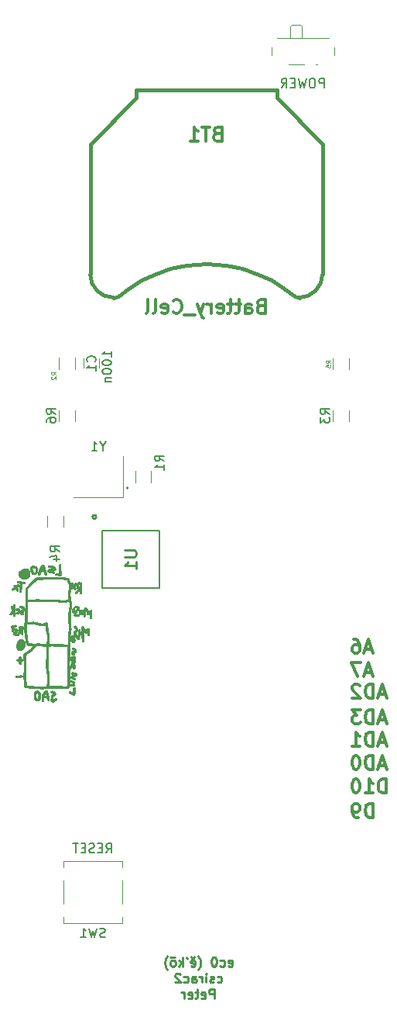
<source format=gbr>
G04 #@! TF.GenerationSoftware,KiCad,Pcbnew,5.0.1+dfsg1-3*
G04 #@! TF.CreationDate,2018-12-12T14:58:00+11:00*
G04 #@! TF.ProjectId,BSidesCBR2019,425369646573434252323031392E6B69,rev?*
G04 #@! TF.SameCoordinates,Original*
G04 #@! TF.FileFunction,Legend,Bot*
G04 #@! TF.FilePolarity,Positive*
%FSLAX46Y46*%
G04 Gerber Fmt 4.6, Leading zero omitted, Abs format (unit mm)*
G04 Created by KiCad (PCBNEW 5.0.1+dfsg1-3) date Wed 12 Dec 2018 14:58:00 AEDT*
%MOMM*%
%LPD*%
G01*
G04 APERTURE LIST*
%ADD10C,0.300000*%
%ADD11C,0.200000*%
%ADD12C,0.250000*%
%ADD13C,0.010000*%
%ADD14C,0.120000*%
%ADD15C,0.254000*%
%ADD16C,0.381000*%
%ADD17C,0.150000*%
%ADD18C,0.125000*%
%ADD19C,0.304800*%
G04 APERTURE END LIST*
D10*
X77506565Y-134090687D02*
X77506565Y-132590687D01*
X77149423Y-132590687D01*
X76935137Y-132662116D01*
X76792280Y-132804973D01*
X76720851Y-132947830D01*
X76649423Y-133233544D01*
X76649423Y-133447830D01*
X76720851Y-133733544D01*
X76792280Y-133876401D01*
X76935137Y-134019258D01*
X77149423Y-134090687D01*
X77506565Y-134090687D01*
X75935137Y-134090687D02*
X75649423Y-134090687D01*
X75506565Y-134019258D01*
X75435137Y-133947830D01*
X75292280Y-133733544D01*
X75220851Y-133447830D01*
X75220851Y-132876401D01*
X75292280Y-132733544D01*
X75363708Y-132662116D01*
X75506565Y-132590687D01*
X75792280Y-132590687D01*
X75935137Y-132662116D01*
X76006565Y-132733544D01*
X76077994Y-132876401D01*
X76077994Y-133233544D01*
X76006565Y-133376401D01*
X75935137Y-133447830D01*
X75792280Y-133519258D01*
X75506565Y-133519258D01*
X75363708Y-133447830D01*
X75292280Y-133376401D01*
X75220851Y-133233544D01*
X78935137Y-131423687D02*
X78935137Y-129923687D01*
X78577994Y-129923687D01*
X78363709Y-129995116D01*
X78220851Y-130137973D01*
X78149423Y-130280830D01*
X78077994Y-130566544D01*
X78077994Y-130780830D01*
X78149423Y-131066544D01*
X78220851Y-131209401D01*
X78363709Y-131352258D01*
X78577994Y-131423687D01*
X78935137Y-131423687D01*
X76649423Y-131423687D02*
X77506566Y-131423687D01*
X77077994Y-131423687D02*
X77077994Y-129923687D01*
X77220851Y-130137973D01*
X77363709Y-130280830D01*
X77506566Y-130352258D01*
X75720851Y-129923687D02*
X75577994Y-129923687D01*
X75435137Y-129995116D01*
X75363709Y-130066544D01*
X75292280Y-130209401D01*
X75220851Y-130495116D01*
X75220851Y-130852258D01*
X75292280Y-131137973D01*
X75363709Y-131280830D01*
X75435137Y-131352258D01*
X75577994Y-131423687D01*
X75720851Y-131423687D01*
X75863709Y-131352258D01*
X75935137Y-131280830D01*
X76006566Y-131137973D01*
X76077994Y-130852258D01*
X76077994Y-130495116D01*
X76006566Y-130209401D01*
X75935137Y-130066544D01*
X75863709Y-129995116D01*
X75720851Y-129923687D01*
X78863709Y-128404316D02*
X78149423Y-128404316D01*
X79006566Y-128832887D02*
X78506566Y-127332887D01*
X78006566Y-128832887D01*
X77506566Y-128832887D02*
X77506566Y-127332887D01*
X77149423Y-127332887D01*
X76935138Y-127404316D01*
X76792281Y-127547173D01*
X76720852Y-127690030D01*
X76649423Y-127975744D01*
X76649423Y-128190030D01*
X76720852Y-128475744D01*
X76792281Y-128618601D01*
X76935138Y-128761458D01*
X77149423Y-128832887D01*
X77506566Y-128832887D01*
X75720852Y-127332887D02*
X75577995Y-127332887D01*
X75435138Y-127404316D01*
X75363709Y-127475744D01*
X75292281Y-127618601D01*
X75220852Y-127904316D01*
X75220852Y-128261458D01*
X75292281Y-128547173D01*
X75363709Y-128690030D01*
X75435138Y-128761458D01*
X75577995Y-128832887D01*
X75720852Y-128832887D01*
X75863709Y-128761458D01*
X75935138Y-128690030D01*
X76006566Y-128547173D01*
X76077995Y-128261458D01*
X76077995Y-127904316D01*
X76006566Y-127618601D01*
X75935138Y-127475744D01*
X75863709Y-127404316D01*
X75720852Y-127332887D01*
X78863709Y-125864316D02*
X78149423Y-125864316D01*
X79006566Y-126292887D02*
X78506566Y-124792887D01*
X78006566Y-126292887D01*
X77506566Y-126292887D02*
X77506566Y-124792887D01*
X77149423Y-124792887D01*
X76935138Y-124864316D01*
X76792281Y-125007173D01*
X76720852Y-125150030D01*
X76649423Y-125435744D01*
X76649423Y-125650030D01*
X76720852Y-125935744D01*
X76792281Y-126078601D01*
X76935138Y-126221458D01*
X77149423Y-126292887D01*
X77506566Y-126292887D01*
X75220852Y-126292887D02*
X76077995Y-126292887D01*
X75649423Y-126292887D02*
X75649423Y-124792887D01*
X75792281Y-125007173D01*
X75935138Y-125150030D01*
X76077995Y-125221458D01*
X78863709Y-123451316D02*
X78149423Y-123451316D01*
X79006566Y-123879887D02*
X78506566Y-122379887D01*
X78006566Y-123879887D01*
X77506566Y-123879887D02*
X77506566Y-122379887D01*
X77149423Y-122379887D01*
X76935138Y-122451316D01*
X76792281Y-122594173D01*
X76720852Y-122737030D01*
X76649423Y-123022744D01*
X76649423Y-123237030D01*
X76720852Y-123522744D01*
X76792281Y-123665601D01*
X76935138Y-123808458D01*
X77149423Y-123879887D01*
X77506566Y-123879887D01*
X76149423Y-122379887D02*
X75220852Y-122379887D01*
X75720852Y-122951316D01*
X75506566Y-122951316D01*
X75363709Y-123022744D01*
X75292281Y-123094173D01*
X75220852Y-123237030D01*
X75220852Y-123594173D01*
X75292281Y-123737030D01*
X75363709Y-123808458D01*
X75506566Y-123879887D01*
X75935138Y-123879887D01*
X76077995Y-123808458D01*
X76149423Y-123737030D01*
X78863709Y-120631916D02*
X78149423Y-120631916D01*
X79006566Y-121060487D02*
X78506566Y-119560487D01*
X78006566Y-121060487D01*
X77506566Y-121060487D02*
X77506566Y-119560487D01*
X77149423Y-119560487D01*
X76935138Y-119631916D01*
X76792281Y-119774773D01*
X76720852Y-119917630D01*
X76649423Y-120203344D01*
X76649423Y-120417630D01*
X76720852Y-120703344D01*
X76792281Y-120846201D01*
X76935138Y-120989058D01*
X77149423Y-121060487D01*
X77506566Y-121060487D01*
X76077995Y-119703344D02*
X76006566Y-119631916D01*
X75863709Y-119560487D01*
X75506566Y-119560487D01*
X75363709Y-119631916D01*
X75292281Y-119703344D01*
X75220852Y-119846201D01*
X75220852Y-119989058D01*
X75292281Y-120203344D01*
X76149423Y-121060487D01*
X75220852Y-121060487D01*
X77363709Y-118295116D02*
X76649423Y-118295116D01*
X77506566Y-118723687D02*
X77006566Y-117223687D01*
X76506566Y-118723687D01*
X76149423Y-117223687D02*
X75149423Y-117223687D01*
X75792281Y-118723687D01*
X77363709Y-115755116D02*
X76649423Y-115755116D01*
X77506566Y-116183687D02*
X77006566Y-114683687D01*
X76506566Y-116183687D01*
X75363709Y-114683687D02*
X75649423Y-114683687D01*
X75792281Y-114755116D01*
X75863709Y-114826544D01*
X76006566Y-115040830D01*
X76077995Y-115326544D01*
X76077995Y-115897973D01*
X76006566Y-116040830D01*
X75935138Y-116112258D01*
X75792281Y-116183687D01*
X75506566Y-116183687D01*
X75363709Y-116112258D01*
X75292281Y-116040830D01*
X75220852Y-115897973D01*
X75220852Y-115540830D01*
X75292281Y-115397973D01*
X75363709Y-115326544D01*
X75506566Y-115255116D01*
X75792281Y-115255116D01*
X75935138Y-115326544D01*
X76006566Y-115397973D01*
X76077995Y-115540830D01*
D11*
X50746619Y-98130000D02*
G75*
G03X50746619Y-98130000I-116619J0D01*
G01*
D12*
X61695714Y-150304761D02*
X61790952Y-150352380D01*
X61981428Y-150352380D01*
X62076666Y-150304761D01*
X62124285Y-150209523D01*
X62124285Y-149828571D01*
X62076666Y-149733333D01*
X61981428Y-149685714D01*
X61790952Y-149685714D01*
X61695714Y-149733333D01*
X61648095Y-149828571D01*
X61648095Y-149923809D01*
X62124285Y-150019047D01*
X60790952Y-150304761D02*
X60886190Y-150352380D01*
X61076666Y-150352380D01*
X61171904Y-150304761D01*
X61219523Y-150257142D01*
X61267142Y-150161904D01*
X61267142Y-149876190D01*
X61219523Y-149780952D01*
X61171904Y-149733333D01*
X61076666Y-149685714D01*
X60886190Y-149685714D01*
X60790952Y-149733333D01*
X60171904Y-149352380D02*
X60076666Y-149352380D01*
X59981428Y-149400000D01*
X59933809Y-149447619D01*
X59886190Y-149542857D01*
X59838571Y-149733333D01*
X59838571Y-149971428D01*
X59886190Y-150161904D01*
X59933809Y-150257142D01*
X59981428Y-150304761D01*
X60076666Y-150352380D01*
X60171904Y-150352380D01*
X60267142Y-150304761D01*
X60314761Y-150257142D01*
X60362380Y-150161904D01*
X60410000Y-149971428D01*
X60410000Y-149733333D01*
X60362380Y-149542857D01*
X60314761Y-149447619D01*
X60267142Y-149400000D01*
X60171904Y-149352380D01*
X58362380Y-150733333D02*
X58410000Y-150685714D01*
X58505238Y-150542857D01*
X58552857Y-150447619D01*
X58600476Y-150304761D01*
X58648095Y-150066666D01*
X58648095Y-149876190D01*
X58600476Y-149638095D01*
X58552857Y-149495238D01*
X58505238Y-149400000D01*
X58410000Y-149257142D01*
X58362380Y-149209523D01*
X57600476Y-150304761D02*
X57695714Y-150352380D01*
X57886190Y-150352380D01*
X57981428Y-150304761D01*
X58029047Y-150209523D01*
X58029047Y-149828571D01*
X57981428Y-149733333D01*
X57886190Y-149685714D01*
X57695714Y-149685714D01*
X57600476Y-149733333D01*
X57552857Y-149828571D01*
X57552857Y-149923809D01*
X58029047Y-150019047D01*
X57981428Y-149304761D02*
X57933809Y-149400000D01*
X57838571Y-149447619D01*
X57743333Y-149447619D01*
X57648095Y-149400000D01*
X57600476Y-149304761D01*
X57076666Y-149352380D02*
X57171904Y-149542857D01*
X56648095Y-150352380D02*
X56648095Y-149352380D01*
X56552857Y-149971428D02*
X56267142Y-150352380D01*
X56267142Y-149685714D02*
X56648095Y-150066666D01*
X55695714Y-150352380D02*
X55790952Y-150304761D01*
X55838571Y-150257142D01*
X55886190Y-150161904D01*
X55886190Y-149876190D01*
X55838571Y-149780952D01*
X55790952Y-149733333D01*
X55695714Y-149685714D01*
X55552857Y-149685714D01*
X55457619Y-149733333D01*
X55410000Y-149780952D01*
X55362380Y-149876190D01*
X55362380Y-150161904D01*
X55410000Y-150257142D01*
X55457619Y-150304761D01*
X55552857Y-150352380D01*
X55695714Y-150352380D01*
X55838571Y-149400000D02*
X55362380Y-149400000D01*
X55029047Y-150733333D02*
X54981428Y-150685714D01*
X54886190Y-150542857D01*
X54838571Y-150447619D01*
X54790952Y-150304761D01*
X54743333Y-150066666D01*
X54743333Y-149876190D01*
X54790952Y-149638095D01*
X54838571Y-149495238D01*
X54886190Y-149400000D01*
X54981428Y-149257142D01*
X55029047Y-149209523D01*
X60481428Y-152054761D02*
X60576666Y-152102380D01*
X60767142Y-152102380D01*
X60862380Y-152054761D01*
X60910000Y-152007142D01*
X60957619Y-151911904D01*
X60957619Y-151626190D01*
X60910000Y-151530952D01*
X60862380Y-151483333D01*
X60767142Y-151435714D01*
X60576666Y-151435714D01*
X60481428Y-151483333D01*
X60100476Y-152054761D02*
X60005238Y-152102380D01*
X59814761Y-152102380D01*
X59719523Y-152054761D01*
X59671904Y-151959523D01*
X59671904Y-151911904D01*
X59719523Y-151816666D01*
X59814761Y-151769047D01*
X59957619Y-151769047D01*
X60052857Y-151721428D01*
X60100476Y-151626190D01*
X60100476Y-151578571D01*
X60052857Y-151483333D01*
X59957619Y-151435714D01*
X59814761Y-151435714D01*
X59719523Y-151483333D01*
X59243333Y-152102380D02*
X59243333Y-151435714D01*
X59243333Y-151102380D02*
X59290952Y-151150000D01*
X59243333Y-151197619D01*
X59195714Y-151150000D01*
X59243333Y-151102380D01*
X59243333Y-151197619D01*
X58767142Y-152102380D02*
X58767142Y-151435714D01*
X58767142Y-151626190D02*
X58719523Y-151530952D01*
X58671904Y-151483333D01*
X58576666Y-151435714D01*
X58481428Y-151435714D01*
X57719523Y-152102380D02*
X57719523Y-151578571D01*
X57767142Y-151483333D01*
X57862380Y-151435714D01*
X58052857Y-151435714D01*
X58148095Y-151483333D01*
X57719523Y-152054761D02*
X57814761Y-152102380D01*
X58052857Y-152102380D01*
X58148095Y-152054761D01*
X58195714Y-151959523D01*
X58195714Y-151864285D01*
X58148095Y-151769047D01*
X58052857Y-151721428D01*
X57814761Y-151721428D01*
X57719523Y-151673809D01*
X56814761Y-152054761D02*
X56910000Y-152102380D01*
X57100476Y-152102380D01*
X57195714Y-152054761D01*
X57243333Y-152007142D01*
X57290952Y-151911904D01*
X57290952Y-151626190D01*
X57243333Y-151530952D01*
X57195714Y-151483333D01*
X57100476Y-151435714D01*
X56910000Y-151435714D01*
X56814761Y-151483333D01*
X56433809Y-151197619D02*
X56386190Y-151150000D01*
X56290952Y-151102380D01*
X56052857Y-151102380D01*
X55957619Y-151150000D01*
X55910000Y-151197619D01*
X55862380Y-151292857D01*
X55862380Y-151388095D01*
X55910000Y-151530952D01*
X56481428Y-152102380D01*
X55862380Y-152102380D01*
X60124285Y-153852380D02*
X60124285Y-152852380D01*
X59743333Y-152852380D01*
X59648095Y-152900000D01*
X59600476Y-152947619D01*
X59552857Y-153042857D01*
X59552857Y-153185714D01*
X59600476Y-153280952D01*
X59648095Y-153328571D01*
X59743333Y-153376190D01*
X60124285Y-153376190D01*
X58743333Y-153804761D02*
X58838571Y-153852380D01*
X59029047Y-153852380D01*
X59124285Y-153804761D01*
X59171904Y-153709523D01*
X59171904Y-153328571D01*
X59124285Y-153233333D01*
X59029047Y-153185714D01*
X58838571Y-153185714D01*
X58743333Y-153233333D01*
X58695714Y-153328571D01*
X58695714Y-153423809D01*
X59171904Y-153519047D01*
X58410000Y-153185714D02*
X58029047Y-153185714D01*
X58267142Y-152852380D02*
X58267142Y-153709523D01*
X58219523Y-153804761D01*
X58124285Y-153852380D01*
X58029047Y-153852380D01*
X57314761Y-153804761D02*
X57410000Y-153852380D01*
X57600476Y-153852380D01*
X57695714Y-153804761D01*
X57743333Y-153709523D01*
X57743333Y-153328571D01*
X57695714Y-153233333D01*
X57600476Y-153185714D01*
X57410000Y-153185714D01*
X57314761Y-153233333D01*
X57267142Y-153328571D01*
X57267142Y-153423809D01*
X57743333Y-153519047D01*
X56838571Y-153852380D02*
X56838571Y-153185714D01*
X56838571Y-153376190D02*
X56790952Y-153280952D01*
X56743333Y-153233333D01*
X56648095Y-153185714D01*
X56552857Y-153185714D01*
D13*
G04 #@! TO.C,G\002A\002A\002A*
G36*
X42304948Y-120276659D02*
X42257151Y-120302434D01*
X42237378Y-120350521D01*
X42235967Y-120374833D01*
X42251464Y-120439540D01*
X42295244Y-120475141D01*
X42330537Y-120480667D01*
X42372019Y-120491569D01*
X42426348Y-120518594D01*
X42480064Y-120553222D01*
X42519712Y-120586930D01*
X42532300Y-120608430D01*
X42514696Y-120625391D01*
X42492821Y-120628833D01*
X42437165Y-120646481D01*
X42377614Y-120692172D01*
X42326919Y-120755025D01*
X42311533Y-120783496D01*
X42291781Y-120844306D01*
X42272376Y-120934372D01*
X42255325Y-121040649D01*
X42242637Y-121150092D01*
X42236320Y-121249656D01*
X42235967Y-121274324D01*
X42252304Y-121372583D01*
X42298682Y-121445049D01*
X42371155Y-121487347D01*
X42436627Y-121496667D01*
X42496913Y-121491274D01*
X42549876Y-121470436D01*
X42611497Y-121427162D01*
X42630149Y-121412000D01*
X42687205Y-121367649D01*
X42733109Y-121336998D01*
X42755302Y-121327333D01*
X42788627Y-121311217D01*
X42832169Y-121271455D01*
X42874747Y-121220926D01*
X42905177Y-121172513D01*
X42913300Y-121145350D01*
X42896397Y-121091655D01*
X42853037Y-121059544D01*
X42794247Y-121050925D01*
X42731051Y-121067705D01*
X42680467Y-121105083D01*
X42641196Y-121140983D01*
X42611856Y-121157822D01*
X42609983Y-121158000D01*
X42581323Y-121169890D01*
X42535227Y-121199551D01*
X42519725Y-121211001D01*
X42474865Y-121240270D01*
X42445390Y-121250341D01*
X42440883Y-121248043D01*
X42437084Y-121214560D01*
X42442005Y-121153306D01*
X42453352Y-121077385D01*
X42468828Y-120999902D01*
X42486140Y-120933960D01*
X42502991Y-120892664D01*
X42503183Y-120892369D01*
X42546096Y-120850585D01*
X42601888Y-120820383D01*
X42691280Y-120773303D01*
X42754604Y-120707289D01*
X42784697Y-120630553D01*
X42786195Y-120608998D01*
X42775678Y-120544853D01*
X42741008Y-120482729D01*
X42677226Y-120415992D01*
X42588887Y-120345051D01*
X42519188Y-120298617D01*
X42460164Y-120275622D01*
X42393110Y-120269029D01*
X42386746Y-120269000D01*
X42304948Y-120276659D01*
X42304948Y-120276659D01*
G37*
X42304948Y-120276659D02*
X42257151Y-120302434D01*
X42237378Y-120350521D01*
X42235967Y-120374833D01*
X42251464Y-120439540D01*
X42295244Y-120475141D01*
X42330537Y-120480667D01*
X42372019Y-120491569D01*
X42426348Y-120518594D01*
X42480064Y-120553222D01*
X42519712Y-120586930D01*
X42532300Y-120608430D01*
X42514696Y-120625391D01*
X42492821Y-120628833D01*
X42437165Y-120646481D01*
X42377614Y-120692172D01*
X42326919Y-120755025D01*
X42311533Y-120783496D01*
X42291781Y-120844306D01*
X42272376Y-120934372D01*
X42255325Y-121040649D01*
X42242637Y-121150092D01*
X42236320Y-121249656D01*
X42235967Y-121274324D01*
X42252304Y-121372583D01*
X42298682Y-121445049D01*
X42371155Y-121487347D01*
X42436627Y-121496667D01*
X42496913Y-121491274D01*
X42549876Y-121470436D01*
X42611497Y-121427162D01*
X42630149Y-121412000D01*
X42687205Y-121367649D01*
X42733109Y-121336998D01*
X42755302Y-121327333D01*
X42788627Y-121311217D01*
X42832169Y-121271455D01*
X42874747Y-121220926D01*
X42905177Y-121172513D01*
X42913300Y-121145350D01*
X42896397Y-121091655D01*
X42853037Y-121059544D01*
X42794247Y-121050925D01*
X42731051Y-121067705D01*
X42680467Y-121105083D01*
X42641196Y-121140983D01*
X42611856Y-121157822D01*
X42609983Y-121158000D01*
X42581323Y-121169890D01*
X42535227Y-121199551D01*
X42519725Y-121211001D01*
X42474865Y-121240270D01*
X42445390Y-121250341D01*
X42440883Y-121248043D01*
X42437084Y-121214560D01*
X42442005Y-121153306D01*
X42453352Y-121077385D01*
X42468828Y-120999902D01*
X42486140Y-120933960D01*
X42502991Y-120892664D01*
X42503183Y-120892369D01*
X42546096Y-120850585D01*
X42601888Y-120820383D01*
X42691280Y-120773303D01*
X42754604Y-120707289D01*
X42784697Y-120630553D01*
X42786195Y-120608998D01*
X42775678Y-120544853D01*
X42741008Y-120482729D01*
X42677226Y-120415992D01*
X42588887Y-120345051D01*
X42519188Y-120298617D01*
X42460164Y-120275622D01*
X42393110Y-120269029D01*
X42386746Y-120269000D01*
X42304948Y-120276659D01*
G36*
X41701195Y-120233241D02*
X41675050Y-120247833D01*
X41645651Y-120264672D01*
X41613991Y-120269000D01*
X41556625Y-120289253D01*
X41497908Y-120347136D01*
X41442217Y-120438333D01*
X41407961Y-120499373D01*
X41372874Y-120550382D01*
X41369254Y-120554750D01*
X41339167Y-120601170D01*
X41315599Y-120665534D01*
X41297449Y-120753575D01*
X41283614Y-120871027D01*
X41272993Y-121023622D01*
X41270736Y-121067403D01*
X41265485Y-121195960D01*
X41264375Y-121288212D01*
X41267618Y-121350006D01*
X41275430Y-121387186D01*
X41282937Y-121400778D01*
X41329685Y-121428439D01*
X41387164Y-121429066D01*
X41427400Y-121407767D01*
X41441409Y-121373702D01*
X41450634Y-121312816D01*
X41452800Y-121262246D01*
X41455190Y-121181644D01*
X41461297Y-121107628D01*
X41466029Y-121075979D01*
X41480950Y-121029999D01*
X41510572Y-121012241D01*
X41549081Y-121009833D01*
X41612458Y-121014773D01*
X41691394Y-121027247D01*
X41724736Y-121034262D01*
X41795814Y-121056632D01*
X41835284Y-121089880D01*
X41851922Y-121145401D01*
X41854678Y-121203033D01*
X41871236Y-121265278D01*
X41917657Y-121298677D01*
X41975395Y-121302404D01*
X42005641Y-121297401D01*
X42023343Y-121284814D01*
X42031820Y-121255334D01*
X42034394Y-121199651D01*
X42034452Y-121136833D01*
X42026731Y-120994464D01*
X42006349Y-120843367D01*
X41995313Y-120791824D01*
X41791515Y-120791824D01*
X41772215Y-120799271D01*
X41721403Y-120802907D01*
X41649790Y-120802006D01*
X41644659Y-120801773D01*
X41567473Y-120796784D01*
X41524759Y-120789383D01*
X41508656Y-120777088D01*
X41510545Y-120759439D01*
X41531060Y-120721083D01*
X41566874Y-120667987D01*
X41580323Y-120650000D01*
X41624783Y-120587371D01*
X41662900Y-120525856D01*
X41669142Y-120514300D01*
X41700971Y-120452683D01*
X41716518Y-120556354D01*
X41732101Y-120631184D01*
X41753090Y-120697896D01*
X41761765Y-120717462D01*
X41782936Y-120763448D01*
X41791515Y-120791824D01*
X41995313Y-120791824D01*
X41976405Y-120703519D01*
X41957252Y-120639417D01*
X41940351Y-120582540D01*
X41920408Y-120505250D01*
X41908572Y-120454632D01*
X41877429Y-120344702D01*
X41840174Y-120272894D01*
X41793963Y-120235125D01*
X41749895Y-120226667D01*
X41701195Y-120233241D01*
X41701195Y-120233241D01*
G37*
X41701195Y-120233241D02*
X41675050Y-120247833D01*
X41645651Y-120264672D01*
X41613991Y-120269000D01*
X41556625Y-120289253D01*
X41497908Y-120347136D01*
X41442217Y-120438333D01*
X41407961Y-120499373D01*
X41372874Y-120550382D01*
X41369254Y-120554750D01*
X41339167Y-120601170D01*
X41315599Y-120665534D01*
X41297449Y-120753575D01*
X41283614Y-120871027D01*
X41272993Y-121023622D01*
X41270736Y-121067403D01*
X41265485Y-121195960D01*
X41264375Y-121288212D01*
X41267618Y-121350006D01*
X41275430Y-121387186D01*
X41282937Y-121400778D01*
X41329685Y-121428439D01*
X41387164Y-121429066D01*
X41427400Y-121407767D01*
X41441409Y-121373702D01*
X41450634Y-121312816D01*
X41452800Y-121262246D01*
X41455190Y-121181644D01*
X41461297Y-121107628D01*
X41466029Y-121075979D01*
X41480950Y-121029999D01*
X41510572Y-121012241D01*
X41549081Y-121009833D01*
X41612458Y-121014773D01*
X41691394Y-121027247D01*
X41724736Y-121034262D01*
X41795814Y-121056632D01*
X41835284Y-121089880D01*
X41851922Y-121145401D01*
X41854678Y-121203033D01*
X41871236Y-121265278D01*
X41917657Y-121298677D01*
X41975395Y-121302404D01*
X42005641Y-121297401D01*
X42023343Y-121284814D01*
X42031820Y-121255334D01*
X42034394Y-121199651D01*
X42034452Y-121136833D01*
X42026731Y-120994464D01*
X42006349Y-120843367D01*
X41995313Y-120791824D01*
X41791515Y-120791824D01*
X41772215Y-120799271D01*
X41721403Y-120802907D01*
X41649790Y-120802006D01*
X41644659Y-120801773D01*
X41567473Y-120796784D01*
X41524759Y-120789383D01*
X41508656Y-120777088D01*
X41510545Y-120759439D01*
X41531060Y-120721083D01*
X41566874Y-120667987D01*
X41580323Y-120650000D01*
X41624783Y-120587371D01*
X41662900Y-120525856D01*
X41669142Y-120514300D01*
X41700971Y-120452683D01*
X41716518Y-120556354D01*
X41732101Y-120631184D01*
X41753090Y-120697896D01*
X41761765Y-120717462D01*
X41782936Y-120763448D01*
X41791515Y-120791824D01*
X41995313Y-120791824D01*
X41976405Y-120703519D01*
X41957252Y-120639417D01*
X41940351Y-120582540D01*
X41920408Y-120505250D01*
X41908572Y-120454632D01*
X41877429Y-120344702D01*
X41840174Y-120272894D01*
X41793963Y-120235125D01*
X41749895Y-120226667D01*
X41701195Y-120233241D01*
G36*
X40692073Y-120240083D02*
X40616405Y-120287640D01*
X40546034Y-120348841D01*
X40415633Y-120471015D01*
X40415633Y-120720468D01*
X40418241Y-120867931D01*
X40427451Y-120981853D01*
X40445344Y-121070781D01*
X40474002Y-121143266D01*
X40515506Y-121207854D01*
X40542212Y-121240420D01*
X40585476Y-121288145D01*
X40621202Y-121316634D01*
X40663109Y-121331829D01*
X40724919Y-121339669D01*
X40780276Y-121343508D01*
X40937436Y-121353594D01*
X41004230Y-121252754D01*
X41041455Y-121191559D01*
X41068193Y-121132052D01*
X41086107Y-121065495D01*
X41096862Y-120983148D01*
X41102121Y-120876272D01*
X41103549Y-120736129D01*
X41103550Y-120731121D01*
X41102944Y-120658694D01*
X40901308Y-120658694D01*
X40900882Y-120720702D01*
X40896270Y-120800043D01*
X40883457Y-120920586D01*
X40863006Y-121020072D01*
X40836817Y-121092432D01*
X40806792Y-121131596D01*
X40790820Y-121136833D01*
X40756636Y-121122398D01*
X40717685Y-121089208D01*
X40668604Y-121007294D01*
X40638366Y-120889138D01*
X40627448Y-120736642D01*
X40627418Y-120728413D01*
X40629441Y-120647317D01*
X40638048Y-120594996D01*
X40656800Y-120557997D01*
X40679255Y-120532621D01*
X40731169Y-120491475D01*
X40775698Y-120486507D01*
X40822765Y-120518672D01*
X40850480Y-120549132D01*
X40878229Y-120584536D01*
X40894465Y-120617181D01*
X40901308Y-120658694D01*
X41102944Y-120658694D01*
X41102536Y-120609934D01*
X41096768Y-120521745D01*
X41082154Y-120457226D01*
X41054606Y-120407048D01*
X41010032Y-120361881D01*
X40944342Y-120312396D01*
X40909236Y-120287918D01*
X40829673Y-120241701D01*
X40760224Y-120225263D01*
X40692073Y-120240083D01*
X40692073Y-120240083D01*
G37*
X40692073Y-120240083D02*
X40616405Y-120287640D01*
X40546034Y-120348841D01*
X40415633Y-120471015D01*
X40415633Y-120720468D01*
X40418241Y-120867931D01*
X40427451Y-120981853D01*
X40445344Y-121070781D01*
X40474002Y-121143266D01*
X40515506Y-121207854D01*
X40542212Y-121240420D01*
X40585476Y-121288145D01*
X40621202Y-121316634D01*
X40663109Y-121331829D01*
X40724919Y-121339669D01*
X40780276Y-121343508D01*
X40937436Y-121353594D01*
X41004230Y-121252754D01*
X41041455Y-121191559D01*
X41068193Y-121132052D01*
X41086107Y-121065495D01*
X41096862Y-120983148D01*
X41102121Y-120876272D01*
X41103549Y-120736129D01*
X41103550Y-120731121D01*
X41102944Y-120658694D01*
X40901308Y-120658694D01*
X40900882Y-120720702D01*
X40896270Y-120800043D01*
X40883457Y-120920586D01*
X40863006Y-121020072D01*
X40836817Y-121092432D01*
X40806792Y-121131596D01*
X40790820Y-121136833D01*
X40756636Y-121122398D01*
X40717685Y-121089208D01*
X40668604Y-121007294D01*
X40638366Y-120889138D01*
X40627448Y-120736642D01*
X40627418Y-120728413D01*
X40629441Y-120647317D01*
X40638048Y-120594996D01*
X40656800Y-120557997D01*
X40679255Y-120532621D01*
X40731169Y-120491475D01*
X40775698Y-120486507D01*
X40822765Y-120518672D01*
X40850480Y-120549132D01*
X40878229Y-120584536D01*
X40894465Y-120617181D01*
X40901308Y-120658694D01*
X41102944Y-120658694D01*
X41102536Y-120609934D01*
X41096768Y-120521745D01*
X41082154Y-120457226D01*
X41054606Y-120407048D01*
X41010032Y-120361881D01*
X40944342Y-120312396D01*
X40909236Y-120287918D01*
X40829673Y-120241701D01*
X40760224Y-120225263D01*
X40692073Y-120240083D01*
G36*
X44761901Y-119877079D02*
X44727487Y-119904264D01*
X44710433Y-119936345D01*
X44697109Y-119993949D01*
X44686515Y-120082937D01*
X44678767Y-120190014D01*
X44671641Y-120286842D01*
X44663269Y-120366011D01*
X44654704Y-120419259D01*
X44647126Y-120438333D01*
X44620942Y-120429230D01*
X44569057Y-120405455D01*
X44507941Y-120374833D01*
X44397917Y-120327320D01*
X44314426Y-120312729D01*
X44257402Y-120331052D01*
X44251034Y-120336733D01*
X44228609Y-120385040D01*
X44230358Y-120445816D01*
X44254818Y-120497842D01*
X44262675Y-120505647D01*
X44298065Y-120529000D01*
X44354242Y-120559785D01*
X44417389Y-120591185D01*
X44473690Y-120616379D01*
X44509327Y-120628550D01*
X44512276Y-120628833D01*
X44535508Y-120639708D01*
X44580088Y-120667118D01*
X44602087Y-120681750D01*
X44671951Y-120716290D01*
X44746379Y-120733253D01*
X44811843Y-120731225D01*
X44854811Y-120708791D01*
X44855281Y-120708208D01*
X44862971Y-120679203D01*
X44871160Y-120615348D01*
X44879170Y-120524112D01*
X44886324Y-120412962D01*
X44890984Y-120314504D01*
X44895993Y-120179926D01*
X44898405Y-120081134D01*
X44897876Y-120011642D01*
X44894060Y-119964961D01*
X44886611Y-119934607D01*
X44875185Y-119914090D01*
X44869298Y-119907046D01*
X44816068Y-119871272D01*
X44761901Y-119877079D01*
X44761901Y-119877079D01*
G37*
X44761901Y-119877079D02*
X44727487Y-119904264D01*
X44710433Y-119936345D01*
X44697109Y-119993949D01*
X44686515Y-120082937D01*
X44678767Y-120190014D01*
X44671641Y-120286842D01*
X44663269Y-120366011D01*
X44654704Y-120419259D01*
X44647126Y-120438333D01*
X44620942Y-120429230D01*
X44569057Y-120405455D01*
X44507941Y-120374833D01*
X44397917Y-120327320D01*
X44314426Y-120312729D01*
X44257402Y-120331052D01*
X44251034Y-120336733D01*
X44228609Y-120385040D01*
X44230358Y-120445816D01*
X44254818Y-120497842D01*
X44262675Y-120505647D01*
X44298065Y-120529000D01*
X44354242Y-120559785D01*
X44417389Y-120591185D01*
X44473690Y-120616379D01*
X44509327Y-120628550D01*
X44512276Y-120628833D01*
X44535508Y-120639708D01*
X44580088Y-120667118D01*
X44602087Y-120681750D01*
X44671951Y-120716290D01*
X44746379Y-120733253D01*
X44811843Y-120731225D01*
X44854811Y-120708791D01*
X44855281Y-120708208D01*
X44862971Y-120679203D01*
X44871160Y-120615348D01*
X44879170Y-120524112D01*
X44886324Y-120412962D01*
X44890984Y-120314504D01*
X44895993Y-120179926D01*
X44898405Y-120081134D01*
X44897876Y-120011642D01*
X44894060Y-119964961D01*
X44886611Y-119934607D01*
X44875185Y-119914090D01*
X44869298Y-119907046D01*
X44816068Y-119871272D01*
X44761901Y-119877079D01*
G36*
X42327274Y-107849494D02*
X42140130Y-107850923D01*
X41967668Y-107853472D01*
X41816666Y-107857130D01*
X41693901Y-107861884D01*
X41606149Y-107867724D01*
X41600967Y-107868225D01*
X41510223Y-107875687D01*
X41389455Y-107883325D01*
X41250963Y-107890482D01*
X41107050Y-107896497D01*
X41018883Y-107899411D01*
X40883037Y-107903588D01*
X40782990Y-107907664D01*
X40712220Y-107912590D01*
X40664207Y-107919315D01*
X40632428Y-107928791D01*
X40610364Y-107941968D01*
X40591492Y-107959797D01*
X40589402Y-107962008D01*
X40549433Y-107997417D01*
X40518272Y-108013421D01*
X40516868Y-108013500D01*
X40488562Y-108028012D01*
X40439113Y-108067213D01*
X40375998Y-108124596D01*
X40306694Y-108193658D01*
X40291806Y-108209299D01*
X40261036Y-108240464D01*
X40209016Y-108291706D01*
X40145094Y-108353845D01*
X40119392Y-108378632D01*
X40048262Y-108448285D01*
X39980757Y-108516467D01*
X39928751Y-108571131D01*
X39918309Y-108582682D01*
X39879037Y-108626283D01*
X39819083Y-108691986D01*
X39746593Y-108770897D01*
X39669715Y-108854119D01*
X39669508Y-108854342D01*
X39484300Y-109054235D01*
X39484300Y-110098952D01*
X39483943Y-110305210D01*
X39482917Y-110498404D01*
X39481293Y-110674441D01*
X39479142Y-110829229D01*
X39476534Y-110958678D01*
X39473539Y-111058695D01*
X39470229Y-111125189D01*
X39466673Y-111154067D01*
X39466112Y-111154909D01*
X39461671Y-111177930D01*
X39457056Y-111238486D01*
X39452443Y-111331781D01*
X39448008Y-111453016D01*
X39443926Y-111597395D01*
X39440374Y-111760122D01*
X39437559Y-111934033D01*
X39434759Y-112135044D01*
X39432135Y-112298292D01*
X39429380Y-112428343D01*
X39426187Y-112529767D01*
X39422251Y-112607130D01*
X39417266Y-112665000D01*
X39410926Y-112707943D01*
X39402924Y-112740529D01*
X39392955Y-112767323D01*
X39380713Y-112792895D01*
X39379907Y-112794476D01*
X39364372Y-112826589D01*
X39352850Y-112857957D01*
X39344913Y-112894950D01*
X39340138Y-112943940D01*
X39338097Y-113011298D01*
X39338365Y-113103395D01*
X39340517Y-113226603D01*
X39343147Y-113344809D01*
X39347335Y-113488046D01*
X39352967Y-113624384D01*
X39359571Y-113745483D01*
X39366677Y-113843005D01*
X39373815Y-113908610D01*
X39375541Y-113919000D01*
X39390768Y-114010415D01*
X39405086Y-114112973D01*
X39410890Y-114162417D01*
X39420022Y-114236034D01*
X39429710Y-114295233D01*
X39436001Y-114321167D01*
X39442611Y-114362671D01*
X39443614Y-114422918D01*
X39443178Y-114432292D01*
X39445970Y-114487602D01*
X39460548Y-114511348D01*
X39463084Y-114511667D01*
X39478529Y-114531597D01*
X39483769Y-114588535D01*
X39483222Y-114612208D01*
X39482997Y-114679015D01*
X39487322Y-114731063D01*
X39490438Y-114744500D01*
X39499664Y-114783651D01*
X39509876Y-114846258D01*
X39514086Y-114878534D01*
X39528095Y-114956174D01*
X39548585Y-115028295D01*
X39556320Y-115047868D01*
X39583893Y-115115490D01*
X39605371Y-115176904D01*
X39628346Y-115225704D01*
X39654893Y-115252989D01*
X39697110Y-115273591D01*
X39734702Y-115292780D01*
X39783022Y-115305688D01*
X39862855Y-115313492D01*
X39963578Y-115315174D01*
X39967535Y-115315106D01*
X40055554Y-115314982D01*
X40130291Y-115317583D01*
X40179367Y-115322384D01*
X40188092Y-115324453D01*
X40239016Y-115341415D01*
X40257796Y-115347436D01*
X40279103Y-115365879D01*
X40270290Y-115395061D01*
X40244728Y-115429584D01*
X40196421Y-115484141D01*
X40131460Y-115552765D01*
X40055940Y-115629494D01*
X39975953Y-115708362D01*
X39897593Y-115783406D01*
X39826951Y-115848661D01*
X39770122Y-115898163D01*
X39733199Y-115925947D01*
X39723979Y-115929833D01*
X39686837Y-115942123D01*
X39634566Y-115973005D01*
X39613886Y-115988042D01*
X39556746Y-116029211D01*
X39505881Y-116061217D01*
X39494075Y-116067417D01*
X39456644Y-116094004D01*
X39404336Y-116141604D01*
X39358474Y-116189153D01*
X39267190Y-116289723D01*
X39283087Y-116834736D01*
X39289845Y-117074939D01*
X39294955Y-117280588D01*
X39298430Y-117459429D01*
X39300282Y-117619209D01*
X39300521Y-117767675D01*
X39299161Y-117912574D01*
X39296212Y-118061652D01*
X39291687Y-118222655D01*
X39285598Y-118403332D01*
X39285491Y-118406333D01*
X39279774Y-118584181D01*
X39276780Y-118724643D01*
X39276569Y-118832584D01*
X39279203Y-118912867D01*
X39284744Y-118970357D01*
X39293151Y-119009583D01*
X39302807Y-119058849D01*
X39312923Y-119141380D01*
X39322644Y-119248128D01*
X39331112Y-119370044D01*
X39335936Y-119461724D01*
X39342537Y-119609708D01*
X39350108Y-119721047D01*
X39363165Y-119801282D01*
X39386223Y-119855952D01*
X39423798Y-119890598D01*
X39480404Y-119910760D01*
X39560558Y-119921977D01*
X39668776Y-119929789D01*
X39720187Y-119933152D01*
X39827468Y-119941159D01*
X39921050Y-119949592D01*
X39991998Y-119957540D01*
X40031376Y-119964095D01*
X40034633Y-119965141D01*
X40071938Y-119972364D01*
X40145302Y-119979884D01*
X40248476Y-119987483D01*
X40375206Y-119994947D01*
X40519243Y-120002060D01*
X40674334Y-120008606D01*
X40834229Y-120014370D01*
X40992675Y-120019137D01*
X41143423Y-120022691D01*
X41280219Y-120024815D01*
X41396813Y-120025296D01*
X41486953Y-120023916D01*
X41544389Y-120020462D01*
X41559419Y-120017720D01*
X41622977Y-120003687D01*
X41721917Y-119990704D01*
X41849738Y-119978956D01*
X41999941Y-119968626D01*
X42166023Y-119959898D01*
X42341485Y-119952955D01*
X42519827Y-119947981D01*
X42694546Y-119945159D01*
X42859143Y-119944674D01*
X43007117Y-119946710D01*
X43131968Y-119951449D01*
X43227194Y-119959076D01*
X43283717Y-119968992D01*
X43343396Y-119979909D01*
X43431110Y-119987830D01*
X43538251Y-119992822D01*
X43656212Y-119994948D01*
X43776384Y-119994273D01*
X43890161Y-119990864D01*
X43988935Y-119984783D01*
X44064097Y-119976097D01*
X44107041Y-119964871D01*
X44110463Y-119962756D01*
X44156339Y-119937833D01*
X44185311Y-119931006D01*
X44225063Y-119920213D01*
X44254763Y-119886238D01*
X44276396Y-119823975D01*
X44291943Y-119728315D01*
X44300623Y-119634000D01*
X44306819Y-119523548D01*
X44311659Y-119382330D01*
X44315138Y-119218499D01*
X44317254Y-119040205D01*
X44317311Y-119025952D01*
X44104810Y-119025952D01*
X44102463Y-119216949D01*
X44097522Y-119379951D01*
X44089946Y-119508196D01*
X44088972Y-119519642D01*
X44079004Y-119615321D01*
X44064430Y-119684523D01*
X44039026Y-119731293D01*
X43996567Y-119759675D01*
X43930828Y-119773716D01*
X43835586Y-119777461D01*
X43704614Y-119774954D01*
X43696467Y-119774721D01*
X43559209Y-119769049D01*
X43403038Y-119759901D01*
X43251086Y-119748739D01*
X43167300Y-119741270D01*
X42972190Y-119728539D01*
X42738398Y-119724550D01*
X42468800Y-119729347D01*
X42034883Y-119743279D01*
X42034816Y-119119915D01*
X41851539Y-119119915D01*
X41849820Y-119282431D01*
X41845346Y-119430884D01*
X41844106Y-119458119D01*
X41829525Y-119758488D01*
X41709954Y-119772084D01*
X41621428Y-119783630D01*
X41531986Y-119797560D01*
X41495133Y-119804221D01*
X41454767Y-119809982D01*
X41401115Y-119813547D01*
X41330144Y-119814819D01*
X41237818Y-119813701D01*
X41120102Y-119810097D01*
X40972961Y-119803908D01*
X40792361Y-119795039D01*
X40574265Y-119783391D01*
X40532050Y-119781066D01*
X40401770Y-119773115D01*
X40275985Y-119764093D01*
X40165189Y-119754850D01*
X40079874Y-119746233D01*
X40045217Y-119741706D01*
X39952848Y-119730841D01*
X39845456Y-119722900D01*
X39770050Y-119720128D01*
X39691362Y-119716449D01*
X39627299Y-119708826D01*
X39591687Y-119698908D01*
X39591625Y-119698870D01*
X39579173Y-119680749D01*
X39569023Y-119640513D01*
X39560545Y-119573130D01*
X39553110Y-119473567D01*
X39546086Y-119336791D01*
X39545965Y-119334069D01*
X39539038Y-119209395D01*
X39530040Y-119092367D01*
X39519902Y-118992740D01*
X39509557Y-118920271D01*
X39504080Y-118895399D01*
X39496375Y-118859137D01*
X39491238Y-118810240D01*
X39488678Y-118743851D01*
X39488703Y-118655111D01*
X39491320Y-118539162D01*
X39496538Y-118391144D01*
X39504365Y-118206199D01*
X39505254Y-118186316D01*
X39512012Y-118018408D01*
X39517155Y-117854833D01*
X39520557Y-117703080D01*
X39522089Y-117570639D01*
X39521625Y-117464999D01*
X39519037Y-117393649D01*
X39518788Y-117390333D01*
X39513483Y-117309508D01*
X39507553Y-117197285D01*
X39501503Y-117064584D01*
X39495836Y-116922325D01*
X39491793Y-116805072D01*
X39478920Y-116399728D01*
X39617507Y-116264510D01*
X39685068Y-116201285D01*
X39746972Y-116148079D01*
X39793264Y-116113277D01*
X39805405Y-116106281D01*
X39864844Y-116078494D01*
X39907633Y-116058446D01*
X40022580Y-115999112D01*
X40097391Y-115947562D01*
X40133354Y-115902853D01*
X40136751Y-115890694D01*
X40154455Y-115853406D01*
X40195849Y-115796053D01*
X40254246Y-115725694D01*
X40322958Y-115649393D01*
X40395298Y-115574210D01*
X40464579Y-115507208D01*
X40524115Y-115455448D01*
X40567216Y-115425993D01*
X40580749Y-115421833D01*
X40605646Y-115404941D01*
X40613788Y-115390083D01*
X40641089Y-115361941D01*
X40656622Y-115358333D01*
X40688951Y-115344903D01*
X40694941Y-115335326D01*
X40717512Y-115326305D01*
X40771233Y-115319134D01*
X40844949Y-115314159D01*
X40927503Y-115311726D01*
X41007739Y-115312180D01*
X41074501Y-115315868D01*
X41114133Y-115322325D01*
X41183513Y-115337894D01*
X41281015Y-115353029D01*
X41392444Y-115366094D01*
X41503605Y-115375448D01*
X41600305Y-115379456D01*
X41609554Y-115379500D01*
X41765523Y-115379500D01*
X41774554Y-115532958D01*
X41776445Y-115597812D01*
X41776870Y-115696898D01*
X41775913Y-115822147D01*
X41773659Y-115965487D01*
X41770190Y-116118846D01*
X41767462Y-116215583D01*
X41758437Y-116512123D01*
X41750737Y-116770010D01*
X41744449Y-116992907D01*
X41739655Y-117184475D01*
X41736439Y-117348377D01*
X41734886Y-117488274D01*
X41735080Y-117607831D01*
X41737103Y-117710707D01*
X41741041Y-117800567D01*
X41746977Y-117881071D01*
X41754995Y-117955882D01*
X41765178Y-118028663D01*
X41777612Y-118103076D01*
X41792379Y-118182782D01*
X41809564Y-118271444D01*
X41815235Y-118300500D01*
X41825831Y-118378268D01*
X41834876Y-118490295D01*
X41842171Y-118628527D01*
X41847513Y-118784910D01*
X41850703Y-118951390D01*
X41851539Y-119119915D01*
X42034816Y-119119915D01*
X42034805Y-119027181D01*
X42034108Y-118797167D01*
X42032011Y-118606744D01*
X42028426Y-118453188D01*
X42023265Y-118333776D01*
X42016438Y-118245786D01*
X42007857Y-118186496D01*
X42007347Y-118184083D01*
X41980202Y-118051902D01*
X41959041Y-117931354D01*
X41943468Y-117815198D01*
X41933086Y-117696198D01*
X41927497Y-117567112D01*
X41926303Y-117420703D01*
X41929108Y-117249731D01*
X41935513Y-117046957D01*
X41939368Y-116945833D01*
X41946370Y-116754666D01*
X41952889Y-116550326D01*
X41958628Y-116344150D01*
X41963294Y-116147477D01*
X41966589Y-115971646D01*
X41968133Y-115841662D01*
X41971383Y-115383073D01*
X42214800Y-115367389D01*
X42333599Y-115363097D01*
X42484302Y-115362930D01*
X42656693Y-115366728D01*
X42840561Y-115374332D01*
X42913300Y-115378302D01*
X43075850Y-115387374D01*
X43250182Y-115396372D01*
X43422572Y-115404637D01*
X43579297Y-115411510D01*
X43699773Y-115416101D01*
X44031163Y-115427301D01*
X44058913Y-115525109D01*
X44068436Y-115582430D01*
X44075966Y-115676913D01*
X44081467Y-115803428D01*
X44084904Y-115956850D01*
X44086240Y-116132050D01*
X44085439Y-116323902D01*
X44082464Y-116527278D01*
X44077281Y-116737050D01*
X44069852Y-116948091D01*
X44069071Y-116967000D01*
X44063400Y-117211046D01*
X44065140Y-117485967D01*
X44074172Y-117780978D01*
X44079073Y-117887750D01*
X44089080Y-118117276D01*
X44096698Y-118352622D01*
X44101887Y-118587025D01*
X44104604Y-118813723D01*
X44104810Y-119025952D01*
X44317311Y-119025952D01*
X44318002Y-118855601D01*
X44317378Y-118672837D01*
X44315379Y-118500067D01*
X44312000Y-118345441D01*
X44307239Y-118217111D01*
X44301332Y-118125875D01*
X44282749Y-117919500D01*
X44335577Y-117919500D01*
X44398932Y-117899796D01*
X44447497Y-117844799D01*
X44469696Y-117787208D01*
X44482310Y-117752181D01*
X44505624Y-117734994D01*
X44552303Y-117729400D01*
X44587761Y-117729000D01*
X44649837Y-117730938D01*
X44680489Y-117740224D01*
X44690576Y-117762060D01*
X44691300Y-117778636D01*
X44708045Y-117833139D01*
X44748582Y-117878320D01*
X44798367Y-117898282D01*
X44800811Y-117898333D01*
X44839118Y-117883714D01*
X44867936Y-117859625D01*
X44890389Y-117810711D01*
X44902502Y-117733803D01*
X44904426Y-117641920D01*
X44896310Y-117548083D01*
X44889277Y-117515746D01*
X44644910Y-117515746D01*
X44634692Y-117535046D01*
X44617217Y-117538500D01*
X44590873Y-117527760D01*
X44589524Y-117515746D01*
X44611376Y-117493877D01*
X44617217Y-117492992D01*
X44642035Y-117509470D01*
X44644910Y-117515746D01*
X44889277Y-117515746D01*
X44878306Y-117465309D01*
X44862941Y-117426608D01*
X44824192Y-117343055D01*
X44809185Y-117287105D01*
X44817295Y-117251747D01*
X44845531Y-117230978D01*
X44867787Y-117217263D01*
X44882803Y-117193722D01*
X44892954Y-117151654D01*
X44900616Y-117082357D01*
X44906017Y-117009333D01*
X44914028Y-116903599D01*
X44923462Y-116797513D01*
X44929730Y-116737396D01*
X44731182Y-116737396D01*
X44716700Y-116759567D01*
X44696194Y-116800113D01*
X44691300Y-116833650D01*
X44682465Y-116874196D01*
X44658396Y-116876777D01*
X44622746Y-116841313D01*
X44618376Y-116835231D01*
X44598890Y-116800870D01*
X44604079Y-116773674D01*
X44637400Y-116736113D01*
X44638053Y-116735459D01*
X44678060Y-116702111D01*
X44705081Y-116699870D01*
X44716412Y-116708478D01*
X44731182Y-116737396D01*
X44929730Y-116737396D01*
X44932657Y-116709323D01*
X44935396Y-116686938D01*
X44942698Y-116607535D01*
X44935885Y-116554630D01*
X44908647Y-116522905D01*
X44854673Y-116507042D01*
X44767653Y-116501723D01*
X44715167Y-116501352D01*
X44532550Y-116501371D01*
X44453175Y-116583195D01*
X44406988Y-116634917D01*
X44383309Y-116679117D01*
X44374751Y-116734597D01*
X44373800Y-116785267D01*
X44375546Y-116850633D01*
X44385301Y-116896383D01*
X44409844Y-116937143D01*
X44455952Y-116987535D01*
X44477666Y-117009382D01*
X44534709Y-117070793D01*
X44560526Y-117110677D01*
X44557669Y-117133027D01*
X44557021Y-117133591D01*
X44538580Y-117159614D01*
X44506417Y-117215228D01*
X44465056Y-117291827D01*
X44419021Y-117380804D01*
X44372839Y-117473552D01*
X44331032Y-117561463D01*
X44323952Y-117576920D01*
X44301671Y-117625924D01*
X44282763Y-117576920D01*
X44277453Y-117539996D01*
X44274542Y-117467140D01*
X44274057Y-117364685D01*
X44276029Y-117238966D01*
X44280486Y-117096317D01*
X44280575Y-117094000D01*
X44285423Y-116946254D01*
X44289901Y-116768551D01*
X44293780Y-116573268D01*
X44296830Y-116372781D01*
X44298823Y-116179466D01*
X44299395Y-116078000D01*
X44300962Y-115882884D01*
X44304086Y-115721514D01*
X44308687Y-115595888D01*
X44314684Y-115508001D01*
X44321998Y-115459851D01*
X44324366Y-115453583D01*
X44331426Y-115419428D01*
X44338077Y-115345302D01*
X44344212Y-115233564D01*
X44349723Y-115086575D01*
X44354505Y-114906696D01*
X44358359Y-114702167D01*
X44361635Y-114506061D01*
X44364907Y-114346934D01*
X44368525Y-114219431D01*
X44372838Y-114118200D01*
X44378195Y-114037886D01*
X44384945Y-113973136D01*
X44393439Y-113918596D01*
X44404025Y-113868913D01*
X44415678Y-113823750D01*
X44434838Y-113747477D01*
X44447315Y-113678180D01*
X44454022Y-113604351D01*
X44455873Y-113514485D01*
X44453779Y-113397074D01*
X44452623Y-113358083D01*
X44447006Y-113229020D01*
X44438498Y-113095041D01*
X44428241Y-112971750D01*
X44417377Y-112874755D01*
X44417080Y-112872608D01*
X44406831Y-112765458D01*
X44400297Y-112625033D01*
X44397288Y-112460210D01*
X44397616Y-112279867D01*
X44401091Y-112092881D01*
X44407523Y-111908130D01*
X44416722Y-111734491D01*
X44428500Y-111580842D01*
X44442666Y-111456061D01*
X44448071Y-111421333D01*
X44469476Y-111262639D01*
X44482993Y-111090028D01*
X44488567Y-110914229D01*
X44488096Y-110881516D01*
X44302666Y-110881516D01*
X44299284Y-110955676D01*
X44290980Y-111050976D01*
X44277492Y-111175740D01*
X44268697Y-111252000D01*
X44253156Y-111378293D01*
X44237676Y-111491694D01*
X44223388Y-111584829D01*
X44211418Y-111650322D01*
X44203160Y-111680338D01*
X44197953Y-111710339D01*
X44193511Y-111775244D01*
X44189857Y-111868396D01*
X44187012Y-111983140D01*
X44184998Y-112112822D01*
X44183838Y-112250787D01*
X44183553Y-112390379D01*
X44184165Y-112524943D01*
X44185696Y-112647825D01*
X44188167Y-112752369D01*
X44191602Y-112831920D01*
X44196021Y-112879824D01*
X44199175Y-112890627D01*
X44210285Y-112920164D01*
X44222838Y-112982491D01*
X44235678Y-113068143D01*
X44247652Y-113167655D01*
X44257604Y-113271565D01*
X44264380Y-113370406D01*
X44266793Y-113444883D01*
X44260043Y-113582778D01*
X44235146Y-113696555D01*
X44191175Y-113797336D01*
X44181899Y-113822202D01*
X44174121Y-113862200D01*
X44167589Y-113921538D01*
X44162050Y-114004423D01*
X44157250Y-114115065D01*
X44152937Y-114257670D01*
X44148859Y-114436447D01*
X44146975Y-114532878D01*
X44134263Y-115210167D01*
X43938007Y-115210167D01*
X43858762Y-115208696D01*
X43746500Y-115204579D01*
X43610421Y-115198258D01*
X43459727Y-115190177D01*
X43303622Y-115180777D01*
X43237567Y-115176470D01*
X43047105Y-115165509D01*
X42848507Y-115157205D01*
X42655095Y-115151943D01*
X42480186Y-115150108D01*
X42365971Y-115151284D01*
X41998558Y-115159795D01*
X42011214Y-115042106D01*
X42018915Y-114962414D01*
X42027554Y-114860762D01*
X42035419Y-114757440D01*
X42036326Y-114744500D01*
X42043218Y-114658196D01*
X42050655Y-114586015D01*
X42057334Y-114540069D01*
X42059114Y-114532833D01*
X42066439Y-114489786D01*
X42071210Y-114420442D01*
X42073532Y-114334879D01*
X42073511Y-114254620D01*
X41874278Y-114254620D01*
X41871769Y-114334212D01*
X41866178Y-114434511D01*
X41856995Y-114564346D01*
X41844450Y-114706958D01*
X41830479Y-114841493D01*
X41821670Y-114913833D01*
X41809518Y-115007179D01*
X41799731Y-115085011D01*
X41793502Y-115137701D01*
X41791880Y-115154894D01*
X41772148Y-115161780D01*
X41719270Y-115163877D01*
X41642103Y-115161692D01*
X41549500Y-115155732D01*
X41450317Y-115146504D01*
X41353409Y-115134515D01*
X41304633Y-115126987D01*
X41238014Y-115119337D01*
X41141754Y-115112825D01*
X41028548Y-115108123D01*
X40911086Y-115105905D01*
X40906707Y-115105878D01*
X40780026Y-115106451D01*
X40687959Y-115110252D01*
X40622862Y-115117991D01*
X40577093Y-115130377D01*
X40559934Y-115138083D01*
X40518924Y-115156200D01*
X40480948Y-115161147D01*
X40430281Y-115152923D01*
X40374388Y-115138083D01*
X40284121Y-115120176D01*
X40169919Y-115108287D01*
X40058312Y-115104333D01*
X39934445Y-115100527D01*
X39849051Y-115088554D01*
X39798912Y-115067586D01*
X39780807Y-115036792D01*
X39780633Y-115032757D01*
X39771696Y-114995663D01*
X39750038Y-114943703D01*
X39748579Y-114940748D01*
X39735365Y-114897594D01*
X39719755Y-114819582D01*
X39702945Y-114714036D01*
X39686133Y-114588280D01*
X39674522Y-114487705D01*
X39657627Y-114338799D01*
X39638333Y-114180878D01*
X39618469Y-114028174D01*
X39599862Y-113894920D01*
X39590161Y-113830851D01*
X39555142Y-113503574D01*
X39547800Y-113251795D01*
X39548136Y-113131348D01*
X39549641Y-113047309D01*
X39553062Y-112993753D01*
X39559145Y-112964756D01*
X39568638Y-112954395D01*
X39582285Y-112956745D01*
X39584842Y-112957876D01*
X39641880Y-112972367D01*
X39731325Y-112981033D01*
X39843631Y-112983722D01*
X39969253Y-112980286D01*
X40098647Y-112970575D01*
X40135819Y-112966527D01*
X40254259Y-112954778D01*
X40346493Y-112951633D01*
X40427775Y-112957153D01*
X40495652Y-112967940D01*
X40570400Y-112984003D01*
X40628843Y-113000058D01*
X40657992Y-113012442D01*
X40691083Y-113024101D01*
X40746151Y-113029867D01*
X40755843Y-113030000D01*
X40822072Y-113038902D01*
X40900930Y-113061456D01*
X40936190Y-113075387D01*
X40981897Y-113093947D01*
X41025570Y-113106022D01*
X41076740Y-113112426D01*
X41144939Y-113113971D01*
X41239697Y-113111470D01*
X41319500Y-113108085D01*
X41427733Y-113101662D01*
X41523464Y-113093149D01*
X41597256Y-113083583D01*
X41639676Y-113074001D01*
X41642919Y-113072537D01*
X41672040Y-113061431D01*
X41684181Y-113076797D01*
X41687138Y-113119213D01*
X41690064Y-113172057D01*
X41696554Y-113252465D01*
X41705397Y-113345940D01*
X41708845Y-113379250D01*
X41720883Y-113495311D01*
X41733809Y-113623919D01*
X41745022Y-113739152D01*
X41746017Y-113749667D01*
X41767683Y-113894199D01*
X41804830Y-114014378D01*
X41822147Y-114053511D01*
X41846931Y-114107193D01*
X41863072Y-114151608D01*
X41871783Y-114197251D01*
X41874278Y-114254620D01*
X42073511Y-114254620D01*
X42073508Y-114243172D01*
X42071242Y-114155399D01*
X42066838Y-114081637D01*
X42060400Y-114031960D01*
X42053793Y-114016308D01*
X42030422Y-113988901D01*
X42004356Y-113929349D01*
X41978580Y-113847454D01*
X41956077Y-113753022D01*
X41939833Y-113655858D01*
X41937200Y-113633250D01*
X41929554Y-113555933D01*
X41919692Y-113449437D01*
X41908790Y-113326783D01*
X41898023Y-113200990D01*
X41896119Y-113178167D01*
X41885651Y-113067042D01*
X41874186Y-112970066D01*
X41862880Y-112895530D01*
X41852892Y-112851725D01*
X41849626Y-112844792D01*
X41809190Y-112823955D01*
X41743438Y-112819781D01*
X41665657Y-112831558D01*
X41589135Y-112858572D01*
X41588698Y-112858783D01*
X41523904Y-112881152D01*
X41434161Y-112900781D01*
X41336843Y-112913894D01*
X41334013Y-112914145D01*
X41241542Y-112920398D01*
X41175698Y-112918702D01*
X41121240Y-112907383D01*
X41062928Y-112884770D01*
X41061817Y-112884279D01*
X40983020Y-112857313D01*
X40901939Y-112841358D01*
X40872736Y-112839500D01*
X40804519Y-112831628D01*
X40747058Y-112812160D01*
X40738136Y-112806755D01*
X40693759Y-112783615D01*
X40664635Y-112778399D01*
X40627553Y-112773731D01*
X40575379Y-112756370D01*
X40574383Y-112755951D01*
X40530475Y-112746772D01*
X40457671Y-112741173D01*
X40365905Y-112738909D01*
X40265108Y-112739733D01*
X40165214Y-112743401D01*
X40076156Y-112749664D01*
X40007866Y-112758279D01*
X39970278Y-112768998D01*
X39967689Y-112770977D01*
X39941880Y-112775524D01*
X39887294Y-112775745D01*
X39817161Y-112772546D01*
X39744716Y-112766829D01*
X39683188Y-112759499D01*
X39645810Y-112751458D01*
X39640896Y-112748659D01*
X39640471Y-112727265D01*
X39640857Y-112667921D01*
X39641987Y-112575000D01*
X39643795Y-112452877D01*
X39646213Y-112305925D01*
X39649174Y-112138519D01*
X39652611Y-111955031D01*
X39654763Y-111844667D01*
X39658659Y-111644074D01*
X39662324Y-111448716D01*
X39665657Y-111264410D01*
X39668559Y-111096976D01*
X39670929Y-110952231D01*
X39672669Y-110835994D01*
X39673677Y-110754083D01*
X39673846Y-110733417D01*
X39675146Y-110521750D01*
X40103598Y-110517946D01*
X40245237Y-110515421D01*
X40382650Y-110510674D01*
X40506379Y-110504203D01*
X40606962Y-110496505D01*
X40674940Y-110488078D01*
X40676290Y-110487835D01*
X40737747Y-110478387D01*
X40799728Y-110473573D01*
X40871018Y-110473599D01*
X40960401Y-110478672D01*
X41076662Y-110489001D01*
X41181456Y-110499756D01*
X41291103Y-110510685D01*
X41392837Y-110519006D01*
X41493801Y-110524872D01*
X41601141Y-110528438D01*
X41721999Y-110529856D01*
X41863522Y-110529281D01*
X42032852Y-110526866D01*
X42237135Y-110522765D01*
X42243717Y-110522621D01*
X42435063Y-110518524D01*
X42589070Y-110515621D01*
X42710718Y-110514090D01*
X42804988Y-110514107D01*
X42876863Y-110515847D01*
X42931323Y-110519487D01*
X42973349Y-110525203D01*
X43007923Y-110533171D01*
X43040025Y-110543567D01*
X43061467Y-110551535D01*
X43151904Y-110574898D01*
X43272835Y-110590605D01*
X43413117Y-110598641D01*
X43561604Y-110598990D01*
X43707153Y-110591633D01*
X43838620Y-110576556D01*
X43944859Y-110553740D01*
X43947795Y-110552859D01*
X44044273Y-110528056D01*
X44118299Y-110520998D01*
X44173331Y-110527347D01*
X44257383Y-110544810D01*
X44285879Y-110702613D01*
X44295703Y-110763310D01*
X44301385Y-110820169D01*
X44302666Y-110881516D01*
X44488096Y-110881516D01*
X44486140Y-110745972D01*
X44475657Y-110595985D01*
X44457062Y-110474999D01*
X44453130Y-110458250D01*
X44424641Y-110330404D01*
X44399912Y-110192489D01*
X44379498Y-110051159D01*
X44363954Y-109913068D01*
X44353833Y-109784871D01*
X44349689Y-109673223D01*
X44352077Y-109584779D01*
X44361552Y-109526192D01*
X44373800Y-109505750D01*
X44389436Y-109476944D01*
X44394967Y-109434259D01*
X44401037Y-109379964D01*
X44416500Y-109306813D01*
X44427537Y-109266175D01*
X44452730Y-109196876D01*
X44478273Y-109162905D01*
X44499108Y-109156500D01*
X44535219Y-109140662D01*
X44579258Y-109100924D01*
X44594615Y-109082417D01*
X44634476Y-109037220D01*
X44658326Y-109018641D01*
X44258423Y-109018641D01*
X44255088Y-109092379D01*
X44247139Y-109142367D01*
X44245202Y-109147936D01*
X44221403Y-109206974D01*
X44203426Y-109251750D01*
X44185423Y-109302973D01*
X44172114Y-109358655D01*
X44162822Y-109426088D01*
X44156869Y-109512569D01*
X44153581Y-109625390D01*
X44152280Y-109771846D01*
X44152202Y-109804124D01*
X44153223Y-109952769D01*
X44156703Y-110072194D01*
X44162439Y-110158570D01*
X44170229Y-110208067D01*
X44174015Y-110216874D01*
X44197031Y-110258970D01*
X44189161Y-110288645D01*
X44146862Y-110308875D01*
X44066591Y-110322636D01*
X44045362Y-110324904D01*
X43957678Y-110337240D01*
X43875997Y-110354742D01*
X43823112Y-110371701D01*
X43745626Y-110392559D01*
X43639813Y-110404094D01*
X43518589Y-110406537D01*
X43394869Y-110400117D01*
X43281566Y-110385064D01*
X43191598Y-110361607D01*
X43188467Y-110360420D01*
X43156233Y-110348513D01*
X43124666Y-110339028D01*
X43088961Y-110331788D01*
X43044313Y-110326616D01*
X42985914Y-110323335D01*
X42908961Y-110321770D01*
X42808647Y-110321742D01*
X42680167Y-110323077D01*
X42518715Y-110325597D01*
X42331217Y-110328913D01*
X42071229Y-110332625D01*
X41848919Y-110333707D01*
X41665364Y-110332170D01*
X41521642Y-110328025D01*
X41418830Y-110321283D01*
X41399883Y-110319222D01*
X41283454Y-110306825D01*
X41157188Y-110296248D01*
X41028455Y-110287782D01*
X40904621Y-110281719D01*
X40793055Y-110278350D01*
X40701124Y-110277966D01*
X40636195Y-110280858D01*
X40605636Y-110287318D01*
X40605084Y-110287797D01*
X40578861Y-110294705D01*
X40516803Y-110302711D01*
X40425379Y-110311237D01*
X40311054Y-110319709D01*
X40180295Y-110327549D01*
X40129941Y-110330131D01*
X39674794Y-110352417D01*
X39674800Y-109159365D01*
X39817675Y-109005909D01*
X39916352Y-108901616D01*
X40026481Y-108788077D01*
X40142730Y-108670519D01*
X40259767Y-108554168D01*
X40372260Y-108444252D01*
X40474877Y-108345999D01*
X40562285Y-108264635D01*
X40629153Y-108205388D01*
X40658274Y-108181817D01*
X40764883Y-108101580D01*
X41124717Y-108091885D01*
X41268027Y-108086753D01*
X41419257Y-108079182D01*
X41563698Y-108070046D01*
X41686639Y-108060215D01*
X41727967Y-108056127D01*
X41805508Y-108050366D01*
X41913906Y-108045944D01*
X42047542Y-108042801D01*
X42200796Y-108040877D01*
X42368051Y-108040113D01*
X42543688Y-108040448D01*
X42722087Y-108041824D01*
X42897631Y-108044181D01*
X43064701Y-108047459D01*
X43217678Y-108051598D01*
X43350943Y-108056538D01*
X43458879Y-108062221D01*
X43535865Y-108068586D01*
X43576284Y-108075573D01*
X43576788Y-108075760D01*
X43622138Y-108088002D01*
X43696054Y-108102784D01*
X43785078Y-108117508D01*
X43817048Y-108122130D01*
X43922722Y-108139934D01*
X43992724Y-108161055D01*
X44033713Y-108189421D01*
X44052345Y-108228961D01*
X44055627Y-108262912D01*
X44066337Y-108310678D01*
X44093088Y-108379815D01*
X44129162Y-108456000D01*
X44167842Y-108524907D01*
X44198864Y-108568336D01*
X44219408Y-108609809D01*
X44218542Y-108636450D01*
X44216808Y-108669897D01*
X44223616Y-108679003D01*
X44235752Y-108706359D01*
X44245808Y-108765010D01*
X44253276Y-108843947D01*
X44257650Y-108932160D01*
X44258423Y-109018641D01*
X44658326Y-109018641D01*
X44667856Y-109011218D01*
X44676502Y-109008713D01*
X44700951Y-109025388D01*
X44738031Y-109068150D01*
X44769696Y-109112821D01*
X44811782Y-109172200D01*
X44843451Y-109201167D01*
X44873785Y-109206884D01*
X44886113Y-109204634D01*
X44953845Y-109172511D01*
X44985724Y-109119337D01*
X44981494Y-109046964D01*
X44940903Y-108957247D01*
X44923650Y-108930251D01*
X44859667Y-108835446D01*
X44890459Y-108798630D01*
X44532740Y-108798630D01*
X44512019Y-108858849D01*
X44506434Y-108865635D01*
X44478573Y-108893063D01*
X44464894Y-108886359D01*
X44455467Y-108856896D01*
X44446802Y-108806080D01*
X44440989Y-108734892D01*
X44439881Y-108701417D01*
X44438241Y-108595583D01*
X44478380Y-108647817D01*
X44521083Y-108724840D01*
X44532740Y-108798630D01*
X44890459Y-108798630D01*
X44950109Y-108727311D01*
X45040550Y-108619175D01*
X45046624Y-108812833D01*
X45050871Y-108909720D01*
X45059931Y-108975226D01*
X45079220Y-109020298D01*
X45114153Y-109055885D01*
X45170147Y-109092934D01*
X45191537Y-109105777D01*
X45206043Y-109118537D01*
X45206631Y-109136571D01*
X45189605Y-109165732D01*
X45151272Y-109211870D01*
X45087938Y-109280836D01*
X45066830Y-109303325D01*
X44980703Y-109400384D01*
X44926292Y-109476344D01*
X44901608Y-109535723D01*
X44904663Y-109583038D01*
X44928367Y-109617933D01*
X44965026Y-109640097D01*
X45008848Y-109635574D01*
X45064744Y-109601988D01*
X45137629Y-109536964D01*
X45175864Y-109498281D01*
X45242001Y-109432041D01*
X45302047Y-109376072D01*
X45346873Y-109338708D01*
X45360493Y-109329728D01*
X45383190Y-109320137D01*
X45397651Y-109325580D01*
X45407054Y-109353489D01*
X45414578Y-109411299D01*
X45420010Y-109468896D01*
X45429872Y-109550403D01*
X45442439Y-109616879D01*
X45455247Y-109655743D01*
X45457200Y-109658616D01*
X45499079Y-109681392D01*
X45553348Y-109682953D01*
X45592657Y-109664843D01*
X45598928Y-109637262D01*
X45603826Y-109570406D01*
X45607270Y-109467315D01*
X45609178Y-109331028D01*
X45609470Y-109164583D01*
X45608873Y-109056301D01*
X45606673Y-108775561D01*
X45410967Y-108775561D01*
X45410967Y-108944955D01*
X45342175Y-108917018D01*
X45293571Y-108889653D01*
X45272123Y-108849445D01*
X45266890Y-108812397D01*
X45271743Y-108738300D01*
X45294801Y-108671241D01*
X45330112Y-108623221D01*
X45369177Y-108606167D01*
X45390007Y-108609831D01*
X45402494Y-108626492D01*
X45408733Y-108664645D01*
X45410822Y-108732791D01*
X45410967Y-108775561D01*
X45606673Y-108775561D01*
X45604266Y-108468583D01*
X45555241Y-108442437D01*
X45509706Y-108429211D01*
X45437525Y-108419703D01*
X45354640Y-108415979D01*
X45268684Y-108418789D01*
X45208389Y-108432471D01*
X45161339Y-108464269D01*
X45115118Y-108521426D01*
X45078837Y-108576873D01*
X45059496Y-108604182D01*
X45053312Y-108594109D01*
X45052378Y-108573358D01*
X45035573Y-108514523D01*
X44994057Y-108484198D01*
X44934905Y-108482934D01*
X44865194Y-108511282D01*
X44808009Y-108554334D01*
X44761530Y-108595853D01*
X44731851Y-108611412D01*
X44708457Y-108597941D01*
X44680835Y-108552373D01*
X44659196Y-108510917D01*
X44629287Y-108480535D01*
X44574613Y-108469073D01*
X44553717Y-108468583D01*
X44493860Y-108474266D01*
X44459206Y-108496503D01*
X44443529Y-108521500D01*
X44424599Y-108555416D01*
X44417470Y-108552821D01*
X44416446Y-108531100D01*
X44406573Y-108491620D01*
X44380908Y-108428703D01*
X44344871Y-108355548D01*
X44342531Y-108351184D01*
X44305707Y-108275129D01*
X44279152Y-108205598D01*
X44268464Y-108157311D01*
X44268448Y-108156375D01*
X44262170Y-108114112D01*
X44249095Y-108098167D01*
X44230084Y-108080325D01*
X44217916Y-108049132D01*
X44189733Y-108002031D01*
X44157413Y-107977846D01*
X44095565Y-107957633D01*
X43999659Y-107936642D01*
X43877927Y-107916066D01*
X43738598Y-107897097D01*
X43589903Y-107880925D01*
X43440072Y-107868744D01*
X43378967Y-107865114D01*
X43246042Y-107859571D01*
X43087139Y-107855220D01*
X42909033Y-107852049D01*
X42718503Y-107850045D01*
X42522324Y-107849198D01*
X42327274Y-107849494D01*
X42327274Y-107849494D01*
G37*
X42327274Y-107849494D02*
X42140130Y-107850923D01*
X41967668Y-107853472D01*
X41816666Y-107857130D01*
X41693901Y-107861884D01*
X41606149Y-107867724D01*
X41600967Y-107868225D01*
X41510223Y-107875687D01*
X41389455Y-107883325D01*
X41250963Y-107890482D01*
X41107050Y-107896497D01*
X41018883Y-107899411D01*
X40883037Y-107903588D01*
X40782990Y-107907664D01*
X40712220Y-107912590D01*
X40664207Y-107919315D01*
X40632428Y-107928791D01*
X40610364Y-107941968D01*
X40591492Y-107959797D01*
X40589402Y-107962008D01*
X40549433Y-107997417D01*
X40518272Y-108013421D01*
X40516868Y-108013500D01*
X40488562Y-108028012D01*
X40439113Y-108067213D01*
X40375998Y-108124596D01*
X40306694Y-108193658D01*
X40291806Y-108209299D01*
X40261036Y-108240464D01*
X40209016Y-108291706D01*
X40145094Y-108353845D01*
X40119392Y-108378632D01*
X40048262Y-108448285D01*
X39980757Y-108516467D01*
X39928751Y-108571131D01*
X39918309Y-108582682D01*
X39879037Y-108626283D01*
X39819083Y-108691986D01*
X39746593Y-108770897D01*
X39669715Y-108854119D01*
X39669508Y-108854342D01*
X39484300Y-109054235D01*
X39484300Y-110098952D01*
X39483943Y-110305210D01*
X39482917Y-110498404D01*
X39481293Y-110674441D01*
X39479142Y-110829229D01*
X39476534Y-110958678D01*
X39473539Y-111058695D01*
X39470229Y-111125189D01*
X39466673Y-111154067D01*
X39466112Y-111154909D01*
X39461671Y-111177930D01*
X39457056Y-111238486D01*
X39452443Y-111331781D01*
X39448008Y-111453016D01*
X39443926Y-111597395D01*
X39440374Y-111760122D01*
X39437559Y-111934033D01*
X39434759Y-112135044D01*
X39432135Y-112298292D01*
X39429380Y-112428343D01*
X39426187Y-112529767D01*
X39422251Y-112607130D01*
X39417266Y-112665000D01*
X39410926Y-112707943D01*
X39402924Y-112740529D01*
X39392955Y-112767323D01*
X39380713Y-112792895D01*
X39379907Y-112794476D01*
X39364372Y-112826589D01*
X39352850Y-112857957D01*
X39344913Y-112894950D01*
X39340138Y-112943940D01*
X39338097Y-113011298D01*
X39338365Y-113103395D01*
X39340517Y-113226603D01*
X39343147Y-113344809D01*
X39347335Y-113488046D01*
X39352967Y-113624384D01*
X39359571Y-113745483D01*
X39366677Y-113843005D01*
X39373815Y-113908610D01*
X39375541Y-113919000D01*
X39390768Y-114010415D01*
X39405086Y-114112973D01*
X39410890Y-114162417D01*
X39420022Y-114236034D01*
X39429710Y-114295233D01*
X39436001Y-114321167D01*
X39442611Y-114362671D01*
X39443614Y-114422918D01*
X39443178Y-114432292D01*
X39445970Y-114487602D01*
X39460548Y-114511348D01*
X39463084Y-114511667D01*
X39478529Y-114531597D01*
X39483769Y-114588535D01*
X39483222Y-114612208D01*
X39482997Y-114679015D01*
X39487322Y-114731063D01*
X39490438Y-114744500D01*
X39499664Y-114783651D01*
X39509876Y-114846258D01*
X39514086Y-114878534D01*
X39528095Y-114956174D01*
X39548585Y-115028295D01*
X39556320Y-115047868D01*
X39583893Y-115115490D01*
X39605371Y-115176904D01*
X39628346Y-115225704D01*
X39654893Y-115252989D01*
X39697110Y-115273591D01*
X39734702Y-115292780D01*
X39783022Y-115305688D01*
X39862855Y-115313492D01*
X39963578Y-115315174D01*
X39967535Y-115315106D01*
X40055554Y-115314982D01*
X40130291Y-115317583D01*
X40179367Y-115322384D01*
X40188092Y-115324453D01*
X40239016Y-115341415D01*
X40257796Y-115347436D01*
X40279103Y-115365879D01*
X40270290Y-115395061D01*
X40244728Y-115429584D01*
X40196421Y-115484141D01*
X40131460Y-115552765D01*
X40055940Y-115629494D01*
X39975953Y-115708362D01*
X39897593Y-115783406D01*
X39826951Y-115848661D01*
X39770122Y-115898163D01*
X39733199Y-115925947D01*
X39723979Y-115929833D01*
X39686837Y-115942123D01*
X39634566Y-115973005D01*
X39613886Y-115988042D01*
X39556746Y-116029211D01*
X39505881Y-116061217D01*
X39494075Y-116067417D01*
X39456644Y-116094004D01*
X39404336Y-116141604D01*
X39358474Y-116189153D01*
X39267190Y-116289723D01*
X39283087Y-116834736D01*
X39289845Y-117074939D01*
X39294955Y-117280588D01*
X39298430Y-117459429D01*
X39300282Y-117619209D01*
X39300521Y-117767675D01*
X39299161Y-117912574D01*
X39296212Y-118061652D01*
X39291687Y-118222655D01*
X39285598Y-118403332D01*
X39285491Y-118406333D01*
X39279774Y-118584181D01*
X39276780Y-118724643D01*
X39276569Y-118832584D01*
X39279203Y-118912867D01*
X39284744Y-118970357D01*
X39293151Y-119009583D01*
X39302807Y-119058849D01*
X39312923Y-119141380D01*
X39322644Y-119248128D01*
X39331112Y-119370044D01*
X39335936Y-119461724D01*
X39342537Y-119609708D01*
X39350108Y-119721047D01*
X39363165Y-119801282D01*
X39386223Y-119855952D01*
X39423798Y-119890598D01*
X39480404Y-119910760D01*
X39560558Y-119921977D01*
X39668776Y-119929789D01*
X39720187Y-119933152D01*
X39827468Y-119941159D01*
X39921050Y-119949592D01*
X39991998Y-119957540D01*
X40031376Y-119964095D01*
X40034633Y-119965141D01*
X40071938Y-119972364D01*
X40145302Y-119979884D01*
X40248476Y-119987483D01*
X40375206Y-119994947D01*
X40519243Y-120002060D01*
X40674334Y-120008606D01*
X40834229Y-120014370D01*
X40992675Y-120019137D01*
X41143423Y-120022691D01*
X41280219Y-120024815D01*
X41396813Y-120025296D01*
X41486953Y-120023916D01*
X41544389Y-120020462D01*
X41559419Y-120017720D01*
X41622977Y-120003687D01*
X41721917Y-119990704D01*
X41849738Y-119978956D01*
X41999941Y-119968626D01*
X42166023Y-119959898D01*
X42341485Y-119952955D01*
X42519827Y-119947981D01*
X42694546Y-119945159D01*
X42859143Y-119944674D01*
X43007117Y-119946710D01*
X43131968Y-119951449D01*
X43227194Y-119959076D01*
X43283717Y-119968992D01*
X43343396Y-119979909D01*
X43431110Y-119987830D01*
X43538251Y-119992822D01*
X43656212Y-119994948D01*
X43776384Y-119994273D01*
X43890161Y-119990864D01*
X43988935Y-119984783D01*
X44064097Y-119976097D01*
X44107041Y-119964871D01*
X44110463Y-119962756D01*
X44156339Y-119937833D01*
X44185311Y-119931006D01*
X44225063Y-119920213D01*
X44254763Y-119886238D01*
X44276396Y-119823975D01*
X44291943Y-119728315D01*
X44300623Y-119634000D01*
X44306819Y-119523548D01*
X44311659Y-119382330D01*
X44315138Y-119218499D01*
X44317254Y-119040205D01*
X44317311Y-119025952D01*
X44104810Y-119025952D01*
X44102463Y-119216949D01*
X44097522Y-119379951D01*
X44089946Y-119508196D01*
X44088972Y-119519642D01*
X44079004Y-119615321D01*
X44064430Y-119684523D01*
X44039026Y-119731293D01*
X43996567Y-119759675D01*
X43930828Y-119773716D01*
X43835586Y-119777461D01*
X43704614Y-119774954D01*
X43696467Y-119774721D01*
X43559209Y-119769049D01*
X43403038Y-119759901D01*
X43251086Y-119748739D01*
X43167300Y-119741270D01*
X42972190Y-119728539D01*
X42738398Y-119724550D01*
X42468800Y-119729347D01*
X42034883Y-119743279D01*
X42034816Y-119119915D01*
X41851539Y-119119915D01*
X41849820Y-119282431D01*
X41845346Y-119430884D01*
X41844106Y-119458119D01*
X41829525Y-119758488D01*
X41709954Y-119772084D01*
X41621428Y-119783630D01*
X41531986Y-119797560D01*
X41495133Y-119804221D01*
X41454767Y-119809982D01*
X41401115Y-119813547D01*
X41330144Y-119814819D01*
X41237818Y-119813701D01*
X41120102Y-119810097D01*
X40972961Y-119803908D01*
X40792361Y-119795039D01*
X40574265Y-119783391D01*
X40532050Y-119781066D01*
X40401770Y-119773115D01*
X40275985Y-119764093D01*
X40165189Y-119754850D01*
X40079874Y-119746233D01*
X40045217Y-119741706D01*
X39952848Y-119730841D01*
X39845456Y-119722900D01*
X39770050Y-119720128D01*
X39691362Y-119716449D01*
X39627299Y-119708826D01*
X39591687Y-119698908D01*
X39591625Y-119698870D01*
X39579173Y-119680749D01*
X39569023Y-119640513D01*
X39560545Y-119573130D01*
X39553110Y-119473567D01*
X39546086Y-119336791D01*
X39545965Y-119334069D01*
X39539038Y-119209395D01*
X39530040Y-119092367D01*
X39519902Y-118992740D01*
X39509557Y-118920271D01*
X39504080Y-118895399D01*
X39496375Y-118859137D01*
X39491238Y-118810240D01*
X39488678Y-118743851D01*
X39488703Y-118655111D01*
X39491320Y-118539162D01*
X39496538Y-118391144D01*
X39504365Y-118206199D01*
X39505254Y-118186316D01*
X39512012Y-118018408D01*
X39517155Y-117854833D01*
X39520557Y-117703080D01*
X39522089Y-117570639D01*
X39521625Y-117464999D01*
X39519037Y-117393649D01*
X39518788Y-117390333D01*
X39513483Y-117309508D01*
X39507553Y-117197285D01*
X39501503Y-117064584D01*
X39495836Y-116922325D01*
X39491793Y-116805072D01*
X39478920Y-116399728D01*
X39617507Y-116264510D01*
X39685068Y-116201285D01*
X39746972Y-116148079D01*
X39793264Y-116113277D01*
X39805405Y-116106281D01*
X39864844Y-116078494D01*
X39907633Y-116058446D01*
X40022580Y-115999112D01*
X40097391Y-115947562D01*
X40133354Y-115902853D01*
X40136751Y-115890694D01*
X40154455Y-115853406D01*
X40195849Y-115796053D01*
X40254246Y-115725694D01*
X40322958Y-115649393D01*
X40395298Y-115574210D01*
X40464579Y-115507208D01*
X40524115Y-115455448D01*
X40567216Y-115425993D01*
X40580749Y-115421833D01*
X40605646Y-115404941D01*
X40613788Y-115390083D01*
X40641089Y-115361941D01*
X40656622Y-115358333D01*
X40688951Y-115344903D01*
X40694941Y-115335326D01*
X40717512Y-115326305D01*
X40771233Y-115319134D01*
X40844949Y-115314159D01*
X40927503Y-115311726D01*
X41007739Y-115312180D01*
X41074501Y-115315868D01*
X41114133Y-115322325D01*
X41183513Y-115337894D01*
X41281015Y-115353029D01*
X41392444Y-115366094D01*
X41503605Y-115375448D01*
X41600305Y-115379456D01*
X41609554Y-115379500D01*
X41765523Y-115379500D01*
X41774554Y-115532958D01*
X41776445Y-115597812D01*
X41776870Y-115696898D01*
X41775913Y-115822147D01*
X41773659Y-115965487D01*
X41770190Y-116118846D01*
X41767462Y-116215583D01*
X41758437Y-116512123D01*
X41750737Y-116770010D01*
X41744449Y-116992907D01*
X41739655Y-117184475D01*
X41736439Y-117348377D01*
X41734886Y-117488274D01*
X41735080Y-117607831D01*
X41737103Y-117710707D01*
X41741041Y-117800567D01*
X41746977Y-117881071D01*
X41754995Y-117955882D01*
X41765178Y-118028663D01*
X41777612Y-118103076D01*
X41792379Y-118182782D01*
X41809564Y-118271444D01*
X41815235Y-118300500D01*
X41825831Y-118378268D01*
X41834876Y-118490295D01*
X41842171Y-118628527D01*
X41847513Y-118784910D01*
X41850703Y-118951390D01*
X41851539Y-119119915D01*
X42034816Y-119119915D01*
X42034805Y-119027181D01*
X42034108Y-118797167D01*
X42032011Y-118606744D01*
X42028426Y-118453188D01*
X42023265Y-118333776D01*
X42016438Y-118245786D01*
X42007857Y-118186496D01*
X42007347Y-118184083D01*
X41980202Y-118051902D01*
X41959041Y-117931354D01*
X41943468Y-117815198D01*
X41933086Y-117696198D01*
X41927497Y-117567112D01*
X41926303Y-117420703D01*
X41929108Y-117249731D01*
X41935513Y-117046957D01*
X41939368Y-116945833D01*
X41946370Y-116754666D01*
X41952889Y-116550326D01*
X41958628Y-116344150D01*
X41963294Y-116147477D01*
X41966589Y-115971646D01*
X41968133Y-115841662D01*
X41971383Y-115383073D01*
X42214800Y-115367389D01*
X42333599Y-115363097D01*
X42484302Y-115362930D01*
X42656693Y-115366728D01*
X42840561Y-115374332D01*
X42913300Y-115378302D01*
X43075850Y-115387374D01*
X43250182Y-115396372D01*
X43422572Y-115404637D01*
X43579297Y-115411510D01*
X43699773Y-115416101D01*
X44031163Y-115427301D01*
X44058913Y-115525109D01*
X44068436Y-115582430D01*
X44075966Y-115676913D01*
X44081467Y-115803428D01*
X44084904Y-115956850D01*
X44086240Y-116132050D01*
X44085439Y-116323902D01*
X44082464Y-116527278D01*
X44077281Y-116737050D01*
X44069852Y-116948091D01*
X44069071Y-116967000D01*
X44063400Y-117211046D01*
X44065140Y-117485967D01*
X44074172Y-117780978D01*
X44079073Y-117887750D01*
X44089080Y-118117276D01*
X44096698Y-118352622D01*
X44101887Y-118587025D01*
X44104604Y-118813723D01*
X44104810Y-119025952D01*
X44317311Y-119025952D01*
X44318002Y-118855601D01*
X44317378Y-118672837D01*
X44315379Y-118500067D01*
X44312000Y-118345441D01*
X44307239Y-118217111D01*
X44301332Y-118125875D01*
X44282749Y-117919500D01*
X44335577Y-117919500D01*
X44398932Y-117899796D01*
X44447497Y-117844799D01*
X44469696Y-117787208D01*
X44482310Y-117752181D01*
X44505624Y-117734994D01*
X44552303Y-117729400D01*
X44587761Y-117729000D01*
X44649837Y-117730938D01*
X44680489Y-117740224D01*
X44690576Y-117762060D01*
X44691300Y-117778636D01*
X44708045Y-117833139D01*
X44748582Y-117878320D01*
X44798367Y-117898282D01*
X44800811Y-117898333D01*
X44839118Y-117883714D01*
X44867936Y-117859625D01*
X44890389Y-117810711D01*
X44902502Y-117733803D01*
X44904426Y-117641920D01*
X44896310Y-117548083D01*
X44889277Y-117515746D01*
X44644910Y-117515746D01*
X44634692Y-117535046D01*
X44617217Y-117538500D01*
X44590873Y-117527760D01*
X44589524Y-117515746D01*
X44611376Y-117493877D01*
X44617217Y-117492992D01*
X44642035Y-117509470D01*
X44644910Y-117515746D01*
X44889277Y-117515746D01*
X44878306Y-117465309D01*
X44862941Y-117426608D01*
X44824192Y-117343055D01*
X44809185Y-117287105D01*
X44817295Y-117251747D01*
X44845531Y-117230978D01*
X44867787Y-117217263D01*
X44882803Y-117193722D01*
X44892954Y-117151654D01*
X44900616Y-117082357D01*
X44906017Y-117009333D01*
X44914028Y-116903599D01*
X44923462Y-116797513D01*
X44929730Y-116737396D01*
X44731182Y-116737396D01*
X44716700Y-116759567D01*
X44696194Y-116800113D01*
X44691300Y-116833650D01*
X44682465Y-116874196D01*
X44658396Y-116876777D01*
X44622746Y-116841313D01*
X44618376Y-116835231D01*
X44598890Y-116800870D01*
X44604079Y-116773674D01*
X44637400Y-116736113D01*
X44638053Y-116735459D01*
X44678060Y-116702111D01*
X44705081Y-116699870D01*
X44716412Y-116708478D01*
X44731182Y-116737396D01*
X44929730Y-116737396D01*
X44932657Y-116709323D01*
X44935396Y-116686938D01*
X44942698Y-116607535D01*
X44935885Y-116554630D01*
X44908647Y-116522905D01*
X44854673Y-116507042D01*
X44767653Y-116501723D01*
X44715167Y-116501352D01*
X44532550Y-116501371D01*
X44453175Y-116583195D01*
X44406988Y-116634917D01*
X44383309Y-116679117D01*
X44374751Y-116734597D01*
X44373800Y-116785267D01*
X44375546Y-116850633D01*
X44385301Y-116896383D01*
X44409844Y-116937143D01*
X44455952Y-116987535D01*
X44477666Y-117009382D01*
X44534709Y-117070793D01*
X44560526Y-117110677D01*
X44557669Y-117133027D01*
X44557021Y-117133591D01*
X44538580Y-117159614D01*
X44506417Y-117215228D01*
X44465056Y-117291827D01*
X44419021Y-117380804D01*
X44372839Y-117473552D01*
X44331032Y-117561463D01*
X44323952Y-117576920D01*
X44301671Y-117625924D01*
X44282763Y-117576920D01*
X44277453Y-117539996D01*
X44274542Y-117467140D01*
X44274057Y-117364685D01*
X44276029Y-117238966D01*
X44280486Y-117096317D01*
X44280575Y-117094000D01*
X44285423Y-116946254D01*
X44289901Y-116768551D01*
X44293780Y-116573268D01*
X44296830Y-116372781D01*
X44298823Y-116179466D01*
X44299395Y-116078000D01*
X44300962Y-115882884D01*
X44304086Y-115721514D01*
X44308687Y-115595888D01*
X44314684Y-115508001D01*
X44321998Y-115459851D01*
X44324366Y-115453583D01*
X44331426Y-115419428D01*
X44338077Y-115345302D01*
X44344212Y-115233564D01*
X44349723Y-115086575D01*
X44354505Y-114906696D01*
X44358359Y-114702167D01*
X44361635Y-114506061D01*
X44364907Y-114346934D01*
X44368525Y-114219431D01*
X44372838Y-114118200D01*
X44378195Y-114037886D01*
X44384945Y-113973136D01*
X44393439Y-113918596D01*
X44404025Y-113868913D01*
X44415678Y-113823750D01*
X44434838Y-113747477D01*
X44447315Y-113678180D01*
X44454022Y-113604351D01*
X44455873Y-113514485D01*
X44453779Y-113397074D01*
X44452623Y-113358083D01*
X44447006Y-113229020D01*
X44438498Y-113095041D01*
X44428241Y-112971750D01*
X44417377Y-112874755D01*
X44417080Y-112872608D01*
X44406831Y-112765458D01*
X44400297Y-112625033D01*
X44397288Y-112460210D01*
X44397616Y-112279867D01*
X44401091Y-112092881D01*
X44407523Y-111908130D01*
X44416722Y-111734491D01*
X44428500Y-111580842D01*
X44442666Y-111456061D01*
X44448071Y-111421333D01*
X44469476Y-111262639D01*
X44482993Y-111090028D01*
X44488567Y-110914229D01*
X44488096Y-110881516D01*
X44302666Y-110881516D01*
X44299284Y-110955676D01*
X44290980Y-111050976D01*
X44277492Y-111175740D01*
X44268697Y-111252000D01*
X44253156Y-111378293D01*
X44237676Y-111491694D01*
X44223388Y-111584829D01*
X44211418Y-111650322D01*
X44203160Y-111680338D01*
X44197953Y-111710339D01*
X44193511Y-111775244D01*
X44189857Y-111868396D01*
X44187012Y-111983140D01*
X44184998Y-112112822D01*
X44183838Y-112250787D01*
X44183553Y-112390379D01*
X44184165Y-112524943D01*
X44185696Y-112647825D01*
X44188167Y-112752369D01*
X44191602Y-112831920D01*
X44196021Y-112879824D01*
X44199175Y-112890627D01*
X44210285Y-112920164D01*
X44222838Y-112982491D01*
X44235678Y-113068143D01*
X44247652Y-113167655D01*
X44257604Y-113271565D01*
X44264380Y-113370406D01*
X44266793Y-113444883D01*
X44260043Y-113582778D01*
X44235146Y-113696555D01*
X44191175Y-113797336D01*
X44181899Y-113822202D01*
X44174121Y-113862200D01*
X44167589Y-113921538D01*
X44162050Y-114004423D01*
X44157250Y-114115065D01*
X44152937Y-114257670D01*
X44148859Y-114436447D01*
X44146975Y-114532878D01*
X44134263Y-115210167D01*
X43938007Y-115210167D01*
X43858762Y-115208696D01*
X43746500Y-115204579D01*
X43610421Y-115198258D01*
X43459727Y-115190177D01*
X43303622Y-115180777D01*
X43237567Y-115176470D01*
X43047105Y-115165509D01*
X42848507Y-115157205D01*
X42655095Y-115151943D01*
X42480186Y-115150108D01*
X42365971Y-115151284D01*
X41998558Y-115159795D01*
X42011214Y-115042106D01*
X42018915Y-114962414D01*
X42027554Y-114860762D01*
X42035419Y-114757440D01*
X42036326Y-114744500D01*
X42043218Y-114658196D01*
X42050655Y-114586015D01*
X42057334Y-114540069D01*
X42059114Y-114532833D01*
X42066439Y-114489786D01*
X42071210Y-114420442D01*
X42073532Y-114334879D01*
X42073511Y-114254620D01*
X41874278Y-114254620D01*
X41871769Y-114334212D01*
X41866178Y-114434511D01*
X41856995Y-114564346D01*
X41844450Y-114706958D01*
X41830479Y-114841493D01*
X41821670Y-114913833D01*
X41809518Y-115007179D01*
X41799731Y-115085011D01*
X41793502Y-115137701D01*
X41791880Y-115154894D01*
X41772148Y-115161780D01*
X41719270Y-115163877D01*
X41642103Y-115161692D01*
X41549500Y-115155732D01*
X41450317Y-115146504D01*
X41353409Y-115134515D01*
X41304633Y-115126987D01*
X41238014Y-115119337D01*
X41141754Y-115112825D01*
X41028548Y-115108123D01*
X40911086Y-115105905D01*
X40906707Y-115105878D01*
X40780026Y-115106451D01*
X40687959Y-115110252D01*
X40622862Y-115117991D01*
X40577093Y-115130377D01*
X40559934Y-115138083D01*
X40518924Y-115156200D01*
X40480948Y-115161147D01*
X40430281Y-115152923D01*
X40374388Y-115138083D01*
X40284121Y-115120176D01*
X40169919Y-115108287D01*
X40058312Y-115104333D01*
X39934445Y-115100527D01*
X39849051Y-115088554D01*
X39798912Y-115067586D01*
X39780807Y-115036792D01*
X39780633Y-115032757D01*
X39771696Y-114995663D01*
X39750038Y-114943703D01*
X39748579Y-114940748D01*
X39735365Y-114897594D01*
X39719755Y-114819582D01*
X39702945Y-114714036D01*
X39686133Y-114588280D01*
X39674522Y-114487705D01*
X39657627Y-114338799D01*
X39638333Y-114180878D01*
X39618469Y-114028174D01*
X39599862Y-113894920D01*
X39590161Y-113830851D01*
X39555142Y-113503574D01*
X39547800Y-113251795D01*
X39548136Y-113131348D01*
X39549641Y-113047309D01*
X39553062Y-112993753D01*
X39559145Y-112964756D01*
X39568638Y-112954395D01*
X39582285Y-112956745D01*
X39584842Y-112957876D01*
X39641880Y-112972367D01*
X39731325Y-112981033D01*
X39843631Y-112983722D01*
X39969253Y-112980286D01*
X40098647Y-112970575D01*
X40135819Y-112966527D01*
X40254259Y-112954778D01*
X40346493Y-112951633D01*
X40427775Y-112957153D01*
X40495652Y-112967940D01*
X40570400Y-112984003D01*
X40628843Y-113000058D01*
X40657992Y-113012442D01*
X40691083Y-113024101D01*
X40746151Y-113029867D01*
X40755843Y-113030000D01*
X40822072Y-113038902D01*
X40900930Y-113061456D01*
X40936190Y-113075387D01*
X40981897Y-113093947D01*
X41025570Y-113106022D01*
X41076740Y-113112426D01*
X41144939Y-113113971D01*
X41239697Y-113111470D01*
X41319500Y-113108085D01*
X41427733Y-113101662D01*
X41523464Y-113093149D01*
X41597256Y-113083583D01*
X41639676Y-113074001D01*
X41642919Y-113072537D01*
X41672040Y-113061431D01*
X41684181Y-113076797D01*
X41687138Y-113119213D01*
X41690064Y-113172057D01*
X41696554Y-113252465D01*
X41705397Y-113345940D01*
X41708845Y-113379250D01*
X41720883Y-113495311D01*
X41733809Y-113623919D01*
X41745022Y-113739152D01*
X41746017Y-113749667D01*
X41767683Y-113894199D01*
X41804830Y-114014378D01*
X41822147Y-114053511D01*
X41846931Y-114107193D01*
X41863072Y-114151608D01*
X41871783Y-114197251D01*
X41874278Y-114254620D01*
X42073511Y-114254620D01*
X42073508Y-114243172D01*
X42071242Y-114155399D01*
X42066838Y-114081637D01*
X42060400Y-114031960D01*
X42053793Y-114016308D01*
X42030422Y-113988901D01*
X42004356Y-113929349D01*
X41978580Y-113847454D01*
X41956077Y-113753022D01*
X41939833Y-113655858D01*
X41937200Y-113633250D01*
X41929554Y-113555933D01*
X41919692Y-113449437D01*
X41908790Y-113326783D01*
X41898023Y-113200990D01*
X41896119Y-113178167D01*
X41885651Y-113067042D01*
X41874186Y-112970066D01*
X41862880Y-112895530D01*
X41852892Y-112851725D01*
X41849626Y-112844792D01*
X41809190Y-112823955D01*
X41743438Y-112819781D01*
X41665657Y-112831558D01*
X41589135Y-112858572D01*
X41588698Y-112858783D01*
X41523904Y-112881152D01*
X41434161Y-112900781D01*
X41336843Y-112913894D01*
X41334013Y-112914145D01*
X41241542Y-112920398D01*
X41175698Y-112918702D01*
X41121240Y-112907383D01*
X41062928Y-112884770D01*
X41061817Y-112884279D01*
X40983020Y-112857313D01*
X40901939Y-112841358D01*
X40872736Y-112839500D01*
X40804519Y-112831628D01*
X40747058Y-112812160D01*
X40738136Y-112806755D01*
X40693759Y-112783615D01*
X40664635Y-112778399D01*
X40627553Y-112773731D01*
X40575379Y-112756370D01*
X40574383Y-112755951D01*
X40530475Y-112746772D01*
X40457671Y-112741173D01*
X40365905Y-112738909D01*
X40265108Y-112739733D01*
X40165214Y-112743401D01*
X40076156Y-112749664D01*
X40007866Y-112758279D01*
X39970278Y-112768998D01*
X39967689Y-112770977D01*
X39941880Y-112775524D01*
X39887294Y-112775745D01*
X39817161Y-112772546D01*
X39744716Y-112766829D01*
X39683188Y-112759499D01*
X39645810Y-112751458D01*
X39640896Y-112748659D01*
X39640471Y-112727265D01*
X39640857Y-112667921D01*
X39641987Y-112575000D01*
X39643795Y-112452877D01*
X39646213Y-112305925D01*
X39649174Y-112138519D01*
X39652611Y-111955031D01*
X39654763Y-111844667D01*
X39658659Y-111644074D01*
X39662324Y-111448716D01*
X39665657Y-111264410D01*
X39668559Y-111096976D01*
X39670929Y-110952231D01*
X39672669Y-110835994D01*
X39673677Y-110754083D01*
X39673846Y-110733417D01*
X39675146Y-110521750D01*
X40103598Y-110517946D01*
X40245237Y-110515421D01*
X40382650Y-110510674D01*
X40506379Y-110504203D01*
X40606962Y-110496505D01*
X40674940Y-110488078D01*
X40676290Y-110487835D01*
X40737747Y-110478387D01*
X40799728Y-110473573D01*
X40871018Y-110473599D01*
X40960401Y-110478672D01*
X41076662Y-110489001D01*
X41181456Y-110499756D01*
X41291103Y-110510685D01*
X41392837Y-110519006D01*
X41493801Y-110524872D01*
X41601141Y-110528438D01*
X41721999Y-110529856D01*
X41863522Y-110529281D01*
X42032852Y-110526866D01*
X42237135Y-110522765D01*
X42243717Y-110522621D01*
X42435063Y-110518524D01*
X42589070Y-110515621D01*
X42710718Y-110514090D01*
X42804988Y-110514107D01*
X42876863Y-110515847D01*
X42931323Y-110519487D01*
X42973349Y-110525203D01*
X43007923Y-110533171D01*
X43040025Y-110543567D01*
X43061467Y-110551535D01*
X43151904Y-110574898D01*
X43272835Y-110590605D01*
X43413117Y-110598641D01*
X43561604Y-110598990D01*
X43707153Y-110591633D01*
X43838620Y-110576556D01*
X43944859Y-110553740D01*
X43947795Y-110552859D01*
X44044273Y-110528056D01*
X44118299Y-110520998D01*
X44173331Y-110527347D01*
X44257383Y-110544810D01*
X44285879Y-110702613D01*
X44295703Y-110763310D01*
X44301385Y-110820169D01*
X44302666Y-110881516D01*
X44488096Y-110881516D01*
X44486140Y-110745972D01*
X44475657Y-110595985D01*
X44457062Y-110474999D01*
X44453130Y-110458250D01*
X44424641Y-110330404D01*
X44399912Y-110192489D01*
X44379498Y-110051159D01*
X44363954Y-109913068D01*
X44353833Y-109784871D01*
X44349689Y-109673223D01*
X44352077Y-109584779D01*
X44361552Y-109526192D01*
X44373800Y-109505750D01*
X44389436Y-109476944D01*
X44394967Y-109434259D01*
X44401037Y-109379964D01*
X44416500Y-109306813D01*
X44427537Y-109266175D01*
X44452730Y-109196876D01*
X44478273Y-109162905D01*
X44499108Y-109156500D01*
X44535219Y-109140662D01*
X44579258Y-109100924D01*
X44594615Y-109082417D01*
X44634476Y-109037220D01*
X44658326Y-109018641D01*
X44258423Y-109018641D01*
X44255088Y-109092379D01*
X44247139Y-109142367D01*
X44245202Y-109147936D01*
X44221403Y-109206974D01*
X44203426Y-109251750D01*
X44185423Y-109302973D01*
X44172114Y-109358655D01*
X44162822Y-109426088D01*
X44156869Y-109512569D01*
X44153581Y-109625390D01*
X44152280Y-109771846D01*
X44152202Y-109804124D01*
X44153223Y-109952769D01*
X44156703Y-110072194D01*
X44162439Y-110158570D01*
X44170229Y-110208067D01*
X44174015Y-110216874D01*
X44197031Y-110258970D01*
X44189161Y-110288645D01*
X44146862Y-110308875D01*
X44066591Y-110322636D01*
X44045362Y-110324904D01*
X43957678Y-110337240D01*
X43875997Y-110354742D01*
X43823112Y-110371701D01*
X43745626Y-110392559D01*
X43639813Y-110404094D01*
X43518589Y-110406537D01*
X43394869Y-110400117D01*
X43281566Y-110385064D01*
X43191598Y-110361607D01*
X43188467Y-110360420D01*
X43156233Y-110348513D01*
X43124666Y-110339028D01*
X43088961Y-110331788D01*
X43044313Y-110326616D01*
X42985914Y-110323335D01*
X42908961Y-110321770D01*
X42808647Y-110321742D01*
X42680167Y-110323077D01*
X42518715Y-110325597D01*
X42331217Y-110328913D01*
X42071229Y-110332625D01*
X41848919Y-110333707D01*
X41665364Y-110332170D01*
X41521642Y-110328025D01*
X41418830Y-110321283D01*
X41399883Y-110319222D01*
X41283454Y-110306825D01*
X41157188Y-110296248D01*
X41028455Y-110287782D01*
X40904621Y-110281719D01*
X40793055Y-110278350D01*
X40701124Y-110277966D01*
X40636195Y-110280858D01*
X40605636Y-110287318D01*
X40605084Y-110287797D01*
X40578861Y-110294705D01*
X40516803Y-110302711D01*
X40425379Y-110311237D01*
X40311054Y-110319709D01*
X40180295Y-110327549D01*
X40129941Y-110330131D01*
X39674794Y-110352417D01*
X39674800Y-109159365D01*
X39817675Y-109005909D01*
X39916352Y-108901616D01*
X40026481Y-108788077D01*
X40142730Y-108670519D01*
X40259767Y-108554168D01*
X40372260Y-108444252D01*
X40474877Y-108345999D01*
X40562285Y-108264635D01*
X40629153Y-108205388D01*
X40658274Y-108181817D01*
X40764883Y-108101580D01*
X41124717Y-108091885D01*
X41268027Y-108086753D01*
X41419257Y-108079182D01*
X41563698Y-108070046D01*
X41686639Y-108060215D01*
X41727967Y-108056127D01*
X41805508Y-108050366D01*
X41913906Y-108045944D01*
X42047542Y-108042801D01*
X42200796Y-108040877D01*
X42368051Y-108040113D01*
X42543688Y-108040448D01*
X42722087Y-108041824D01*
X42897631Y-108044181D01*
X43064701Y-108047459D01*
X43217678Y-108051598D01*
X43350943Y-108056538D01*
X43458879Y-108062221D01*
X43535865Y-108068586D01*
X43576284Y-108075573D01*
X43576788Y-108075760D01*
X43622138Y-108088002D01*
X43696054Y-108102784D01*
X43785078Y-108117508D01*
X43817048Y-108122130D01*
X43922722Y-108139934D01*
X43992724Y-108161055D01*
X44033713Y-108189421D01*
X44052345Y-108228961D01*
X44055627Y-108262912D01*
X44066337Y-108310678D01*
X44093088Y-108379815D01*
X44129162Y-108456000D01*
X44167842Y-108524907D01*
X44198864Y-108568336D01*
X44219408Y-108609809D01*
X44218542Y-108636450D01*
X44216808Y-108669897D01*
X44223616Y-108679003D01*
X44235752Y-108706359D01*
X44245808Y-108765010D01*
X44253276Y-108843947D01*
X44257650Y-108932160D01*
X44258423Y-109018641D01*
X44658326Y-109018641D01*
X44667856Y-109011218D01*
X44676502Y-109008713D01*
X44700951Y-109025388D01*
X44738031Y-109068150D01*
X44769696Y-109112821D01*
X44811782Y-109172200D01*
X44843451Y-109201167D01*
X44873785Y-109206884D01*
X44886113Y-109204634D01*
X44953845Y-109172511D01*
X44985724Y-109119337D01*
X44981494Y-109046964D01*
X44940903Y-108957247D01*
X44923650Y-108930251D01*
X44859667Y-108835446D01*
X44890459Y-108798630D01*
X44532740Y-108798630D01*
X44512019Y-108858849D01*
X44506434Y-108865635D01*
X44478573Y-108893063D01*
X44464894Y-108886359D01*
X44455467Y-108856896D01*
X44446802Y-108806080D01*
X44440989Y-108734892D01*
X44439881Y-108701417D01*
X44438241Y-108595583D01*
X44478380Y-108647817D01*
X44521083Y-108724840D01*
X44532740Y-108798630D01*
X44890459Y-108798630D01*
X44950109Y-108727311D01*
X45040550Y-108619175D01*
X45046624Y-108812833D01*
X45050871Y-108909720D01*
X45059931Y-108975226D01*
X45079220Y-109020298D01*
X45114153Y-109055885D01*
X45170147Y-109092934D01*
X45191537Y-109105777D01*
X45206043Y-109118537D01*
X45206631Y-109136571D01*
X45189605Y-109165732D01*
X45151272Y-109211870D01*
X45087938Y-109280836D01*
X45066830Y-109303325D01*
X44980703Y-109400384D01*
X44926292Y-109476344D01*
X44901608Y-109535723D01*
X44904663Y-109583038D01*
X44928367Y-109617933D01*
X44965026Y-109640097D01*
X45008848Y-109635574D01*
X45064744Y-109601988D01*
X45137629Y-109536964D01*
X45175864Y-109498281D01*
X45242001Y-109432041D01*
X45302047Y-109376072D01*
X45346873Y-109338708D01*
X45360493Y-109329728D01*
X45383190Y-109320137D01*
X45397651Y-109325580D01*
X45407054Y-109353489D01*
X45414578Y-109411299D01*
X45420010Y-109468896D01*
X45429872Y-109550403D01*
X45442439Y-109616879D01*
X45455247Y-109655743D01*
X45457200Y-109658616D01*
X45499079Y-109681392D01*
X45553348Y-109682953D01*
X45592657Y-109664843D01*
X45598928Y-109637262D01*
X45603826Y-109570406D01*
X45607270Y-109467315D01*
X45609178Y-109331028D01*
X45609470Y-109164583D01*
X45608873Y-109056301D01*
X45606673Y-108775561D01*
X45410967Y-108775561D01*
X45410967Y-108944955D01*
X45342175Y-108917018D01*
X45293571Y-108889653D01*
X45272123Y-108849445D01*
X45266890Y-108812397D01*
X45271743Y-108738300D01*
X45294801Y-108671241D01*
X45330112Y-108623221D01*
X45369177Y-108606167D01*
X45390007Y-108609831D01*
X45402494Y-108626492D01*
X45408733Y-108664645D01*
X45410822Y-108732791D01*
X45410967Y-108775561D01*
X45606673Y-108775561D01*
X45604266Y-108468583D01*
X45555241Y-108442437D01*
X45509706Y-108429211D01*
X45437525Y-108419703D01*
X45354640Y-108415979D01*
X45268684Y-108418789D01*
X45208389Y-108432471D01*
X45161339Y-108464269D01*
X45115118Y-108521426D01*
X45078837Y-108576873D01*
X45059496Y-108604182D01*
X45053312Y-108594109D01*
X45052378Y-108573358D01*
X45035573Y-108514523D01*
X44994057Y-108484198D01*
X44934905Y-108482934D01*
X44865194Y-108511282D01*
X44808009Y-108554334D01*
X44761530Y-108595853D01*
X44731851Y-108611412D01*
X44708457Y-108597941D01*
X44680835Y-108552373D01*
X44659196Y-108510917D01*
X44629287Y-108480535D01*
X44574613Y-108469073D01*
X44553717Y-108468583D01*
X44493860Y-108474266D01*
X44459206Y-108496503D01*
X44443529Y-108521500D01*
X44424599Y-108555416D01*
X44417470Y-108552821D01*
X44416446Y-108531100D01*
X44406573Y-108491620D01*
X44380908Y-108428703D01*
X44344871Y-108355548D01*
X44342531Y-108351184D01*
X44305707Y-108275129D01*
X44279152Y-108205598D01*
X44268464Y-108157311D01*
X44268448Y-108156375D01*
X44262170Y-108114112D01*
X44249095Y-108098167D01*
X44230084Y-108080325D01*
X44217916Y-108049132D01*
X44189733Y-108002031D01*
X44157413Y-107977846D01*
X44095565Y-107957633D01*
X43999659Y-107936642D01*
X43877927Y-107916066D01*
X43738598Y-107897097D01*
X43589903Y-107880925D01*
X43440072Y-107868744D01*
X43378967Y-107865114D01*
X43246042Y-107859571D01*
X43087139Y-107855220D01*
X42909033Y-107852049D01*
X42718503Y-107850045D01*
X42522324Y-107849198D01*
X42327274Y-107849494D01*
G36*
X44425741Y-119133357D02*
X44374988Y-119157500D01*
X44353942Y-119201536D01*
X44352633Y-119221250D01*
X44369803Y-119279453D01*
X44418760Y-119311371D01*
X44459846Y-119316500D01*
X44535376Y-119335851D01*
X44595585Y-119387052D01*
X44629320Y-119459827D01*
X44631781Y-119474936D01*
X44633617Y-119525877D01*
X44620172Y-119546757D01*
X44603632Y-119549333D01*
X44564897Y-119538547D01*
X44553717Y-119528167D01*
X44522229Y-119511121D01*
X44471317Y-119508207D01*
X44421260Y-119518869D01*
X44399200Y-119532400D01*
X44375391Y-119582872D01*
X44385784Y-119642666D01*
X44422789Y-119693810D01*
X44458524Y-119719817D01*
X44504256Y-119733954D01*
X44573153Y-119739386D01*
X44614252Y-119739833D01*
X44694501Y-119737794D01*
X44746321Y-119729118D01*
X44783522Y-119709965D01*
X44811586Y-119684972D01*
X44840845Y-119652140D01*
X44855882Y-119619338D01*
X44859630Y-119573056D01*
X44855023Y-119499786D01*
X44854104Y-119489180D01*
X44838971Y-119376795D01*
X44813100Y-119295593D01*
X44771212Y-119234776D01*
X44708028Y-119183548D01*
X44703092Y-119180315D01*
X44621335Y-119140265D01*
X44530470Y-119126290D01*
X44511380Y-119126000D01*
X44425741Y-119133357D01*
X44425741Y-119133357D01*
G37*
X44425741Y-119133357D02*
X44374988Y-119157500D01*
X44353942Y-119201536D01*
X44352633Y-119221250D01*
X44369803Y-119279453D01*
X44418760Y-119311371D01*
X44459846Y-119316500D01*
X44535376Y-119335851D01*
X44595585Y-119387052D01*
X44629320Y-119459827D01*
X44631781Y-119474936D01*
X44633617Y-119525877D01*
X44620172Y-119546757D01*
X44603632Y-119549333D01*
X44564897Y-119538547D01*
X44553717Y-119528167D01*
X44522229Y-119511121D01*
X44471317Y-119508207D01*
X44421260Y-119518869D01*
X44399200Y-119532400D01*
X44375391Y-119582872D01*
X44385784Y-119642666D01*
X44422789Y-119693810D01*
X44458524Y-119719817D01*
X44504256Y-119733954D01*
X44573153Y-119739386D01*
X44614252Y-119739833D01*
X44694501Y-119737794D01*
X44746321Y-119729118D01*
X44783522Y-119709965D01*
X44811586Y-119684972D01*
X44840845Y-119652140D01*
X44855882Y-119619338D01*
X44859630Y-119573056D01*
X44855023Y-119499786D01*
X44854104Y-119489180D01*
X44838971Y-119376795D01*
X44813100Y-119295593D01*
X44771212Y-119234776D01*
X44708028Y-119183548D01*
X44703092Y-119180315D01*
X44621335Y-119140265D01*
X44530470Y-119126290D01*
X44511380Y-119126000D01*
X44425741Y-119133357D01*
G36*
X44521336Y-118246956D02*
X44480162Y-118268282D01*
X44461517Y-118305561D01*
X44458467Y-118341192D01*
X44469331Y-118399730D01*
X44506024Y-118434235D01*
X44574700Y-118449291D01*
X44605575Y-118450776D01*
X44677718Y-118455867D01*
X44740619Y-118466012D01*
X44754800Y-118469833D01*
X44784266Y-118480813D01*
X44778956Y-118486238D01*
X44735280Y-118488700D01*
X44728391Y-118488890D01*
X44650005Y-118505764D01*
X44560683Y-118554831D01*
X44543067Y-118567152D01*
X44470389Y-118627320D01*
X44430685Y-118685154D01*
X44417417Y-118753521D01*
X44419866Y-118809638D01*
X44428436Y-118850726D01*
X44450592Y-118883837D01*
X44495067Y-118918428D01*
X44552859Y-118953683D01*
X44648211Y-119000153D01*
X44741047Y-119029432D01*
X44821820Y-119039747D01*
X44880981Y-119029323D01*
X44897675Y-119017740D01*
X44921979Y-118966070D01*
X44914815Y-118907637D01*
X44887092Y-118869152D01*
X44844030Y-118840789D01*
X44783632Y-118808747D01*
X44768167Y-118801518D01*
X44717989Y-118777116D01*
X44700894Y-118759213D01*
X44711092Y-118737550D01*
X44723823Y-118722980D01*
X44771261Y-118692347D01*
X44845438Y-118681615D01*
X44856624Y-118681500D01*
X44945201Y-118669633D01*
X45020931Y-118628819D01*
X45023759Y-118626681D01*
X45068296Y-118588212D01*
X45087845Y-118551351D01*
X45090536Y-118497219D01*
X45089257Y-118474572D01*
X45082981Y-118417846D01*
X45067070Y-118380450D01*
X45031957Y-118348722D01*
X44977050Y-118314328D01*
X44912436Y-118280181D01*
X44849440Y-118259163D01*
X44771997Y-118247104D01*
X44696663Y-118241536D01*
X44591387Y-118238926D01*
X44521336Y-118246956D01*
X44521336Y-118246956D01*
G37*
X44521336Y-118246956D02*
X44480162Y-118268282D01*
X44461517Y-118305561D01*
X44458467Y-118341192D01*
X44469331Y-118399730D01*
X44506024Y-118434235D01*
X44574700Y-118449291D01*
X44605575Y-118450776D01*
X44677718Y-118455867D01*
X44740619Y-118466012D01*
X44754800Y-118469833D01*
X44784266Y-118480813D01*
X44778956Y-118486238D01*
X44735280Y-118488700D01*
X44728391Y-118488890D01*
X44650005Y-118505764D01*
X44560683Y-118554831D01*
X44543067Y-118567152D01*
X44470389Y-118627320D01*
X44430685Y-118685154D01*
X44417417Y-118753521D01*
X44419866Y-118809638D01*
X44428436Y-118850726D01*
X44450592Y-118883837D01*
X44495067Y-118918428D01*
X44552859Y-118953683D01*
X44648211Y-119000153D01*
X44741047Y-119029432D01*
X44821820Y-119039747D01*
X44880981Y-119029323D01*
X44897675Y-119017740D01*
X44921979Y-118966070D01*
X44914815Y-118907637D01*
X44887092Y-118869152D01*
X44844030Y-118840789D01*
X44783632Y-118808747D01*
X44768167Y-118801518D01*
X44717989Y-118777116D01*
X44700894Y-118759213D01*
X44711092Y-118737550D01*
X44723823Y-118722980D01*
X44771261Y-118692347D01*
X44845438Y-118681615D01*
X44856624Y-118681500D01*
X44945201Y-118669633D01*
X45020931Y-118628819D01*
X45023759Y-118626681D01*
X45068296Y-118588212D01*
X45087845Y-118551351D01*
X45090536Y-118497219D01*
X45089257Y-118474572D01*
X45082981Y-118417846D01*
X45067070Y-118380450D01*
X45031957Y-118348722D01*
X44977050Y-118314328D01*
X44912436Y-118280181D01*
X44849440Y-118259163D01*
X44771997Y-118247104D01*
X44696663Y-118241536D01*
X44591387Y-118238926D01*
X44521336Y-118246956D01*
G36*
X38808908Y-118582623D02*
X38761297Y-118584936D01*
X38650152Y-118592129D01*
X38551861Y-118601372D01*
X38475345Y-118611616D01*
X38429523Y-118621813D01*
X38423061Y-118624727D01*
X38390172Y-118666826D01*
X38386939Y-118721097D01*
X38409033Y-118761933D01*
X38444097Y-118774110D01*
X38517555Y-118781300D01*
X38625757Y-118783436D01*
X38765051Y-118780454D01*
X38931786Y-118772287D01*
X38943818Y-118771555D01*
X39035029Y-118761350D01*
X39091003Y-118741909D01*
X39118477Y-118709476D01*
X39124467Y-118670917D01*
X39120444Y-118632983D01*
X39104582Y-118606132D01*
X39071189Y-118589019D01*
X39014573Y-118580294D01*
X38929043Y-118578612D01*
X38808908Y-118582623D01*
X38808908Y-118582623D01*
G37*
X38808908Y-118582623D02*
X38761297Y-118584936D01*
X38650152Y-118592129D01*
X38551861Y-118601372D01*
X38475345Y-118611616D01*
X38429523Y-118621813D01*
X38423061Y-118624727D01*
X38390172Y-118666826D01*
X38386939Y-118721097D01*
X38409033Y-118761933D01*
X38444097Y-118774110D01*
X38517555Y-118781300D01*
X38625757Y-118783436D01*
X38765051Y-118780454D01*
X38931786Y-118772287D01*
X38943818Y-118771555D01*
X39035029Y-118761350D01*
X39091003Y-118741909D01*
X39118477Y-118709476D01*
X39124467Y-118670917D01*
X39120444Y-118632983D01*
X39104582Y-118606132D01*
X39071189Y-118589019D01*
X39014573Y-118580294D01*
X38929043Y-118578612D01*
X38808908Y-118582623D01*
G36*
X38814999Y-116532421D02*
X38781812Y-116566470D01*
X38766730Y-116631079D01*
X38764633Y-116685483D01*
X38764633Y-116797667D01*
X38652450Y-116797667D01*
X38567029Y-116804109D01*
X38515921Y-116826219D01*
X38492696Y-116868173D01*
X38489467Y-116903500D01*
X38499388Y-116958968D01*
X38533437Y-116992155D01*
X38598046Y-117007236D01*
X38652450Y-117009333D01*
X38764633Y-117009333D01*
X38764633Y-117164803D01*
X38766954Y-117252297D01*
X38775343Y-117308197D01*
X38791948Y-117343056D01*
X38803342Y-117355303D01*
X38859300Y-117387169D01*
X38911628Y-117377014D01*
X38941270Y-117351625D01*
X38962013Y-117313701D01*
X38973135Y-117251609D01*
X38976300Y-117161125D01*
X38976300Y-117009333D01*
X39056733Y-117009333D01*
X39133965Y-116998088D01*
X39176754Y-116963548D01*
X39187294Y-116915142D01*
X39168831Y-116849031D01*
X39118390Y-116808888D01*
X39053342Y-116797667D01*
X38976300Y-116797667D01*
X38976300Y-116685483D01*
X38969858Y-116600062D01*
X38947748Y-116548954D01*
X38905794Y-116525729D01*
X38870467Y-116522500D01*
X38814999Y-116532421D01*
X38814999Y-116532421D01*
G37*
X38814999Y-116532421D02*
X38781812Y-116566470D01*
X38766730Y-116631079D01*
X38764633Y-116685483D01*
X38764633Y-116797667D01*
X38652450Y-116797667D01*
X38567029Y-116804109D01*
X38515921Y-116826219D01*
X38492696Y-116868173D01*
X38489467Y-116903500D01*
X38499388Y-116958968D01*
X38533437Y-116992155D01*
X38598046Y-117007236D01*
X38652450Y-117009333D01*
X38764633Y-117009333D01*
X38764633Y-117164803D01*
X38766954Y-117252297D01*
X38775343Y-117308197D01*
X38791948Y-117343056D01*
X38803342Y-117355303D01*
X38859300Y-117387169D01*
X38911628Y-117377014D01*
X38941270Y-117351625D01*
X38962013Y-117313701D01*
X38973135Y-117251609D01*
X38976300Y-117161125D01*
X38976300Y-117009333D01*
X39056733Y-117009333D01*
X39133965Y-116998088D01*
X39176754Y-116963548D01*
X39187294Y-116915142D01*
X39168831Y-116849031D01*
X39118390Y-116808888D01*
X39053342Y-116797667D01*
X38976300Y-116797667D01*
X38976300Y-116685483D01*
X38969858Y-116600062D01*
X38947748Y-116548954D01*
X38905794Y-116525729D01*
X38870467Y-116522500D01*
X38814999Y-116532421D01*
G36*
X44573376Y-115592563D02*
X44545514Y-115640570D01*
X44543133Y-115666203D01*
X44552416Y-115706093D01*
X44584413Y-115744103D01*
X44645345Y-115785917D01*
X44716530Y-115824607D01*
X44777401Y-115863830D01*
X44796800Y-115895970D01*
X44775330Y-115918603D01*
X44713595Y-115929304D01*
X44690332Y-115929833D01*
X44602369Y-115947622D01*
X44544758Y-115984631D01*
X44503291Y-116026284D01*
X44484278Y-116070860D01*
X44479635Y-116137607D01*
X44479633Y-116139692D01*
X44494207Y-116230031D01*
X44540532Y-116298728D01*
X44622518Y-116350580D01*
X44665005Y-116367275D01*
X44741560Y-116389660D01*
X44793009Y-116391346D01*
X44831626Y-116371505D01*
X44848470Y-116354912D01*
X44877099Y-116297477D01*
X44865596Y-116237471D01*
X44815400Y-116180337D01*
X44799295Y-116168685D01*
X44727373Y-116120333D01*
X44806611Y-116120333D01*
X44887131Y-116105982D01*
X44947324Y-116076559D01*
X44980106Y-116050042D01*
X44998551Y-116020989D01*
X45006745Y-115976894D01*
X45008774Y-115905251D01*
X45008800Y-115888403D01*
X45003923Y-115791427D01*
X44984184Y-115724388D01*
X44941922Y-115675907D01*
X44869477Y-115634604D01*
X44824960Y-115615316D01*
X44715363Y-115579527D01*
X44630747Y-115572079D01*
X44573376Y-115592563D01*
X44573376Y-115592563D01*
G37*
X44573376Y-115592563D02*
X44545514Y-115640570D01*
X44543133Y-115666203D01*
X44552416Y-115706093D01*
X44584413Y-115744103D01*
X44645345Y-115785917D01*
X44716530Y-115824607D01*
X44777401Y-115863830D01*
X44796800Y-115895970D01*
X44775330Y-115918603D01*
X44713595Y-115929304D01*
X44690332Y-115929833D01*
X44602369Y-115947622D01*
X44544758Y-115984631D01*
X44503291Y-116026284D01*
X44484278Y-116070860D01*
X44479635Y-116137607D01*
X44479633Y-116139692D01*
X44494207Y-116230031D01*
X44540532Y-116298728D01*
X44622518Y-116350580D01*
X44665005Y-116367275D01*
X44741560Y-116389660D01*
X44793009Y-116391346D01*
X44831626Y-116371505D01*
X44848470Y-116354912D01*
X44877099Y-116297477D01*
X44865596Y-116237471D01*
X44815400Y-116180337D01*
X44799295Y-116168685D01*
X44727373Y-116120333D01*
X44806611Y-116120333D01*
X44887131Y-116105982D01*
X44947324Y-116076559D01*
X44980106Y-116050042D01*
X44998551Y-116020989D01*
X45006745Y-115976894D01*
X45008774Y-115905251D01*
X45008800Y-115888403D01*
X45003923Y-115791427D01*
X44984184Y-115724388D01*
X44941922Y-115675907D01*
X44869477Y-115634604D01*
X44824960Y-115615316D01*
X44715363Y-115579527D01*
X44630747Y-115572079D01*
X44573376Y-115592563D01*
G36*
X38919338Y-114661968D02*
X38854760Y-114669111D01*
X38817562Y-114682369D01*
X38806967Y-114691583D01*
X38766987Y-114718671D01*
X38744156Y-114723333D01*
X38698861Y-114740636D01*
X38657750Y-114781053D01*
X38637810Y-114827348D01*
X38637633Y-114831415D01*
X38626137Y-114870456D01*
X38602462Y-114912295D01*
X38527895Y-115035647D01*
X38485075Y-115152444D01*
X38469047Y-115277235D01*
X38468622Y-115305417D01*
X38471665Y-115432240D01*
X38482032Y-115526104D01*
X38502004Y-115596085D01*
X38533866Y-115651255D01*
X38564305Y-115685760D01*
X38612283Y-115738364D01*
X38649562Y-115787217D01*
X38657130Y-115799713D01*
X38674530Y-115823526D01*
X38701822Y-115836972D01*
X38749593Y-115842642D01*
X38828428Y-115843126D01*
X38834170Y-115843049D01*
X38929758Y-115838075D01*
X39000398Y-115823765D01*
X39063109Y-115796309D01*
X39076309Y-115788841D01*
X39127922Y-115751707D01*
X39188768Y-115697719D01*
X39250487Y-115635740D01*
X39304721Y-115574633D01*
X39343109Y-115523259D01*
X39357300Y-115490935D01*
X39371911Y-115460663D01*
X39389050Y-115443000D01*
X39407652Y-115411865D01*
X39417829Y-115352392D01*
X39420800Y-115262106D01*
X39412079Y-115096510D01*
X39384167Y-114960235D01*
X39334438Y-114843646D01*
X39287022Y-114770958D01*
X39204047Y-114659833D01*
X39018682Y-114659833D01*
X38919338Y-114661968D01*
X38919338Y-114661968D01*
G37*
X38919338Y-114661968D02*
X38854760Y-114669111D01*
X38817562Y-114682369D01*
X38806967Y-114691583D01*
X38766987Y-114718671D01*
X38744156Y-114723333D01*
X38698861Y-114740636D01*
X38657750Y-114781053D01*
X38637810Y-114827348D01*
X38637633Y-114831415D01*
X38626137Y-114870456D01*
X38602462Y-114912295D01*
X38527895Y-115035647D01*
X38485075Y-115152444D01*
X38469047Y-115277235D01*
X38468622Y-115305417D01*
X38471665Y-115432240D01*
X38482032Y-115526104D01*
X38502004Y-115596085D01*
X38533866Y-115651255D01*
X38564305Y-115685760D01*
X38612283Y-115738364D01*
X38649562Y-115787217D01*
X38657130Y-115799713D01*
X38674530Y-115823526D01*
X38701822Y-115836972D01*
X38749593Y-115842642D01*
X38828428Y-115843126D01*
X38834170Y-115843049D01*
X38929758Y-115838075D01*
X39000398Y-115823765D01*
X39063109Y-115796309D01*
X39076309Y-115788841D01*
X39127922Y-115751707D01*
X39188768Y-115697719D01*
X39250487Y-115635740D01*
X39304721Y-115574633D01*
X39343109Y-115523259D01*
X39357300Y-115490935D01*
X39371911Y-115460663D01*
X39389050Y-115443000D01*
X39407652Y-115411865D01*
X39417829Y-115352392D01*
X39420800Y-115262106D01*
X39412079Y-115096510D01*
X39384167Y-114960235D01*
X39334438Y-114843646D01*
X39287022Y-114770958D01*
X39204047Y-114659833D01*
X39018682Y-114659833D01*
X38919338Y-114661968D01*
G36*
X44609314Y-114204719D02*
X44545397Y-114217548D01*
X44498088Y-114232958D01*
X44487154Y-114239222D01*
X44465756Y-114274300D01*
X44448433Y-114342652D01*
X44434671Y-114447208D01*
X44423954Y-114590895D01*
X44423322Y-114602168D01*
X44413101Y-114787920D01*
X44501255Y-114893210D01*
X44552267Y-114951020D01*
X44591083Y-114982683D01*
X44630889Y-114995930D01*
X44680806Y-114998500D01*
X44747158Y-114992530D01*
X44793448Y-114968279D01*
X44827002Y-114933376D01*
X44857205Y-114891479D01*
X44873854Y-114846963D01*
X44880747Y-114785231D01*
X44881800Y-114722742D01*
X44879385Y-114687759D01*
X44667813Y-114687759D01*
X44651024Y-114690054D01*
X44638383Y-114681000D01*
X44616388Y-114641219D01*
X44608209Y-114580060D01*
X44608244Y-114577866D01*
X44609854Y-114501083D01*
X44638383Y-114575167D01*
X44663600Y-114649614D01*
X44667813Y-114687759D01*
X44879385Y-114687759D01*
X44871293Y-114570583D01*
X44841648Y-114431039D01*
X44795677Y-114315009D01*
X44763228Y-114263543D01*
X44726130Y-114219118D01*
X44693460Y-114200102D01*
X44647170Y-114199597D01*
X44609314Y-114204719D01*
X44609314Y-114204719D01*
G37*
X44609314Y-114204719D02*
X44545397Y-114217548D01*
X44498088Y-114232958D01*
X44487154Y-114239222D01*
X44465756Y-114274300D01*
X44448433Y-114342652D01*
X44434671Y-114447208D01*
X44423954Y-114590895D01*
X44423322Y-114602168D01*
X44413101Y-114787920D01*
X44501255Y-114893210D01*
X44552267Y-114951020D01*
X44591083Y-114982683D01*
X44630889Y-114995930D01*
X44680806Y-114998500D01*
X44747158Y-114992530D01*
X44793448Y-114968279D01*
X44827002Y-114933376D01*
X44857205Y-114891479D01*
X44873854Y-114846963D01*
X44880747Y-114785231D01*
X44881800Y-114722742D01*
X44879385Y-114687759D01*
X44667813Y-114687759D01*
X44651024Y-114690054D01*
X44638383Y-114681000D01*
X44616388Y-114641219D01*
X44608209Y-114580060D01*
X44608244Y-114577866D01*
X44609854Y-114501083D01*
X44638383Y-114575167D01*
X44663600Y-114649614D01*
X44667813Y-114687759D01*
X44879385Y-114687759D01*
X44871293Y-114570583D01*
X44841648Y-114431039D01*
X44795677Y-114315009D01*
X44763228Y-114263543D01*
X44726130Y-114219118D01*
X44693460Y-114200102D01*
X44647170Y-114199597D01*
X44609314Y-114204719D01*
G36*
X45642582Y-113253068D02*
X45634610Y-113261294D01*
X45620889Y-113280412D01*
X45611534Y-113306804D01*
X45606121Y-113347215D01*
X45604225Y-113408392D01*
X45605422Y-113497082D01*
X45609285Y-113620032D01*
X45610277Y-113647585D01*
X45615036Y-113784006D01*
X45620434Y-113948147D01*
X45626009Y-114125408D01*
X45631301Y-114301192D01*
X45635206Y-114437583D01*
X45640148Y-114580021D01*
X45646373Y-114703990D01*
X45653462Y-114803698D01*
X45660993Y-114873354D01*
X45668545Y-114907166D01*
X45669435Y-114908542D01*
X45713441Y-114932503D01*
X45769620Y-114927771D01*
X45820642Y-114896006D01*
X45822654Y-114893840D01*
X45834395Y-114877814D01*
X45843120Y-114855590D01*
X45849074Y-114821764D01*
X45852503Y-114770934D01*
X45853650Y-114697695D01*
X45852762Y-114596643D01*
X45850083Y-114462375D01*
X45847349Y-114348799D01*
X45843195Y-114199445D01*
X45838446Y-114057538D01*
X45833422Y-113930787D01*
X45828443Y-113826903D01*
X45823829Y-113753595D01*
X45821664Y-113729980D01*
X45815259Y-113665639D01*
X45816459Y-113636347D01*
X45827045Y-113635222D01*
X45842584Y-113649093D01*
X45869853Y-113686316D01*
X45876633Y-113707845D01*
X45888102Y-113739979D01*
X45916456Y-113788097D01*
X45924215Y-113799316D01*
X45965929Y-113863109D01*
X46002055Y-113926548D01*
X46003590Y-113929583D01*
X46034847Y-113974777D01*
X46078227Y-113991620D01*
X46108842Y-113993083D01*
X46166678Y-113984815D01*
X46201231Y-113954094D01*
X46209071Y-113940167D01*
X46222890Y-113916828D01*
X46230980Y-113918406D01*
X46234873Y-113950337D01*
X46236096Y-114018061D01*
X46236155Y-114036475D01*
X46239926Y-114120919D01*
X46249788Y-114183356D01*
X46261867Y-114211100D01*
X46302047Y-114230029D01*
X46358484Y-114235720D01*
X46411782Y-114228288D01*
X46441316Y-114210042D01*
X46446625Y-114180718D01*
X46450350Y-114116919D01*
X46452280Y-114026480D01*
X46452206Y-113917234D01*
X46451091Y-113844917D01*
X46447292Y-113702981D01*
X46441240Y-113597877D01*
X46430792Y-113524101D01*
X46413804Y-113476150D01*
X46388134Y-113448523D01*
X46351638Y-113435717D01*
X46302175Y-113432230D01*
X46290336Y-113432167D01*
X46210708Y-113442169D01*
X46165420Y-113473695D01*
X46151127Y-113526358D01*
X46137956Y-113578148D01*
X46119959Y-113610041D01*
X46096124Y-113637997D01*
X46083341Y-113631883D01*
X46074443Y-113610041D01*
X46051430Y-113569573D01*
X46006569Y-113506703D01*
X45946662Y-113430196D01*
X45878511Y-113348816D01*
X45825559Y-113289292D01*
X45759519Y-113235730D01*
X45698182Y-113223605D01*
X45642582Y-113253068D01*
X45642582Y-113253068D01*
G37*
X45642582Y-113253068D02*
X45634610Y-113261294D01*
X45620889Y-113280412D01*
X45611534Y-113306804D01*
X45606121Y-113347215D01*
X45604225Y-113408392D01*
X45605422Y-113497082D01*
X45609285Y-113620032D01*
X45610277Y-113647585D01*
X45615036Y-113784006D01*
X45620434Y-113948147D01*
X45626009Y-114125408D01*
X45631301Y-114301192D01*
X45635206Y-114437583D01*
X45640148Y-114580021D01*
X45646373Y-114703990D01*
X45653462Y-114803698D01*
X45660993Y-114873354D01*
X45668545Y-114907166D01*
X45669435Y-114908542D01*
X45713441Y-114932503D01*
X45769620Y-114927771D01*
X45820642Y-114896006D01*
X45822654Y-114893840D01*
X45834395Y-114877814D01*
X45843120Y-114855590D01*
X45849074Y-114821764D01*
X45852503Y-114770934D01*
X45853650Y-114697695D01*
X45852762Y-114596643D01*
X45850083Y-114462375D01*
X45847349Y-114348799D01*
X45843195Y-114199445D01*
X45838446Y-114057538D01*
X45833422Y-113930787D01*
X45828443Y-113826903D01*
X45823829Y-113753595D01*
X45821664Y-113729980D01*
X45815259Y-113665639D01*
X45816459Y-113636347D01*
X45827045Y-113635222D01*
X45842584Y-113649093D01*
X45869853Y-113686316D01*
X45876633Y-113707845D01*
X45888102Y-113739979D01*
X45916456Y-113788097D01*
X45924215Y-113799316D01*
X45965929Y-113863109D01*
X46002055Y-113926548D01*
X46003590Y-113929583D01*
X46034847Y-113974777D01*
X46078227Y-113991620D01*
X46108842Y-113993083D01*
X46166678Y-113984815D01*
X46201231Y-113954094D01*
X46209071Y-113940167D01*
X46222890Y-113916828D01*
X46230980Y-113918406D01*
X46234873Y-113950337D01*
X46236096Y-114018061D01*
X46236155Y-114036475D01*
X46239926Y-114120919D01*
X46249788Y-114183356D01*
X46261867Y-114211100D01*
X46302047Y-114230029D01*
X46358484Y-114235720D01*
X46411782Y-114228288D01*
X46441316Y-114210042D01*
X46446625Y-114180718D01*
X46450350Y-114116919D01*
X46452280Y-114026480D01*
X46452206Y-113917234D01*
X46451091Y-113844917D01*
X46447292Y-113702981D01*
X46441240Y-113597877D01*
X46430792Y-113524101D01*
X46413804Y-113476150D01*
X46388134Y-113448523D01*
X46351638Y-113435717D01*
X46302175Y-113432230D01*
X46290336Y-113432167D01*
X46210708Y-113442169D01*
X46165420Y-113473695D01*
X46151127Y-113526358D01*
X46137956Y-113578148D01*
X46119959Y-113610041D01*
X46096124Y-113637997D01*
X46083341Y-113631883D01*
X46074443Y-113610041D01*
X46051430Y-113569573D01*
X46006569Y-113506703D01*
X45946662Y-113430196D01*
X45878511Y-113348816D01*
X45825559Y-113289292D01*
X45759519Y-113235730D01*
X45698182Y-113223605D01*
X45642582Y-113253068D01*
G36*
X44818204Y-113169377D02*
X44782036Y-113204826D01*
X44779706Y-113260824D01*
X44811271Y-113334850D01*
X44876790Y-113424381D01*
X44881800Y-113430188D01*
X44932524Y-113491042D01*
X44969981Y-113540812D01*
X44987215Y-113570145D01*
X44987633Y-113572457D01*
X44973819Y-113596419D01*
X44937189Y-113641478D01*
X44884965Y-113698902D01*
X44871217Y-113713240D01*
X44754800Y-113833434D01*
X44754800Y-113982050D01*
X44757589Y-114058228D01*
X44765068Y-114110886D01*
X44775904Y-114130666D01*
X44775967Y-114130667D01*
X44794745Y-114147811D01*
X44797133Y-114162417D01*
X44808563Y-114190584D01*
X44818300Y-114194167D01*
X44836623Y-114211497D01*
X44839467Y-114228768D01*
X44853643Y-114256160D01*
X44892407Y-114306425D01*
X44950118Y-114372805D01*
X45021131Y-114448541D01*
X45033866Y-114461601D01*
X45130228Y-114556070D01*
X45205176Y-114619587D01*
X45263342Y-114654572D01*
X45309356Y-114663446D01*
X45347848Y-114648632D01*
X45364400Y-114634433D01*
X45383248Y-114595573D01*
X45389800Y-114548655D01*
X45382470Y-114512452D01*
X45357367Y-114468549D01*
X45309821Y-114410464D01*
X45235161Y-114331716D01*
X45228882Y-114325346D01*
X45154400Y-114247370D01*
X45084363Y-114169559D01*
X45028671Y-114103124D01*
X45005768Y-114072681D01*
X44971905Y-114017911D01*
X44959828Y-113974059D01*
X44972530Y-113932415D01*
X45013007Y-113884269D01*
X45084254Y-113820910D01*
X45095619Y-113811365D01*
X45204729Y-113720013D01*
X45192620Y-113575581D01*
X45182418Y-113493128D01*
X45163644Y-113426856D01*
X45130282Y-113364941D01*
X45076315Y-113295555D01*
X45016209Y-113228815D01*
X44951287Y-113174503D01*
X44889135Y-113157004D01*
X44888150Y-113157000D01*
X44818204Y-113169377D01*
X44818204Y-113169377D01*
G37*
X44818204Y-113169377D02*
X44782036Y-113204826D01*
X44779706Y-113260824D01*
X44811271Y-113334850D01*
X44876790Y-113424381D01*
X44881800Y-113430188D01*
X44932524Y-113491042D01*
X44969981Y-113540812D01*
X44987215Y-113570145D01*
X44987633Y-113572457D01*
X44973819Y-113596419D01*
X44937189Y-113641478D01*
X44884965Y-113698902D01*
X44871217Y-113713240D01*
X44754800Y-113833434D01*
X44754800Y-113982050D01*
X44757589Y-114058228D01*
X44765068Y-114110886D01*
X44775904Y-114130666D01*
X44775967Y-114130667D01*
X44794745Y-114147811D01*
X44797133Y-114162417D01*
X44808563Y-114190584D01*
X44818300Y-114194167D01*
X44836623Y-114211497D01*
X44839467Y-114228768D01*
X44853643Y-114256160D01*
X44892407Y-114306425D01*
X44950118Y-114372805D01*
X45021131Y-114448541D01*
X45033866Y-114461601D01*
X45130228Y-114556070D01*
X45205176Y-114619587D01*
X45263342Y-114654572D01*
X45309356Y-114663446D01*
X45347848Y-114648632D01*
X45364400Y-114634433D01*
X45383248Y-114595573D01*
X45389800Y-114548655D01*
X45382470Y-114512452D01*
X45357367Y-114468549D01*
X45309821Y-114410464D01*
X45235161Y-114331716D01*
X45228882Y-114325346D01*
X45154400Y-114247370D01*
X45084363Y-114169559D01*
X45028671Y-114103124D01*
X45005768Y-114072681D01*
X44971905Y-114017911D01*
X44959828Y-113974059D01*
X44972530Y-113932415D01*
X45013007Y-113884269D01*
X45084254Y-113820910D01*
X45095619Y-113811365D01*
X45204729Y-113720013D01*
X45192620Y-113575581D01*
X45182418Y-113493128D01*
X45163644Y-113426856D01*
X45130282Y-113364941D01*
X45076315Y-113295555D01*
X45016209Y-113228815D01*
X44951287Y-113174503D01*
X44889135Y-113157004D01*
X44888150Y-113157000D01*
X44818204Y-113169377D01*
G36*
X45345198Y-113562452D02*
X45320344Y-113576082D01*
X45303239Y-113605715D01*
X45292470Y-113657009D01*
X45286622Y-113735622D01*
X45284279Y-113847214D01*
X45283967Y-113940167D01*
X45284866Y-114076707D01*
X45288401Y-114176527D01*
X45295827Y-114245215D01*
X45308402Y-114288362D01*
X45327380Y-114311556D01*
X45354019Y-114320387D01*
X45369586Y-114321167D01*
X45410183Y-114306448D01*
X45439436Y-114282458D01*
X45453366Y-114260767D01*
X45463148Y-114226992D01*
X45469458Y-114174294D01*
X45472969Y-114095829D01*
X45474356Y-113984757D01*
X45474467Y-113926858D01*
X45473570Y-113793429D01*
X45469888Y-113696567D01*
X45461932Y-113630528D01*
X45448214Y-113589566D01*
X45427246Y-113567935D01*
X45397538Y-113559890D01*
X45379217Y-113559167D01*
X45345198Y-113562452D01*
X45345198Y-113562452D01*
G37*
X45345198Y-113562452D02*
X45320344Y-113576082D01*
X45303239Y-113605715D01*
X45292470Y-113657009D01*
X45286622Y-113735622D01*
X45284279Y-113847214D01*
X45283967Y-113940167D01*
X45284866Y-114076707D01*
X45288401Y-114176527D01*
X45295827Y-114245215D01*
X45308402Y-114288362D01*
X45327380Y-114311556D01*
X45354019Y-114320387D01*
X45369586Y-114321167D01*
X45410183Y-114306448D01*
X45439436Y-114282458D01*
X45453366Y-114260767D01*
X45463148Y-114226992D01*
X45469458Y-114174294D01*
X45472969Y-114095829D01*
X45474356Y-113984757D01*
X45474467Y-113926858D01*
X45473570Y-113793429D01*
X45469888Y-113696567D01*
X45461932Y-113630528D01*
X45448214Y-113589566D01*
X45427246Y-113567935D01*
X45397538Y-113559890D01*
X45379217Y-113559167D01*
X45345198Y-113562452D01*
G36*
X38820851Y-113188750D02*
X38760992Y-113304748D01*
X38726578Y-113391321D01*
X38705297Y-113485707D01*
X38697937Y-113576613D01*
X38705286Y-113652747D01*
X38728133Y-113702819D01*
X38732883Y-113707333D01*
X38759555Y-113739033D01*
X38764633Y-113754515D01*
X38752501Y-113779239D01*
X38719823Y-113829051D01*
X38672180Y-113895728D01*
X38636337Y-113943554D01*
X38572132Y-114031607D01*
X38533200Y-114095601D01*
X38515856Y-114142357D01*
X38514628Y-114168839D01*
X38525625Y-114208163D01*
X38555313Y-114226342D01*
X38597235Y-114232286D01*
X38638885Y-114232947D01*
X38671304Y-114221891D01*
X38704654Y-114192040D01*
X38749099Y-114136312D01*
X38764350Y-114115869D01*
X38841549Y-114015530D01*
X38905644Y-113939744D01*
X38953278Y-113892230D01*
X38980260Y-113876667D01*
X38990720Y-113895540D01*
X38996823Y-113943061D01*
X38997467Y-113967683D01*
X39006912Y-114048234D01*
X39036930Y-114094247D01*
X39090043Y-114109478D01*
X39092717Y-114109500D01*
X39136385Y-114102086D01*
X39164829Y-114075440D01*
X39180897Y-114022953D01*
X39187435Y-113938017D01*
X39188026Y-113888308D01*
X39191005Y-113780879D01*
X39198797Y-113656794D01*
X39209783Y-113541241D01*
X39210989Y-113531172D01*
X39218993Y-113462185D01*
X39018633Y-113462185D01*
X39012972Y-113535293D01*
X38997873Y-113584927D01*
X38978081Y-113601500D01*
X38951216Y-113590223D01*
X38922137Y-113571246D01*
X38897033Y-113549890D01*
X38892441Y-113527928D01*
X38908260Y-113490335D01*
X38921425Y-113465413D01*
X38959491Y-113409345D01*
X38990940Y-113391311D01*
X39011910Y-113411439D01*
X39018633Y-113462185D01*
X39218993Y-113462185D01*
X39221411Y-113441349D01*
X39225020Y-113381614D01*
X39220380Y-113340064D01*
X39206053Y-113304793D01*
X39180600Y-113263900D01*
X39178278Y-113260388D01*
X39122663Y-113176348D01*
X38820851Y-113188750D01*
X38820851Y-113188750D01*
G37*
X38820851Y-113188750D02*
X38760992Y-113304748D01*
X38726578Y-113391321D01*
X38705297Y-113485707D01*
X38697937Y-113576613D01*
X38705286Y-113652747D01*
X38728133Y-113702819D01*
X38732883Y-113707333D01*
X38759555Y-113739033D01*
X38764633Y-113754515D01*
X38752501Y-113779239D01*
X38719823Y-113829051D01*
X38672180Y-113895728D01*
X38636337Y-113943554D01*
X38572132Y-114031607D01*
X38533200Y-114095601D01*
X38515856Y-114142357D01*
X38514628Y-114168839D01*
X38525625Y-114208163D01*
X38555313Y-114226342D01*
X38597235Y-114232286D01*
X38638885Y-114232947D01*
X38671304Y-114221891D01*
X38704654Y-114192040D01*
X38749099Y-114136312D01*
X38764350Y-114115869D01*
X38841549Y-114015530D01*
X38905644Y-113939744D01*
X38953278Y-113892230D01*
X38980260Y-113876667D01*
X38990720Y-113895540D01*
X38996823Y-113943061D01*
X38997467Y-113967683D01*
X39006912Y-114048234D01*
X39036930Y-114094247D01*
X39090043Y-114109478D01*
X39092717Y-114109500D01*
X39136385Y-114102086D01*
X39164829Y-114075440D01*
X39180897Y-114022953D01*
X39187435Y-113938017D01*
X39188026Y-113888308D01*
X39191005Y-113780879D01*
X39198797Y-113656794D01*
X39209783Y-113541241D01*
X39210989Y-113531172D01*
X39218993Y-113462185D01*
X39018633Y-113462185D01*
X39012972Y-113535293D01*
X38997873Y-113584927D01*
X38978081Y-113601500D01*
X38951216Y-113590223D01*
X38922137Y-113571246D01*
X38897033Y-113549890D01*
X38892441Y-113527928D01*
X38908260Y-113490335D01*
X38921425Y-113465413D01*
X38959491Y-113409345D01*
X38990940Y-113391311D01*
X39011910Y-113411439D01*
X39018633Y-113462185D01*
X39218993Y-113462185D01*
X39221411Y-113441349D01*
X39225020Y-113381614D01*
X39220380Y-113340064D01*
X39206053Y-113304793D01*
X39180600Y-113263900D01*
X39178278Y-113260388D01*
X39122663Y-113176348D01*
X38820851Y-113188750D01*
G36*
X38329914Y-113496999D02*
X38267912Y-113507223D01*
X38239700Y-113521067D01*
X38213242Y-113571844D01*
X38220138Y-113625110D01*
X38254441Y-113667615D01*
X38310208Y-113686109D01*
X38313783Y-113686167D01*
X38353992Y-113696604D01*
X38358976Y-113719580D01*
X38326165Y-113742587D01*
X38325425Y-113742850D01*
X38285372Y-113765615D01*
X38236272Y-113804123D01*
X38230175Y-113809646D01*
X38197416Y-113844958D01*
X38179851Y-113883238D01*
X38172925Y-113939060D01*
X38171967Y-113995843D01*
X38174214Y-114072302D01*
X38183308Y-114118952D01*
X38202772Y-114148186D01*
X38219010Y-114161216D01*
X38275810Y-114185016D01*
X38344442Y-114193120D01*
X38407547Y-114185346D01*
X38446167Y-114163582D01*
X38465551Y-114111473D01*
X38453283Y-114056136D01*
X38413896Y-114016310D01*
X38410092Y-114014522D01*
X38369711Y-113990472D01*
X38370986Y-113970648D01*
X38414238Y-113953124D01*
X38420675Y-113951475D01*
X38477042Y-113927192D01*
X38530008Y-113888477D01*
X38566100Y-113846641D01*
X38574133Y-113822652D01*
X38588910Y-113788892D01*
X38605883Y-113770833D01*
X38630033Y-113727462D01*
X38638114Y-113662879D01*
X38630640Y-113594823D01*
X38608125Y-113541032D01*
X38598925Y-113530697D01*
X38556754Y-113511841D01*
X38488452Y-113499687D01*
X38408133Y-113494614D01*
X38329914Y-113496999D01*
X38329914Y-113496999D01*
G37*
X38329914Y-113496999D02*
X38267912Y-113507223D01*
X38239700Y-113521067D01*
X38213242Y-113571844D01*
X38220138Y-113625110D01*
X38254441Y-113667615D01*
X38310208Y-113686109D01*
X38313783Y-113686167D01*
X38353992Y-113696604D01*
X38358976Y-113719580D01*
X38326165Y-113742587D01*
X38325425Y-113742850D01*
X38285372Y-113765615D01*
X38236272Y-113804123D01*
X38230175Y-113809646D01*
X38197416Y-113844958D01*
X38179851Y-113883238D01*
X38172925Y-113939060D01*
X38171967Y-113995843D01*
X38174214Y-114072302D01*
X38183308Y-114118952D01*
X38202772Y-114148186D01*
X38219010Y-114161216D01*
X38275810Y-114185016D01*
X38344442Y-114193120D01*
X38407547Y-114185346D01*
X38446167Y-114163582D01*
X38465551Y-114111473D01*
X38453283Y-114056136D01*
X38413896Y-114016310D01*
X38410092Y-114014522D01*
X38369711Y-113990472D01*
X38370986Y-113970648D01*
X38414238Y-113953124D01*
X38420675Y-113951475D01*
X38477042Y-113927192D01*
X38530008Y-113888477D01*
X38566100Y-113846641D01*
X38574133Y-113822652D01*
X38588910Y-113788892D01*
X38605883Y-113770833D01*
X38630033Y-113727462D01*
X38638114Y-113662879D01*
X38630640Y-113594823D01*
X38608125Y-113541032D01*
X38598925Y-113530697D01*
X38556754Y-113511841D01*
X38488452Y-113499687D01*
X38408133Y-113494614D01*
X38329914Y-113496999D01*
G36*
X38215685Y-113079747D02*
X38095180Y-113107056D01*
X38064338Y-113116632D01*
X37958282Y-113156941D01*
X37890891Y-113196942D01*
X37858586Y-113239126D01*
X37854467Y-113262833D01*
X37872140Y-113308569D01*
X37913895Y-113349074D01*
X37962835Y-113368494D01*
X37967259Y-113368667D01*
X37997617Y-113371281D01*
X38002382Y-113373958D01*
X37997227Y-113395526D01*
X37984159Y-113445794D01*
X37970883Y-113495667D01*
X37948833Y-113600861D01*
X37940548Y-113694864D01*
X37946224Y-113767944D01*
X37964533Y-113808933D01*
X38013526Y-113832520D01*
X38067262Y-113824665D01*
X38101792Y-113794822D01*
X38116384Y-113758236D01*
X38136193Y-113690836D01*
X38158254Y-113603343D01*
X38173514Y-113535575D01*
X38200408Y-113421375D01*
X38226110Y-113343318D01*
X38254375Y-113295503D01*
X38288956Y-113272029D01*
X38333608Y-113266996D01*
X38343946Y-113267672D01*
X38410418Y-113256804D01*
X38454922Y-113216790D01*
X38468300Y-113165736D01*
X38449921Y-113116215D01*
X38398237Y-113084957D01*
X38318431Y-113072591D01*
X38215685Y-113079747D01*
X38215685Y-113079747D01*
G37*
X38215685Y-113079747D02*
X38095180Y-113107056D01*
X38064338Y-113116632D01*
X37958282Y-113156941D01*
X37890891Y-113196942D01*
X37858586Y-113239126D01*
X37854467Y-113262833D01*
X37872140Y-113308569D01*
X37913895Y-113349074D01*
X37962835Y-113368494D01*
X37967259Y-113368667D01*
X37997617Y-113371281D01*
X38002382Y-113373958D01*
X37997227Y-113395526D01*
X37984159Y-113445794D01*
X37970883Y-113495667D01*
X37948833Y-113600861D01*
X37940548Y-113694864D01*
X37946224Y-113767944D01*
X37964533Y-113808933D01*
X38013526Y-113832520D01*
X38067262Y-113824665D01*
X38101792Y-113794822D01*
X38116384Y-113758236D01*
X38136193Y-113690836D01*
X38158254Y-113603343D01*
X38173514Y-113535575D01*
X38200408Y-113421375D01*
X38226110Y-113343318D01*
X38254375Y-113295503D01*
X38288956Y-113272029D01*
X38333608Y-113266996D01*
X38343946Y-113267672D01*
X38410418Y-113256804D01*
X38454922Y-113216790D01*
X38468300Y-113165736D01*
X38449921Y-113116215D01*
X38398237Y-113084957D01*
X38318431Y-113072591D01*
X38215685Y-113079747D01*
G36*
X45960233Y-111174856D02*
X45924267Y-111193032D01*
X45923615Y-111193792D01*
X45912036Y-111225739D01*
X45899511Y-111288680D01*
X45888091Y-111371381D01*
X45883982Y-111410750D01*
X45866050Y-111601250D01*
X45801833Y-111506000D01*
X45737615Y-111410750D01*
X45586632Y-111404566D01*
X45435648Y-111398383D01*
X45376635Y-111475754D01*
X45345420Y-111521689D01*
X45327452Y-111566673D01*
X45319085Y-111625073D01*
X45316674Y-111711260D01*
X45316669Y-111712113D01*
X45317253Y-111794425D01*
X45322467Y-111846098D01*
X45335676Y-111878811D01*
X45360246Y-111904239D01*
X45375477Y-111916092D01*
X45410922Y-111938132D01*
X45452996Y-111951679D01*
X45512607Y-111958660D01*
X45600665Y-111960998D01*
X45630476Y-111961083D01*
X45825714Y-111961083D01*
X45824715Y-112056333D01*
X45826286Y-112115350D01*
X45837391Y-112144430D01*
X45865160Y-112155898D01*
X45883797Y-112158461D01*
X45934913Y-112157745D01*
X45974640Y-112139491D01*
X46004717Y-112099255D01*
X46026883Y-112032591D01*
X46042877Y-111935056D01*
X46054439Y-111802204D01*
X46057786Y-111743017D01*
X45664206Y-111743017D01*
X45660421Y-111764603D01*
X45640485Y-111767887D01*
X45593499Y-111754016D01*
X45585592Y-111751276D01*
X45533620Y-111728412D01*
X45513427Y-111702294D01*
X45513339Y-111673009D01*
X45529270Y-111615773D01*
X45555806Y-111599474D01*
X45593918Y-111623827D01*
X45611913Y-111644018D01*
X45645965Y-111694366D01*
X45663578Y-111737286D01*
X45664206Y-111743017D01*
X46057786Y-111743017D01*
X46059720Y-111708826D01*
X46070098Y-111498902D01*
X46110809Y-111560659D01*
X46139107Y-111616593D01*
X46151629Y-111667063D01*
X46151661Y-111668792D01*
X46160432Y-111711496D01*
X46172967Y-111728250D01*
X46186083Y-111755795D01*
X46193508Y-111809083D01*
X46194133Y-111831099D01*
X46202713Y-111908900D01*
X46231744Y-111953435D01*
X46286161Y-111970826D01*
X46307478Y-111971667D01*
X46359295Y-111960090D01*
X46415244Y-111921245D01*
X46454363Y-111883005D01*
X46538705Y-111794344D01*
X46525120Y-111920047D01*
X46510040Y-112063198D01*
X46499950Y-112170229D01*
X46494666Y-112247034D01*
X46494006Y-112299511D01*
X46497787Y-112333554D01*
X46505828Y-112355060D01*
X46511401Y-112362970D01*
X46555468Y-112389506D01*
X46609959Y-112392236D01*
X46653321Y-112370321D01*
X46654828Y-112368542D01*
X46670015Y-112338290D01*
X46682660Y-112285860D01*
X46693216Y-112207069D01*
X46702135Y-112097733D01*
X46709871Y-111953670D01*
X46715635Y-111807135D01*
X46719743Y-111665945D01*
X46719990Y-111561544D01*
X46715183Y-111488468D01*
X46704127Y-111441257D01*
X46685627Y-111414450D01*
X46658490Y-111402585D01*
X46626633Y-111400167D01*
X46576564Y-111419787D01*
X46510945Y-111478544D01*
X46486350Y-111505989D01*
X46427993Y-111570744D01*
X46390684Y-111603471D01*
X46370522Y-111606339D01*
X46363606Y-111581523D01*
X46363467Y-111574413D01*
X46348984Y-111527179D01*
X46307595Y-111454907D01*
X46242390Y-111362430D01*
X46167515Y-111267875D01*
X46114716Y-111209252D01*
X46072737Y-111178510D01*
X46029675Y-111167808D01*
X46014838Y-111167333D01*
X45960233Y-111174856D01*
X45960233Y-111174856D01*
G37*
X45960233Y-111174856D02*
X45924267Y-111193032D01*
X45923615Y-111193792D01*
X45912036Y-111225739D01*
X45899511Y-111288680D01*
X45888091Y-111371381D01*
X45883982Y-111410750D01*
X45866050Y-111601250D01*
X45801833Y-111506000D01*
X45737615Y-111410750D01*
X45586632Y-111404566D01*
X45435648Y-111398383D01*
X45376635Y-111475754D01*
X45345420Y-111521689D01*
X45327452Y-111566673D01*
X45319085Y-111625073D01*
X45316674Y-111711260D01*
X45316669Y-111712113D01*
X45317253Y-111794425D01*
X45322467Y-111846098D01*
X45335676Y-111878811D01*
X45360246Y-111904239D01*
X45375477Y-111916092D01*
X45410922Y-111938132D01*
X45452996Y-111951679D01*
X45512607Y-111958660D01*
X45600665Y-111960998D01*
X45630476Y-111961083D01*
X45825714Y-111961083D01*
X45824715Y-112056333D01*
X45826286Y-112115350D01*
X45837391Y-112144430D01*
X45865160Y-112155898D01*
X45883797Y-112158461D01*
X45934913Y-112157745D01*
X45974640Y-112139491D01*
X46004717Y-112099255D01*
X46026883Y-112032591D01*
X46042877Y-111935056D01*
X46054439Y-111802204D01*
X46057786Y-111743017D01*
X45664206Y-111743017D01*
X45660421Y-111764603D01*
X45640485Y-111767887D01*
X45593499Y-111754016D01*
X45585592Y-111751276D01*
X45533620Y-111728412D01*
X45513427Y-111702294D01*
X45513339Y-111673009D01*
X45529270Y-111615773D01*
X45555806Y-111599474D01*
X45593918Y-111623827D01*
X45611913Y-111644018D01*
X45645965Y-111694366D01*
X45663578Y-111737286D01*
X45664206Y-111743017D01*
X46057786Y-111743017D01*
X46059720Y-111708826D01*
X46070098Y-111498902D01*
X46110809Y-111560659D01*
X46139107Y-111616593D01*
X46151629Y-111667063D01*
X46151661Y-111668792D01*
X46160432Y-111711496D01*
X46172967Y-111728250D01*
X46186083Y-111755795D01*
X46193508Y-111809083D01*
X46194133Y-111831099D01*
X46202713Y-111908900D01*
X46231744Y-111953435D01*
X46286161Y-111970826D01*
X46307478Y-111971667D01*
X46359295Y-111960090D01*
X46415244Y-111921245D01*
X46454363Y-111883005D01*
X46538705Y-111794344D01*
X46525120Y-111920047D01*
X46510040Y-112063198D01*
X46499950Y-112170229D01*
X46494666Y-112247034D01*
X46494006Y-112299511D01*
X46497787Y-112333554D01*
X46505828Y-112355060D01*
X46511401Y-112362970D01*
X46555468Y-112389506D01*
X46609959Y-112392236D01*
X46653321Y-112370321D01*
X46654828Y-112368542D01*
X46670015Y-112338290D01*
X46682660Y-112285860D01*
X46693216Y-112207069D01*
X46702135Y-112097733D01*
X46709871Y-111953670D01*
X46715635Y-111807135D01*
X46719743Y-111665945D01*
X46719990Y-111561544D01*
X46715183Y-111488468D01*
X46704127Y-111441257D01*
X46685627Y-111414450D01*
X46658490Y-111402585D01*
X46626633Y-111400167D01*
X46576564Y-111419787D01*
X46510945Y-111478544D01*
X46486350Y-111505989D01*
X46427993Y-111570744D01*
X46390684Y-111603471D01*
X46370522Y-111606339D01*
X46363606Y-111581523D01*
X46363467Y-111574413D01*
X46348984Y-111527179D01*
X46307595Y-111454907D01*
X46242390Y-111362430D01*
X46167515Y-111267875D01*
X46114716Y-111209252D01*
X46072737Y-111178510D01*
X46029675Y-111167808D01*
X46014838Y-111167333D01*
X45960233Y-111174856D01*
G36*
X44938281Y-111004740D02*
X44885822Y-111027076D01*
X44862831Y-111068181D01*
X44860633Y-111093250D01*
X44877611Y-111151238D01*
X44926867Y-111182962D01*
X44972092Y-111188500D01*
X45032462Y-111196178D01*
X45073692Y-111210411D01*
X45106176Y-111245876D01*
X45113703Y-111292517D01*
X45096229Y-111332870D01*
X45074046Y-111346696D01*
X44984867Y-111396889D01*
X44911798Y-111484622D01*
X44855862Y-111607878D01*
X44818082Y-111764643D01*
X44804193Y-111878163D01*
X44791504Y-112028275D01*
X44861386Y-112078036D01*
X44909000Y-112105517D01*
X44965904Y-112122710D01*
X45045051Y-112132749D01*
X45102326Y-112136335D01*
X45202169Y-112138502D01*
X45265874Y-112132696D01*
X45298979Y-112118392D01*
X45299842Y-112117536D01*
X45321711Y-112074714D01*
X45326300Y-112044108D01*
X45317804Y-112001379D01*
X45287533Y-111972913D01*
X45228314Y-111954653D01*
X45149447Y-111944084D01*
X45080832Y-111935580D01*
X45030742Y-111926069D01*
X45013041Y-111919463D01*
X45009939Y-111892595D01*
X45016342Y-111838188D01*
X45029500Y-111769224D01*
X45046664Y-111698683D01*
X45065082Y-111639549D01*
X45078724Y-111609412D01*
X45114343Y-111574432D01*
X45169112Y-111540826D01*
X45177937Y-111536738D01*
X45246163Y-111505745D01*
X45287338Y-111479256D01*
X45308786Y-111445643D01*
X45317834Y-111393280D01*
X45321807Y-111310540D01*
X45321894Y-111308247D01*
X45322192Y-111224705D01*
X45317257Y-111153937D01*
X45308132Y-111109804D01*
X45306751Y-111106855D01*
X45260076Y-111059286D01*
X45182772Y-111022742D01*
X45086012Y-111001551D01*
X45025710Y-110998000D01*
X44938281Y-111004740D01*
X44938281Y-111004740D01*
G37*
X44938281Y-111004740D02*
X44885822Y-111027076D01*
X44862831Y-111068181D01*
X44860633Y-111093250D01*
X44877611Y-111151238D01*
X44926867Y-111182962D01*
X44972092Y-111188500D01*
X45032462Y-111196178D01*
X45073692Y-111210411D01*
X45106176Y-111245876D01*
X45113703Y-111292517D01*
X45096229Y-111332870D01*
X45074046Y-111346696D01*
X44984867Y-111396889D01*
X44911798Y-111484622D01*
X44855862Y-111607878D01*
X44818082Y-111764643D01*
X44804193Y-111878163D01*
X44791504Y-112028275D01*
X44861386Y-112078036D01*
X44909000Y-112105517D01*
X44965904Y-112122710D01*
X45045051Y-112132749D01*
X45102326Y-112136335D01*
X45202169Y-112138502D01*
X45265874Y-112132696D01*
X45298979Y-112118392D01*
X45299842Y-112117536D01*
X45321711Y-112074714D01*
X45326300Y-112044108D01*
X45317804Y-112001379D01*
X45287533Y-111972913D01*
X45228314Y-111954653D01*
X45149447Y-111944084D01*
X45080832Y-111935580D01*
X45030742Y-111926069D01*
X45013041Y-111919463D01*
X45009939Y-111892595D01*
X45016342Y-111838188D01*
X45029500Y-111769224D01*
X45046664Y-111698683D01*
X45065082Y-111639549D01*
X45078724Y-111609412D01*
X45114343Y-111574432D01*
X45169112Y-111540826D01*
X45177937Y-111536738D01*
X45246163Y-111505745D01*
X45287338Y-111479256D01*
X45308786Y-111445643D01*
X45317834Y-111393280D01*
X45321807Y-111310540D01*
X45321894Y-111308247D01*
X45322192Y-111224705D01*
X45317257Y-111153937D01*
X45308132Y-111109804D01*
X45306751Y-111106855D01*
X45260076Y-111059286D01*
X45182772Y-111022742D01*
X45086012Y-111001551D01*
X45025710Y-110998000D01*
X44938281Y-111004740D01*
G36*
X38215350Y-110833480D02*
X38179056Y-110856031D01*
X38158538Y-110906154D01*
X38149986Y-110989919D01*
X38149129Y-111027050D01*
X38146906Y-111095432D01*
X38142555Y-111138491D01*
X38136944Y-111148402D01*
X38135905Y-111146167D01*
X38105791Y-111095907D01*
X38058466Y-111046372D01*
X38007718Y-111009985D01*
X37972215Y-110998673D01*
X37906981Y-111016409D01*
X37867097Y-111060030D01*
X37856866Y-111118690D01*
X37880587Y-111181547D01*
X37893271Y-111197719D01*
X37921554Y-111241007D01*
X37953344Y-111305478D01*
X37981685Y-111374830D01*
X37999622Y-111432760D01*
X38002533Y-111453791D01*
X37990432Y-111478426D01*
X37957930Y-111528241D01*
X37910594Y-111594980D01*
X37875533Y-111642168D01*
X37802958Y-111745994D01*
X37761040Y-111826410D01*
X37748369Y-111887645D01*
X37763532Y-111933925D01*
X37774033Y-111946267D01*
X37826776Y-111972516D01*
X37888945Y-111964221D01*
X37949556Y-111923930D01*
X37969806Y-111900877D01*
X38003682Y-111852496D01*
X38023010Y-111817233D01*
X38024660Y-111810919D01*
X38037907Y-111784479D01*
X38070337Y-111740069D01*
X38088160Y-111718466D01*
X38126179Y-111675827D01*
X38144614Y-111663348D01*
X38150436Y-111678220D01*
X38150800Y-111693245D01*
X38147613Y-111738149D01*
X38139266Y-111809238D01*
X38127852Y-111889213D01*
X38116791Y-111975685D01*
X38116411Y-112030502D01*
X38126847Y-112063006D01*
X38130444Y-112067893D01*
X38175368Y-112093332D01*
X38234820Y-112095928D01*
X38288017Y-112076192D01*
X38301667Y-112063680D01*
X38310569Y-112044796D01*
X38317558Y-112009196D01*
X38322831Y-111952599D01*
X38326586Y-111870724D01*
X38329021Y-111759294D01*
X38330332Y-111614026D01*
X38330717Y-111433972D01*
X38330717Y-110839250D01*
X38271229Y-110832429D01*
X38215350Y-110833480D01*
X38215350Y-110833480D01*
G37*
X38215350Y-110833480D02*
X38179056Y-110856031D01*
X38158538Y-110906154D01*
X38149986Y-110989919D01*
X38149129Y-111027050D01*
X38146906Y-111095432D01*
X38142555Y-111138491D01*
X38136944Y-111148402D01*
X38135905Y-111146167D01*
X38105791Y-111095907D01*
X38058466Y-111046372D01*
X38007718Y-111009985D01*
X37972215Y-110998673D01*
X37906981Y-111016409D01*
X37867097Y-111060030D01*
X37856866Y-111118690D01*
X37880587Y-111181547D01*
X37893271Y-111197719D01*
X37921554Y-111241007D01*
X37953344Y-111305478D01*
X37981685Y-111374830D01*
X37999622Y-111432760D01*
X38002533Y-111453791D01*
X37990432Y-111478426D01*
X37957930Y-111528241D01*
X37910594Y-111594980D01*
X37875533Y-111642168D01*
X37802958Y-111745994D01*
X37761040Y-111826410D01*
X37748369Y-111887645D01*
X37763532Y-111933925D01*
X37774033Y-111946267D01*
X37826776Y-111972516D01*
X37888945Y-111964221D01*
X37949556Y-111923930D01*
X37969806Y-111900877D01*
X38003682Y-111852496D01*
X38023010Y-111817233D01*
X38024660Y-111810919D01*
X38037907Y-111784479D01*
X38070337Y-111740069D01*
X38088160Y-111718466D01*
X38126179Y-111675827D01*
X38144614Y-111663348D01*
X38150436Y-111678220D01*
X38150800Y-111693245D01*
X38147613Y-111738149D01*
X38139266Y-111809238D01*
X38127852Y-111889213D01*
X38116791Y-111975685D01*
X38116411Y-112030502D01*
X38126847Y-112063006D01*
X38130444Y-112067893D01*
X38175368Y-112093332D01*
X38234820Y-112095928D01*
X38288017Y-112076192D01*
X38301667Y-112063680D01*
X38310569Y-112044796D01*
X38317558Y-112009196D01*
X38322831Y-111952599D01*
X38326586Y-111870724D01*
X38329021Y-111759294D01*
X38330332Y-111614026D01*
X38330717Y-111433972D01*
X38330717Y-110839250D01*
X38271229Y-110832429D01*
X38215350Y-110833480D01*
G36*
X38831777Y-111014996D02*
X38793714Y-111053271D01*
X38785800Y-111094891D01*
X38800201Y-111147053D01*
X38846930Y-111182111D01*
X38902335Y-111199149D01*
X39008374Y-111229622D01*
X39039800Y-111242436D01*
X39066217Y-111252059D01*
X39096052Y-111262096D01*
X39142758Y-111291410D01*
X39150908Y-111332991D01*
X39120822Y-111382353D01*
X39085225Y-111413340D01*
X39020717Y-111465632D01*
X38959347Y-111522220D01*
X38948857Y-111532976D01*
X38914118Y-111575182D01*
X38897669Y-111617104D01*
X38894435Y-111675967D01*
X38895940Y-111712605D01*
X38903299Y-111785951D01*
X38919129Y-111831278D01*
X38948862Y-111862791D01*
X38955133Y-111867401D01*
X39011597Y-111894814D01*
X39083894Y-111913659D01*
X39157452Y-111922047D01*
X39217700Y-111918090D01*
X39246175Y-111905124D01*
X39264987Y-111866139D01*
X39272633Y-111811275D01*
X39261497Y-111747001D01*
X39223548Y-111709755D01*
X39156217Y-111693081D01*
X39092717Y-111685917D01*
X39143660Y-111643583D01*
X39230335Y-111571101D01*
X39289678Y-111518373D01*
X39326867Y-111478030D01*
X39347076Y-111442705D01*
X39355480Y-111405031D01*
X39357254Y-111357641D01*
X39357267Y-111339495D01*
X39348779Y-111242377D01*
X39326220Y-111159792D01*
X39320226Y-111146640D01*
X39294737Y-111104850D01*
X39261626Y-111076809D01*
X39208659Y-111054832D01*
X39145633Y-111036938D01*
X39006595Y-111007013D01*
X38902357Y-110999638D01*
X38831777Y-111014996D01*
X38831777Y-111014996D01*
G37*
X38831777Y-111014996D02*
X38793714Y-111053271D01*
X38785800Y-111094891D01*
X38800201Y-111147053D01*
X38846930Y-111182111D01*
X38902335Y-111199149D01*
X39008374Y-111229622D01*
X39039800Y-111242436D01*
X39066217Y-111252059D01*
X39096052Y-111262096D01*
X39142758Y-111291410D01*
X39150908Y-111332991D01*
X39120822Y-111382353D01*
X39085225Y-111413340D01*
X39020717Y-111465632D01*
X38959347Y-111522220D01*
X38948857Y-111532976D01*
X38914118Y-111575182D01*
X38897669Y-111617104D01*
X38894435Y-111675967D01*
X38895940Y-111712605D01*
X38903299Y-111785951D01*
X38919129Y-111831278D01*
X38948862Y-111862791D01*
X38955133Y-111867401D01*
X39011597Y-111894814D01*
X39083894Y-111913659D01*
X39157452Y-111922047D01*
X39217700Y-111918090D01*
X39246175Y-111905124D01*
X39264987Y-111866139D01*
X39272633Y-111811275D01*
X39261497Y-111747001D01*
X39223548Y-111709755D01*
X39156217Y-111693081D01*
X39092717Y-111685917D01*
X39143660Y-111643583D01*
X39230335Y-111571101D01*
X39289678Y-111518373D01*
X39326867Y-111478030D01*
X39347076Y-111442705D01*
X39355480Y-111405031D01*
X39357254Y-111357641D01*
X39357267Y-111339495D01*
X39348779Y-111242377D01*
X39326220Y-111159792D01*
X39320226Y-111146640D01*
X39294737Y-111104850D01*
X39261626Y-111076809D01*
X39208659Y-111054832D01*
X39145633Y-111036938D01*
X39006595Y-111007013D01*
X38902357Y-110999638D01*
X38831777Y-111014996D01*
G36*
X38471719Y-111299636D02*
X38420720Y-111312279D01*
X38409033Y-111319733D01*
X38383051Y-111367659D01*
X38393021Y-111414936D01*
X38433039Y-111454594D01*
X38497197Y-111479663D01*
X38548939Y-111484833D01*
X38606542Y-111488366D01*
X38635758Y-111503805D01*
X38650274Y-111538409D01*
X38650322Y-111538603D01*
X38646675Y-111599592D01*
X38610392Y-111648416D01*
X38551159Y-111673901D01*
X38531800Y-111675333D01*
X38472934Y-111691411D01*
X38425678Y-111731107D01*
X38404882Y-111781616D01*
X38404800Y-111784844D01*
X38424141Y-111834868D01*
X38478454Y-111869633D01*
X38562175Y-111886089D01*
X38590970Y-111887000D01*
X38661191Y-111883275D01*
X38710178Y-111866389D01*
X38758567Y-111827772D01*
X38776950Y-111809772D01*
X38854178Y-111732545D01*
X38845310Y-111547072D01*
X38837567Y-111449632D01*
X38825472Y-111374413D01*
X38810607Y-111330843D01*
X38808530Y-111327966D01*
X38773419Y-111310984D01*
X38709235Y-111299393D01*
X38628924Y-111293460D01*
X38545436Y-111293452D01*
X38471719Y-111299636D01*
X38471719Y-111299636D01*
G37*
X38471719Y-111299636D02*
X38420720Y-111312279D01*
X38409033Y-111319733D01*
X38383051Y-111367659D01*
X38393021Y-111414936D01*
X38433039Y-111454594D01*
X38497197Y-111479663D01*
X38548939Y-111484833D01*
X38606542Y-111488366D01*
X38635758Y-111503805D01*
X38650274Y-111538409D01*
X38650322Y-111538603D01*
X38646675Y-111599592D01*
X38610392Y-111648416D01*
X38551159Y-111673901D01*
X38531800Y-111675333D01*
X38472934Y-111691411D01*
X38425678Y-111731107D01*
X38404882Y-111781616D01*
X38404800Y-111784844D01*
X38424141Y-111834868D01*
X38478454Y-111869633D01*
X38562175Y-111886089D01*
X38590970Y-111887000D01*
X38661191Y-111883275D01*
X38710178Y-111866389D01*
X38758567Y-111827772D01*
X38776950Y-111809772D01*
X38854178Y-111732545D01*
X38845310Y-111547072D01*
X38837567Y-111449632D01*
X38825472Y-111374413D01*
X38810607Y-111330843D01*
X38808530Y-111327966D01*
X38773419Y-111310984D01*
X38709235Y-111299393D01*
X38628924Y-111293460D01*
X38545436Y-111293452D01*
X38471719Y-111299636D01*
G36*
X44717670Y-111191817D02*
X44668848Y-111226927D01*
X44632481Y-111293184D01*
X44619124Y-111347250D01*
X44599225Y-111487231D01*
X44590515Y-111590699D01*
X44592966Y-111661963D01*
X44606553Y-111705331D01*
X44616797Y-111717318D01*
X44676357Y-111746685D01*
X44733626Y-111741046D01*
X44762731Y-111719415D01*
X44787901Y-111674138D01*
X44803203Y-111622417D01*
X44825824Y-111494081D01*
X44841590Y-111400918D01*
X44850906Y-111336392D01*
X44854175Y-111293968D01*
X44851800Y-111267114D01*
X44844187Y-111249293D01*
X44831738Y-111233971D01*
X44827497Y-111229301D01*
X44772652Y-111191421D01*
X44717670Y-111191817D01*
X44717670Y-111191817D01*
G37*
X44717670Y-111191817D02*
X44668848Y-111226927D01*
X44632481Y-111293184D01*
X44619124Y-111347250D01*
X44599225Y-111487231D01*
X44590515Y-111590699D01*
X44592966Y-111661963D01*
X44606553Y-111705331D01*
X44616797Y-111717318D01*
X44676357Y-111746685D01*
X44733626Y-111741046D01*
X44762731Y-111719415D01*
X44787901Y-111674138D01*
X44803203Y-111622417D01*
X44825824Y-111494081D01*
X44841590Y-111400918D01*
X44850906Y-111336392D01*
X44854175Y-111293968D01*
X44851800Y-111267114D01*
X44844187Y-111249293D01*
X44831738Y-111233971D01*
X44827497Y-111229301D01*
X44772652Y-111191421D01*
X44717670Y-111191817D01*
G36*
X38598758Y-108320477D02*
X38555558Y-108338540D01*
X38535454Y-108370436D01*
X38531800Y-108403442D01*
X38542767Y-108453970D01*
X38579572Y-108484546D01*
X38648068Y-108498516D01*
X38701321Y-108500333D01*
X38787944Y-108503453D01*
X38842484Y-108517535D01*
X38869980Y-108549662D01*
X38875473Y-108606919D01*
X38864002Y-108696389D01*
X38859437Y-108722583D01*
X38843127Y-108830625D01*
X38829769Y-108951144D01*
X38819702Y-109076104D01*
X38813261Y-109197469D01*
X38810784Y-109307202D01*
X38812607Y-109397268D01*
X38819067Y-109459629D01*
X38827541Y-109483869D01*
X38869933Y-109508813D01*
X38926757Y-109515221D01*
X38977025Y-109502328D01*
X38992034Y-109489875D01*
X39001741Y-109458902D01*
X39011840Y-109395505D01*
X39021008Y-109309560D01*
X39026818Y-109230583D01*
X39036694Y-109103619D01*
X39051306Y-108962149D01*
X39068129Y-108829531D01*
X39075455Y-108780792D01*
X39110225Y-108563833D01*
X39240112Y-108563833D01*
X39314875Y-108559847D01*
X39372098Y-108549411D01*
X39395400Y-108538433D01*
X39416910Y-108495078D01*
X39417821Y-108443092D01*
X39398300Y-108404006D01*
X39394342Y-108401041D01*
X39358591Y-108389169D01*
X39289391Y-108375200D01*
X39195498Y-108360326D01*
X39085668Y-108345741D01*
X38968657Y-108332639D01*
X38853222Y-108322212D01*
X38779235Y-108317211D01*
X38671251Y-108314088D01*
X38598758Y-108320477D01*
X38598758Y-108320477D01*
G37*
X38598758Y-108320477D02*
X38555558Y-108338540D01*
X38535454Y-108370436D01*
X38531800Y-108403442D01*
X38542767Y-108453970D01*
X38579572Y-108484546D01*
X38648068Y-108498516D01*
X38701321Y-108500333D01*
X38787944Y-108503453D01*
X38842484Y-108517535D01*
X38869980Y-108549662D01*
X38875473Y-108606919D01*
X38864002Y-108696389D01*
X38859437Y-108722583D01*
X38843127Y-108830625D01*
X38829769Y-108951144D01*
X38819702Y-109076104D01*
X38813261Y-109197469D01*
X38810784Y-109307202D01*
X38812607Y-109397268D01*
X38819067Y-109459629D01*
X38827541Y-109483869D01*
X38869933Y-109508813D01*
X38926757Y-109515221D01*
X38977025Y-109502328D01*
X38992034Y-109489875D01*
X39001741Y-109458902D01*
X39011840Y-109395505D01*
X39021008Y-109309560D01*
X39026818Y-109230583D01*
X39036694Y-109103619D01*
X39051306Y-108962149D01*
X39068129Y-108829531D01*
X39075455Y-108780792D01*
X39110225Y-108563833D01*
X39240112Y-108563833D01*
X39314875Y-108559847D01*
X39372098Y-108549411D01*
X39395400Y-108538433D01*
X39416910Y-108495078D01*
X39417821Y-108443092D01*
X39398300Y-108404006D01*
X39394342Y-108401041D01*
X39358591Y-108389169D01*
X39289391Y-108375200D01*
X39195498Y-108360326D01*
X39085668Y-108345741D01*
X38968657Y-108332639D01*
X38853222Y-108322212D01*
X38779235Y-108317211D01*
X38671251Y-108314088D01*
X38598758Y-108320477D01*
G36*
X38595609Y-108671128D02*
X38520864Y-108706833D01*
X38498650Y-108722216D01*
X38422897Y-108779995D01*
X38375443Y-108735414D01*
X38315318Y-108699490D01*
X38257251Y-108696984D01*
X38209042Y-108720771D01*
X38178489Y-108763726D01*
X38173391Y-108818721D01*
X38201548Y-108878633D01*
X38209008Y-108887476D01*
X38232422Y-108918362D01*
X38226032Y-108939556D01*
X38193634Y-108963226D01*
X38093615Y-109037255D01*
X38031516Y-109103609D01*
X38004403Y-109165712D01*
X38002633Y-109186209D01*
X38014130Y-109259178D01*
X38047106Y-109296965D01*
X38099291Y-109299432D01*
X38168417Y-109266442D01*
X38248747Y-109201154D01*
X38357278Y-109098469D01*
X38441009Y-109238609D01*
X38504292Y-109329752D01*
X38561098Y-109379806D01*
X38612408Y-109389352D01*
X38653657Y-109364843D01*
X38677222Y-109313264D01*
X38675477Y-109237940D01*
X38649627Y-109148127D01*
X38616458Y-109079142D01*
X38552950Y-108966612D01*
X38632333Y-108918050D01*
X38692274Y-108882117D01*
X38743686Y-108852496D01*
X38754050Y-108846817D01*
X38789809Y-108806682D01*
X38803735Y-108748290D01*
X38792468Y-108691476D01*
X38782870Y-108676720D01*
X38739079Y-108654076D01*
X38672503Y-108652877D01*
X38595609Y-108671128D01*
X38595609Y-108671128D01*
G37*
X38595609Y-108671128D02*
X38520864Y-108706833D01*
X38498650Y-108722216D01*
X38422897Y-108779995D01*
X38375443Y-108735414D01*
X38315318Y-108699490D01*
X38257251Y-108696984D01*
X38209042Y-108720771D01*
X38178489Y-108763726D01*
X38173391Y-108818721D01*
X38201548Y-108878633D01*
X38209008Y-108887476D01*
X38232422Y-108918362D01*
X38226032Y-108939556D01*
X38193634Y-108963226D01*
X38093615Y-109037255D01*
X38031516Y-109103609D01*
X38004403Y-109165712D01*
X38002633Y-109186209D01*
X38014130Y-109259178D01*
X38047106Y-109296965D01*
X38099291Y-109299432D01*
X38168417Y-109266442D01*
X38248747Y-109201154D01*
X38357278Y-109098469D01*
X38441009Y-109238609D01*
X38504292Y-109329752D01*
X38561098Y-109379806D01*
X38612408Y-109389352D01*
X38653657Y-109364843D01*
X38677222Y-109313264D01*
X38675477Y-109237940D01*
X38649627Y-109148127D01*
X38616458Y-109079142D01*
X38552950Y-108966612D01*
X38632333Y-108918050D01*
X38692274Y-108882117D01*
X38743686Y-108852496D01*
X38754050Y-108846817D01*
X38789809Y-108806682D01*
X38803735Y-108748290D01*
X38792468Y-108691476D01*
X38782870Y-108676720D01*
X38739079Y-108654076D01*
X38672503Y-108652877D01*
X38595609Y-108671128D01*
G36*
X39330461Y-106976673D02*
X39248028Y-106978750D01*
X39188836Y-106984156D01*
X39143341Y-106994478D01*
X39101998Y-107011307D01*
X39055261Y-107036232D01*
X39042377Y-107043484D01*
X38956710Y-107096593D01*
X38866897Y-107159478D01*
X38820537Y-107195552D01*
X38717690Y-107280468D01*
X38727486Y-107482942D01*
X38737227Y-107607545D01*
X38755699Y-107701025D01*
X38787654Y-107774408D01*
X38837843Y-107838717D01*
X38908482Y-107902888D01*
X39018141Y-107980628D01*
X39128188Y-108029060D01*
X39248818Y-108050530D01*
X39390225Y-108047385D01*
X39484300Y-108035437D01*
X39550183Y-108017852D01*
X39633549Y-107985464D01*
X39722555Y-107944125D01*
X39805359Y-107899689D01*
X39870116Y-107858009D01*
X39902342Y-107828832D01*
X39915424Y-107789966D01*
X39924018Y-107713059D01*
X39928264Y-107596480D01*
X39928800Y-107521570D01*
X39927098Y-107389547D01*
X39920262Y-107290524D01*
X39905697Y-107215241D01*
X39880809Y-107154441D01*
X39843004Y-107098867D01*
X39795278Y-107045125D01*
X39729996Y-106976333D01*
X39445683Y-106976333D01*
X39330461Y-106976673D01*
X39330461Y-106976673D01*
G37*
X39330461Y-106976673D02*
X39248028Y-106978750D01*
X39188836Y-106984156D01*
X39143341Y-106994478D01*
X39101998Y-107011307D01*
X39055261Y-107036232D01*
X39042377Y-107043484D01*
X38956710Y-107096593D01*
X38866897Y-107159478D01*
X38820537Y-107195552D01*
X38717690Y-107280468D01*
X38727486Y-107482942D01*
X38737227Y-107607545D01*
X38755699Y-107701025D01*
X38787654Y-107774408D01*
X38837843Y-107838717D01*
X38908482Y-107902888D01*
X39018141Y-107980628D01*
X39128188Y-108029060D01*
X39248818Y-108050530D01*
X39390225Y-108047385D01*
X39484300Y-108035437D01*
X39550183Y-108017852D01*
X39633549Y-107985464D01*
X39722555Y-107944125D01*
X39805359Y-107899689D01*
X39870116Y-107858009D01*
X39902342Y-107828832D01*
X39915424Y-107789966D01*
X39924018Y-107713059D01*
X39928264Y-107596480D01*
X39928800Y-107521570D01*
X39927098Y-107389547D01*
X39920262Y-107290524D01*
X39905697Y-107215241D01*
X39880809Y-107154441D01*
X39843004Y-107098867D01*
X39795278Y-107045125D01*
X39729996Y-106976333D01*
X39445683Y-106976333D01*
X39330461Y-106976673D01*
G36*
X43200000Y-106472891D02*
X43170100Y-106490131D01*
X43149207Y-106525405D01*
X43135793Y-106584064D01*
X43128333Y-106671458D01*
X43125300Y-106792938D01*
X43124967Y-106873225D01*
X43126112Y-106987515D01*
X43129270Y-107087098D01*
X43134025Y-107164168D01*
X43139961Y-107210922D01*
X43143504Y-107220808D01*
X43156511Y-107252007D01*
X43169580Y-107309927D01*
X43175983Y-107352042D01*
X43189925Y-107463167D01*
X42992346Y-107463167D01*
X42883905Y-107466072D01*
X42808364Y-107474446D01*
X42770212Y-107487779D01*
X42769367Y-107488566D01*
X42747235Y-107534313D01*
X42748308Y-107588759D01*
X42770425Y-107627572D01*
X42800610Y-107636709D01*
X42864227Y-107646386D01*
X42952406Y-107655535D01*
X43056276Y-107663086D01*
X43072992Y-107664032D01*
X43187955Y-107669672D01*
X43268043Y-107671590D01*
X43320587Y-107669322D01*
X43352920Y-107662402D01*
X43372372Y-107650365D01*
X43377633Y-107644690D01*
X43392216Y-107600458D01*
X43395601Y-107518637D01*
X43387920Y-107402428D01*
X43369305Y-107255031D01*
X43358817Y-107188000D01*
X43351275Y-107120919D01*
X43344868Y-107024428D01*
X43340275Y-106911451D01*
X43338179Y-106795358D01*
X43336282Y-106670275D01*
X43331014Y-106581464D01*
X43320573Y-106522896D01*
X43303156Y-106488539D01*
X43276960Y-106472362D01*
X43240431Y-106468333D01*
X43200000Y-106472891D01*
X43200000Y-106472891D01*
G37*
X43200000Y-106472891D02*
X43170100Y-106490131D01*
X43149207Y-106525405D01*
X43135793Y-106584064D01*
X43128333Y-106671458D01*
X43125300Y-106792938D01*
X43124967Y-106873225D01*
X43126112Y-106987515D01*
X43129270Y-107087098D01*
X43134025Y-107164168D01*
X43139961Y-107210922D01*
X43143504Y-107220808D01*
X43156511Y-107252007D01*
X43169580Y-107309927D01*
X43175983Y-107352042D01*
X43189925Y-107463167D01*
X42992346Y-107463167D01*
X42883905Y-107466072D01*
X42808364Y-107474446D01*
X42770212Y-107487779D01*
X42769367Y-107488566D01*
X42747235Y-107534313D01*
X42748308Y-107588759D01*
X42770425Y-107627572D01*
X42800610Y-107636709D01*
X42864227Y-107646386D01*
X42952406Y-107655535D01*
X43056276Y-107663086D01*
X43072992Y-107664032D01*
X43187955Y-107669672D01*
X43268043Y-107671590D01*
X43320587Y-107669322D01*
X43352920Y-107662402D01*
X43372372Y-107650365D01*
X43377633Y-107644690D01*
X43392216Y-107600458D01*
X43395601Y-107518637D01*
X43387920Y-107402428D01*
X43369305Y-107255031D01*
X43358817Y-107188000D01*
X43351275Y-107120919D01*
X43344868Y-107024428D01*
X43340275Y-106911451D01*
X43338179Y-106795358D01*
X43336282Y-106670275D01*
X43331014Y-106581464D01*
X43320573Y-106522896D01*
X43303156Y-106488539D01*
X43276960Y-106472362D01*
X43240431Y-106468333D01*
X43200000Y-106472891D01*
G36*
X41370335Y-106517437D02*
X41352177Y-106520370D01*
X41301771Y-106532642D01*
X41262623Y-106555262D01*
X41223562Y-106597220D01*
X41178300Y-106660342D01*
X41136297Y-106723799D01*
X41105832Y-106773492D01*
X41093043Y-106799370D01*
X41092967Y-106800105D01*
X41080223Y-106825108D01*
X41053632Y-106858552D01*
X41024159Y-106904420D01*
X40993729Y-106971570D01*
X40980801Y-107008083D01*
X40925141Y-107188003D01*
X40884074Y-107332026D01*
X40857397Y-107443921D01*
X40844909Y-107527457D01*
X40846408Y-107586400D01*
X40861691Y-107624519D01*
X40890557Y-107645582D01*
X40932803Y-107653357D01*
X40946192Y-107653667D01*
X41010133Y-107634695D01*
X41038850Y-107606623D01*
X41063822Y-107560159D01*
X41071800Y-107528637D01*
X41077268Y-107492324D01*
X41091393Y-107430744D01*
X41105580Y-107377305D01*
X41139359Y-107256916D01*
X41243667Y-107244562D01*
X41309902Y-107234196D01*
X41360064Y-107221850D01*
X41373929Y-107215991D01*
X41423025Y-107197291D01*
X41453740Y-107216129D01*
X41465168Y-107248072D01*
X41502668Y-107369311D01*
X41565895Y-107496062D01*
X41587451Y-107531958D01*
X41627955Y-107591471D01*
X41661816Y-107621810D01*
X41700614Y-107632012D01*
X41716314Y-107632500D01*
X41784987Y-107622875D01*
X41822469Y-107592291D01*
X41829279Y-107538183D01*
X41805937Y-107457985D01*
X41768007Y-107377348D01*
X41730693Y-107300364D01*
X41699999Y-107227637D01*
X41684767Y-107182423D01*
X41671599Y-107129930D01*
X41652026Y-107050984D01*
X41629682Y-106960258D01*
X41623243Y-106934000D01*
X41617610Y-106912397D01*
X41372668Y-106912397D01*
X41372619Y-106962907D01*
X41354283Y-106987356D01*
X41315217Y-106999550D01*
X41257195Y-107011937D01*
X41229370Y-107014902D01*
X41220648Y-107008352D01*
X41219967Y-106998749D01*
X41235322Y-106970000D01*
X41240567Y-106966100D01*
X41262399Y-106939980D01*
X41290332Y-106891483D01*
X41296482Y-106878949D01*
X41325996Y-106831490D01*
X41349221Y-106825713D01*
X41365544Y-106861347D01*
X41372668Y-106912397D01*
X41617610Y-106912397D01*
X41600726Y-106847657D01*
X41579045Y-106773984D01*
X41561867Y-106725149D01*
X41557599Y-106716181D01*
X41544401Y-106677957D01*
X41546456Y-106661413D01*
X41540577Y-106636384D01*
X41513436Y-106593509D01*
X41498800Y-106574979D01*
X41458068Y-106531370D01*
X41421938Y-106514682D01*
X41370335Y-106517437D01*
X41370335Y-106517437D01*
G37*
X41370335Y-106517437D02*
X41352177Y-106520370D01*
X41301771Y-106532642D01*
X41262623Y-106555262D01*
X41223562Y-106597220D01*
X41178300Y-106660342D01*
X41136297Y-106723799D01*
X41105832Y-106773492D01*
X41093043Y-106799370D01*
X41092967Y-106800105D01*
X41080223Y-106825108D01*
X41053632Y-106858552D01*
X41024159Y-106904420D01*
X40993729Y-106971570D01*
X40980801Y-107008083D01*
X40925141Y-107188003D01*
X40884074Y-107332026D01*
X40857397Y-107443921D01*
X40844909Y-107527457D01*
X40846408Y-107586400D01*
X40861691Y-107624519D01*
X40890557Y-107645582D01*
X40932803Y-107653357D01*
X40946192Y-107653667D01*
X41010133Y-107634695D01*
X41038850Y-107606623D01*
X41063822Y-107560159D01*
X41071800Y-107528637D01*
X41077268Y-107492324D01*
X41091393Y-107430744D01*
X41105580Y-107377305D01*
X41139359Y-107256916D01*
X41243667Y-107244562D01*
X41309902Y-107234196D01*
X41360064Y-107221850D01*
X41373929Y-107215991D01*
X41423025Y-107197291D01*
X41453740Y-107216129D01*
X41465168Y-107248072D01*
X41502668Y-107369311D01*
X41565895Y-107496062D01*
X41587451Y-107531958D01*
X41627955Y-107591471D01*
X41661816Y-107621810D01*
X41700614Y-107632012D01*
X41716314Y-107632500D01*
X41784987Y-107622875D01*
X41822469Y-107592291D01*
X41829279Y-107538183D01*
X41805937Y-107457985D01*
X41768007Y-107377348D01*
X41730693Y-107300364D01*
X41699999Y-107227637D01*
X41684767Y-107182423D01*
X41671599Y-107129930D01*
X41652026Y-107050984D01*
X41629682Y-106960258D01*
X41623243Y-106934000D01*
X41617610Y-106912397D01*
X41372668Y-106912397D01*
X41372619Y-106962907D01*
X41354283Y-106987356D01*
X41315217Y-106999550D01*
X41257195Y-107011937D01*
X41229370Y-107014902D01*
X41220648Y-107008352D01*
X41219967Y-106998749D01*
X41235322Y-106970000D01*
X41240567Y-106966100D01*
X41262399Y-106939980D01*
X41290332Y-106891483D01*
X41296482Y-106878949D01*
X41325996Y-106831490D01*
X41349221Y-106825713D01*
X41365544Y-106861347D01*
X41372668Y-106912397D01*
X41617610Y-106912397D01*
X41600726Y-106847657D01*
X41579045Y-106773984D01*
X41561867Y-106725149D01*
X41557599Y-106716181D01*
X41544401Y-106677957D01*
X41546456Y-106661413D01*
X41540577Y-106636384D01*
X41513436Y-106593509D01*
X41498800Y-106574979D01*
X41458068Y-106531370D01*
X41421938Y-106514682D01*
X41370335Y-106517437D01*
G36*
X40202801Y-106619030D02*
X40155286Y-106631559D01*
X40113823Y-106661489D01*
X40078981Y-106696471D01*
X40037578Y-106742898D01*
X40015164Y-106782050D01*
X40006434Y-106829784D01*
X40006079Y-106901955D01*
X40006358Y-106913429D01*
X40009767Y-106989683D01*
X40015175Y-107051510D01*
X40020586Y-107082167D01*
X40031174Y-107120150D01*
X40046478Y-107182524D01*
X40056206Y-107224796D01*
X40078291Y-107299063D01*
X40106581Y-107363599D01*
X40121352Y-107386885D01*
X40149959Y-107429037D01*
X40161633Y-107457524D01*
X40175688Y-107484315D01*
X40209600Y-107522012D01*
X40210623Y-107522977D01*
X40241079Y-107546231D01*
X40278796Y-107560139D01*
X40334891Y-107566964D01*
X40420483Y-107568974D01*
X40436501Y-107569000D01*
X40613390Y-107569000D01*
X40705012Y-107473378D01*
X40796633Y-107377756D01*
X40796633Y-107153525D01*
X40606133Y-107153525D01*
X40603310Y-107224262D01*
X40590614Y-107269374D01*
X40561708Y-107305423D01*
X40541009Y-107323702D01*
X40489328Y-107355830D01*
X40432989Y-107374742D01*
X40384254Y-107378488D01*
X40355386Y-107365120D01*
X40352133Y-107353708D01*
X40339058Y-107319276D01*
X40320241Y-107293676D01*
X40300335Y-107257314D01*
X40275775Y-107192022D01*
X40251075Y-107110200D01*
X40244896Y-107086601D01*
X40220776Y-106978635D01*
X40214196Y-106904934D01*
X40227587Y-106860216D01*
X40263380Y-106839203D01*
X40324006Y-106836613D01*
X40358485Y-106839868D01*
X40426138Y-106848666D01*
X40477782Y-106856962D01*
X40494052Y-106860592D01*
X40528675Y-106890142D01*
X40561588Y-106949874D01*
X40588181Y-107027737D01*
X40603841Y-107111682D01*
X40606133Y-107153525D01*
X40796633Y-107153525D01*
X40796633Y-107149650D01*
X40795997Y-107047295D01*
X40792551Y-106975811D01*
X40783988Y-106923735D01*
X40768003Y-106879609D01*
X40742287Y-106831971D01*
X40727842Y-106807847D01*
X40686650Y-106745441D01*
X40649166Y-106698234D01*
X40627300Y-106678977D01*
X40556426Y-106654735D01*
X40460289Y-106634254D01*
X40355954Y-106620555D01*
X40274469Y-106616500D01*
X40202801Y-106619030D01*
X40202801Y-106619030D01*
G37*
X40202801Y-106619030D02*
X40155286Y-106631559D01*
X40113823Y-106661489D01*
X40078981Y-106696471D01*
X40037578Y-106742898D01*
X40015164Y-106782050D01*
X40006434Y-106829784D01*
X40006079Y-106901955D01*
X40006358Y-106913429D01*
X40009767Y-106989683D01*
X40015175Y-107051510D01*
X40020586Y-107082167D01*
X40031174Y-107120150D01*
X40046478Y-107182524D01*
X40056206Y-107224796D01*
X40078291Y-107299063D01*
X40106581Y-107363599D01*
X40121352Y-107386885D01*
X40149959Y-107429037D01*
X40161633Y-107457524D01*
X40175688Y-107484315D01*
X40209600Y-107522012D01*
X40210623Y-107522977D01*
X40241079Y-107546231D01*
X40278796Y-107560139D01*
X40334891Y-107566964D01*
X40420483Y-107568974D01*
X40436501Y-107569000D01*
X40613390Y-107569000D01*
X40705012Y-107473378D01*
X40796633Y-107377756D01*
X40796633Y-107153525D01*
X40606133Y-107153525D01*
X40603310Y-107224262D01*
X40590614Y-107269374D01*
X40561708Y-107305423D01*
X40541009Y-107323702D01*
X40489328Y-107355830D01*
X40432989Y-107374742D01*
X40384254Y-107378488D01*
X40355386Y-107365120D01*
X40352133Y-107353708D01*
X40339058Y-107319276D01*
X40320241Y-107293676D01*
X40300335Y-107257314D01*
X40275775Y-107192022D01*
X40251075Y-107110200D01*
X40244896Y-107086601D01*
X40220776Y-106978635D01*
X40214196Y-106904934D01*
X40227587Y-106860216D01*
X40263380Y-106839203D01*
X40324006Y-106836613D01*
X40358485Y-106839868D01*
X40426138Y-106848666D01*
X40477782Y-106856962D01*
X40494052Y-106860592D01*
X40528675Y-106890142D01*
X40561588Y-106949874D01*
X40588181Y-107027737D01*
X40603841Y-107111682D01*
X40606133Y-107153525D01*
X40796633Y-107153525D01*
X40796633Y-107149650D01*
X40795997Y-107047295D01*
X40792551Y-106975811D01*
X40783988Y-106923735D01*
X40768003Y-106879609D01*
X40742287Y-106831971D01*
X40727842Y-106807847D01*
X40686650Y-106745441D01*
X40649166Y-106698234D01*
X40627300Y-106678977D01*
X40556426Y-106654735D01*
X40460289Y-106634254D01*
X40355954Y-106620555D01*
X40274469Y-106616500D01*
X40202801Y-106619030D01*
G36*
X42016223Y-106602092D02*
X41962774Y-106613813D01*
X41932862Y-106635635D01*
X41920285Y-106669598D01*
X41918467Y-106699525D01*
X41924364Y-106747878D01*
X41946671Y-106779488D01*
X41992311Y-106797653D01*
X42068206Y-106805666D01*
X42144232Y-106807000D01*
X42250721Y-106811265D01*
X42338863Y-106822990D01*
X42388707Y-106837205D01*
X42448836Y-106862816D01*
X42498906Y-106883323D01*
X42500550Y-106883968D01*
X42502527Y-106892758D01*
X42464281Y-106901061D01*
X42387922Y-106908528D01*
X42331217Y-106912110D01*
X42229862Y-106918338D01*
X42158963Y-106926370D01*
X42106689Y-106940012D01*
X42061208Y-106963069D01*
X42010691Y-106999346D01*
X41976675Y-107026151D01*
X41926899Y-107070918D01*
X41903668Y-107112335D01*
X41897377Y-107169077D01*
X41897300Y-107180471D01*
X41904972Y-107245709D01*
X41932381Y-107290824D01*
X41986116Y-107320750D01*
X42072766Y-107340420D01*
X42119284Y-107346659D01*
X42214618Y-107362410D01*
X42319167Y-107386230D01*
X42373284Y-107401544D01*
X42469249Y-107428655D01*
X42536438Y-107438997D01*
X42584753Y-107433007D01*
X42622258Y-107412535D01*
X42655176Y-107365968D01*
X42649257Y-107309948D01*
X42605135Y-107250328D01*
X42604678Y-107249898D01*
X42567915Y-107217873D01*
X42547541Y-107204920D01*
X42546470Y-107205363D01*
X42526652Y-107203461D01*
X42483554Y-107189578D01*
X42480855Y-107188559D01*
X42418732Y-107170272D01*
X42343512Y-107154864D01*
X42327397Y-107152444D01*
X42262113Y-107140522D01*
X42236687Y-107128926D01*
X42248647Y-107118536D01*
X42295521Y-107110230D01*
X42374838Y-107104888D01*
X42465520Y-107103333D01*
X42583983Y-107101266D01*
X42666564Y-107092567D01*
X42719614Y-107073494D01*
X42749485Y-107040301D01*
X42762529Y-106989245D01*
X42765133Y-106926731D01*
X42759380Y-106855871D01*
X42736157Y-106801750D01*
X42695438Y-106751494D01*
X42634500Y-106694962D01*
X42565874Y-106654332D01*
X42481115Y-106626935D01*
X42371779Y-106610103D01*
X42229420Y-106601166D01*
X42218544Y-106600785D01*
X42099412Y-106598430D01*
X42016223Y-106602092D01*
X42016223Y-106602092D01*
G37*
X42016223Y-106602092D02*
X41962774Y-106613813D01*
X41932862Y-106635635D01*
X41920285Y-106669598D01*
X41918467Y-106699525D01*
X41924364Y-106747878D01*
X41946671Y-106779488D01*
X41992311Y-106797653D01*
X42068206Y-106805666D01*
X42144232Y-106807000D01*
X42250721Y-106811265D01*
X42338863Y-106822990D01*
X42388707Y-106837205D01*
X42448836Y-106862816D01*
X42498906Y-106883323D01*
X42500550Y-106883968D01*
X42502527Y-106892758D01*
X42464281Y-106901061D01*
X42387922Y-106908528D01*
X42331217Y-106912110D01*
X42229862Y-106918338D01*
X42158963Y-106926370D01*
X42106689Y-106940012D01*
X42061208Y-106963069D01*
X42010691Y-106999346D01*
X41976675Y-107026151D01*
X41926899Y-107070918D01*
X41903668Y-107112335D01*
X41897377Y-107169077D01*
X41897300Y-107180471D01*
X41904972Y-107245709D01*
X41932381Y-107290824D01*
X41986116Y-107320750D01*
X42072766Y-107340420D01*
X42119284Y-107346659D01*
X42214618Y-107362410D01*
X42319167Y-107386230D01*
X42373284Y-107401544D01*
X42469249Y-107428655D01*
X42536438Y-107438997D01*
X42584753Y-107433007D01*
X42622258Y-107412535D01*
X42655176Y-107365968D01*
X42649257Y-107309948D01*
X42605135Y-107250328D01*
X42604678Y-107249898D01*
X42567915Y-107217873D01*
X42547541Y-107204920D01*
X42546470Y-107205363D01*
X42526652Y-107203461D01*
X42483554Y-107189578D01*
X42480855Y-107188559D01*
X42418732Y-107170272D01*
X42343512Y-107154864D01*
X42327397Y-107152444D01*
X42262113Y-107140522D01*
X42236687Y-107128926D01*
X42248647Y-107118536D01*
X42295521Y-107110230D01*
X42374838Y-107104888D01*
X42465520Y-107103333D01*
X42583983Y-107101266D01*
X42666564Y-107092567D01*
X42719614Y-107073494D01*
X42749485Y-107040301D01*
X42762529Y-106989245D01*
X42765133Y-106926731D01*
X42759380Y-106855871D01*
X42736157Y-106801750D01*
X42695438Y-106751494D01*
X42634500Y-106694962D01*
X42565874Y-106654332D01*
X42481115Y-106626935D01*
X42371779Y-106610103D01*
X42229420Y-106601166D01*
X42218544Y-106600785D01*
X42099412Y-106598430D01*
X42016223Y-106602092D01*
D14*
G04 #@! TO.C,SW1*
X50117800Y-139496600D02*
X50117800Y-138846600D01*
X50117800Y-138846600D02*
X43617800Y-138846600D01*
X43617800Y-138846600D02*
X43617800Y-139496600D01*
X50117800Y-144996600D02*
X50117800Y-145646600D01*
X50117800Y-145646600D02*
X43617800Y-145646600D01*
X43617800Y-145646600D02*
X43617800Y-144996600D01*
X50117800Y-143496600D02*
X50117800Y-140996600D01*
X43617800Y-143496600D02*
X43617800Y-140996600D01*
D11*
G04 #@! TO.C,U1*
X47880000Y-102750000D02*
X47880000Y-109050000D01*
X47880000Y-109050000D02*
X54180000Y-109050000D01*
X54180000Y-109050000D02*
X54180000Y-102750000D01*
X54180000Y-102750000D02*
X47880000Y-102750000D01*
D15*
X47230000Y-101300000D02*
G75*
G03X47230000Y-101300000I-200000J0D01*
G01*
D14*
G04 #@! TO.C,C1*
X45830000Y-85030000D02*
X45830000Y-84030000D01*
X47530000Y-84030000D02*
X47530000Y-85030000D01*
G04 #@! TO.C,R1*
X51490000Y-96310000D02*
X51490000Y-97510000D01*
X53250000Y-97510000D02*
X53250000Y-96310000D01*
G04 #@! TO.C,R2*
X43140000Y-83940000D02*
X43140000Y-85140000D01*
X44900000Y-85140000D02*
X44900000Y-83940000D01*
G04 #@! TO.C,R4*
X41880000Y-101170000D02*
X41880000Y-102370000D01*
X43640000Y-102370000D02*
X43640000Y-101170000D01*
G04 #@! TO.C,R5*
X73150000Y-83970000D02*
X73150000Y-85170000D01*
X74910000Y-85170000D02*
X74910000Y-83970000D01*
G04 #@! TO.C,Y1*
X50180000Y-94640000D02*
X50180000Y-99140000D01*
X50180000Y-99140000D02*
X44780000Y-99140000D01*
D16*
G04 #@! TO.C,BT1*
X59280000Y-73676000D02*
X57121000Y-73803000D01*
X57121000Y-73803000D02*
X55343000Y-74184000D01*
X55343000Y-74184000D02*
X53565000Y-74819000D01*
X53565000Y-74819000D02*
X52168000Y-75454000D01*
X52168000Y-75454000D02*
X50771000Y-76343000D01*
X50771000Y-76343000D02*
X49628000Y-77232000D01*
X49628000Y-77232000D02*
X49120000Y-77359000D01*
X69440000Y-77359000D02*
X68932000Y-77232000D01*
X68932000Y-77232000D02*
X67789000Y-76343000D01*
X67789000Y-76343000D02*
X66392000Y-75454000D01*
X66392000Y-75454000D02*
X64995000Y-74819000D01*
X64995000Y-74819000D02*
X63217000Y-74184000D01*
X63217000Y-74184000D02*
X61439000Y-73803000D01*
X61439000Y-73803000D02*
X59280000Y-73676000D01*
X49120000Y-77359000D02*
G75*
G02X46580000Y-74819000I0J2540000D01*
G01*
X71980000Y-74819000D02*
G75*
G02X69440000Y-77359000I-2540000J0D01*
G01*
X51583800Y-55515000D02*
X46580000Y-60645800D01*
X46580000Y-60645800D02*
X46580000Y-74793600D01*
X66976200Y-55515000D02*
X71980000Y-60645800D01*
X71980000Y-60645800D02*
X71980000Y-74793600D01*
X66976200Y-54702200D02*
X66976200Y-55515000D01*
X51583800Y-54702200D02*
X51583800Y-55515000D01*
X66976200Y-54702200D02*
X51583800Y-54702200D01*
D14*
G04 #@! TO.C,R3*
X74900000Y-90840000D02*
X74900000Y-89640000D01*
X73140000Y-89640000D02*
X73140000Y-90840000D01*
G04 #@! TO.C,R6*
X44920000Y-90830000D02*
X44920000Y-89630000D01*
X43160000Y-89630000D02*
X43160000Y-90830000D01*
G04 #@! TO.C,POWER*
X71250000Y-51920000D02*
X71450000Y-51920000D01*
X68450000Y-47780000D02*
X68650000Y-47570000D01*
X69750000Y-47780000D02*
X69550000Y-47570000D01*
X68450000Y-49070000D02*
X68450000Y-47780000D01*
X68650000Y-47570000D02*
X69550000Y-47570000D01*
X69750000Y-47780000D02*
X69750000Y-49070000D01*
X67000000Y-49070000D02*
X72700000Y-49070000D01*
X68250000Y-51920000D02*
X69950000Y-51920000D01*
X66400000Y-50870000D02*
X66400000Y-50080000D01*
X73300000Y-50080000D02*
X73300000Y-50870000D01*
G04 #@! TO.C,SW1*
D17*
X48201133Y-147151361D02*
X48058276Y-147198980D01*
X47820180Y-147198980D01*
X47724942Y-147151361D01*
X47677323Y-147103742D01*
X47629704Y-147008504D01*
X47629704Y-146913266D01*
X47677323Y-146818028D01*
X47724942Y-146770409D01*
X47820180Y-146722790D01*
X48010657Y-146675171D01*
X48105895Y-146627552D01*
X48153514Y-146579933D01*
X48201133Y-146484695D01*
X48201133Y-146389457D01*
X48153514Y-146294219D01*
X48105895Y-146246600D01*
X48010657Y-146198980D01*
X47772561Y-146198980D01*
X47629704Y-146246600D01*
X47296371Y-146198980D02*
X47058276Y-147198980D01*
X46867800Y-146484695D01*
X46677323Y-147198980D01*
X46439228Y-146198980D01*
X45534466Y-147198980D02*
X46105895Y-147198980D01*
X45820180Y-147198980D02*
X45820180Y-146198980D01*
X45915419Y-146341838D01*
X46010657Y-146437076D01*
X46105895Y-146484695D01*
X48320180Y-137948980D02*
X48653514Y-137472790D01*
X48891609Y-137948980D02*
X48891609Y-136948980D01*
X48510657Y-136948980D01*
X48415419Y-136996600D01*
X48367800Y-137044219D01*
X48320180Y-137139457D01*
X48320180Y-137282314D01*
X48367800Y-137377552D01*
X48415419Y-137425171D01*
X48510657Y-137472790D01*
X48891609Y-137472790D01*
X47891609Y-137425171D02*
X47558276Y-137425171D01*
X47415419Y-137948980D02*
X47891609Y-137948980D01*
X47891609Y-136948980D01*
X47415419Y-136948980D01*
X47034466Y-137901361D02*
X46891609Y-137948980D01*
X46653514Y-137948980D01*
X46558276Y-137901361D01*
X46510657Y-137853742D01*
X46463038Y-137758504D01*
X46463038Y-137663266D01*
X46510657Y-137568028D01*
X46558276Y-137520409D01*
X46653514Y-137472790D01*
X46843990Y-137425171D01*
X46939228Y-137377552D01*
X46986847Y-137329933D01*
X47034466Y-137234695D01*
X47034466Y-137139457D01*
X46986847Y-137044219D01*
X46939228Y-136996600D01*
X46843990Y-136948980D01*
X46605895Y-136948980D01*
X46463038Y-136996600D01*
X46034466Y-137425171D02*
X45701133Y-137425171D01*
X45558276Y-137948980D02*
X46034466Y-137948980D01*
X46034466Y-136948980D01*
X45558276Y-136948980D01*
X45272561Y-136948980D02*
X44701133Y-136948980D01*
X44986847Y-137948980D02*
X44986847Y-136948980D01*
G04 #@! TO.C,U1*
D15*
X50334523Y-104932380D02*
X51362619Y-104932380D01*
X51483571Y-104992857D01*
X51544047Y-105053333D01*
X51604523Y-105174285D01*
X51604523Y-105416190D01*
X51544047Y-105537142D01*
X51483571Y-105597619D01*
X51362619Y-105658095D01*
X50334523Y-105658095D01*
X51604523Y-106928095D02*
X51604523Y-106202380D01*
X51604523Y-106565238D02*
X50334523Y-106565238D01*
X50515952Y-106444285D01*
X50636904Y-106323333D01*
X50697380Y-106202380D01*
G04 #@! TO.C,C1*
D17*
X47107142Y-84373333D02*
X47154761Y-84325714D01*
X47202380Y-84182857D01*
X47202380Y-84087619D01*
X47154761Y-83944761D01*
X47059523Y-83849523D01*
X46964285Y-83801904D01*
X46773809Y-83754285D01*
X46630952Y-83754285D01*
X46440476Y-83801904D01*
X46345238Y-83849523D01*
X46250000Y-83944761D01*
X46202380Y-84087619D01*
X46202380Y-84182857D01*
X46250000Y-84325714D01*
X46297619Y-84373333D01*
X47202380Y-85325714D02*
X47202380Y-84754285D01*
X47202380Y-85040000D02*
X46202380Y-85040000D01*
X46345238Y-84944761D01*
X46440476Y-84849523D01*
X46488095Y-84754285D01*
X48882380Y-83791904D02*
X48882380Y-83220476D01*
X48882380Y-83506190D02*
X47882380Y-83506190D01*
X48025238Y-83410952D01*
X48120476Y-83315714D01*
X48168095Y-83220476D01*
X47882380Y-84410952D02*
X47882380Y-84506190D01*
X47930000Y-84601428D01*
X47977619Y-84649047D01*
X48072857Y-84696666D01*
X48263333Y-84744285D01*
X48501428Y-84744285D01*
X48691904Y-84696666D01*
X48787142Y-84649047D01*
X48834761Y-84601428D01*
X48882380Y-84506190D01*
X48882380Y-84410952D01*
X48834761Y-84315714D01*
X48787142Y-84268095D01*
X48691904Y-84220476D01*
X48501428Y-84172857D01*
X48263333Y-84172857D01*
X48072857Y-84220476D01*
X47977619Y-84268095D01*
X47930000Y-84315714D01*
X47882380Y-84410952D01*
X47882380Y-85363333D02*
X47882380Y-85458571D01*
X47930000Y-85553809D01*
X47977619Y-85601428D01*
X48072857Y-85649047D01*
X48263333Y-85696666D01*
X48501428Y-85696666D01*
X48691904Y-85649047D01*
X48787142Y-85601428D01*
X48834761Y-85553809D01*
X48882380Y-85458571D01*
X48882380Y-85363333D01*
X48834761Y-85268095D01*
X48787142Y-85220476D01*
X48691904Y-85172857D01*
X48501428Y-85125238D01*
X48263333Y-85125238D01*
X48072857Y-85172857D01*
X47977619Y-85220476D01*
X47930000Y-85268095D01*
X47882380Y-85363333D01*
X48215714Y-86125238D02*
X48882380Y-86125238D01*
X48310952Y-86125238D02*
X48263333Y-86172857D01*
X48215714Y-86268095D01*
X48215714Y-86410952D01*
X48263333Y-86506190D01*
X48358571Y-86553809D01*
X48882380Y-86553809D01*
G04 #@! TO.C,R1*
X54662380Y-95213333D02*
X54186190Y-94880000D01*
X54662380Y-94641904D02*
X53662380Y-94641904D01*
X53662380Y-95022857D01*
X53710000Y-95118095D01*
X53757619Y-95165714D01*
X53852857Y-95213333D01*
X53995714Y-95213333D01*
X54090952Y-95165714D01*
X54138571Y-95118095D01*
X54186190Y-95022857D01*
X54186190Y-94641904D01*
X54662380Y-96165714D02*
X54662380Y-95594285D01*
X54662380Y-95880000D02*
X53662380Y-95880000D01*
X53805238Y-95784761D01*
X53900476Y-95689523D01*
X53948095Y-95594285D01*
G04 #@! TO.C,R2*
D18*
X42836190Y-85806666D02*
X42598095Y-85640000D01*
X42836190Y-85520952D02*
X42336190Y-85520952D01*
X42336190Y-85711428D01*
X42360000Y-85759047D01*
X42383809Y-85782857D01*
X42431428Y-85806666D01*
X42502857Y-85806666D01*
X42550476Y-85782857D01*
X42574285Y-85759047D01*
X42598095Y-85711428D01*
X42598095Y-85520952D01*
X42383809Y-85997142D02*
X42360000Y-86020952D01*
X42336190Y-86068571D01*
X42336190Y-86187619D01*
X42360000Y-86235238D01*
X42383809Y-86259047D01*
X42431428Y-86282857D01*
X42479047Y-86282857D01*
X42550476Y-86259047D01*
X42836190Y-85973333D01*
X42836190Y-86282857D01*
G04 #@! TO.C,R4*
D17*
X43212380Y-105083333D02*
X42736190Y-104750000D01*
X43212380Y-104511904D02*
X42212380Y-104511904D01*
X42212380Y-104892857D01*
X42260000Y-104988095D01*
X42307619Y-105035714D01*
X42402857Y-105083333D01*
X42545714Y-105083333D01*
X42640952Y-105035714D01*
X42688571Y-104988095D01*
X42736190Y-104892857D01*
X42736190Y-104511904D01*
X42545714Y-105940476D02*
X43212380Y-105940476D01*
X42164761Y-105702380D02*
X42879047Y-105464285D01*
X42879047Y-106083333D01*
G04 #@! TO.C,R5*
D18*
X72866190Y-84506666D02*
X72628095Y-84340000D01*
X72866190Y-84220952D02*
X72366190Y-84220952D01*
X72366190Y-84411428D01*
X72390000Y-84459047D01*
X72413809Y-84482857D01*
X72461428Y-84506666D01*
X72532857Y-84506666D01*
X72580476Y-84482857D01*
X72604285Y-84459047D01*
X72628095Y-84411428D01*
X72628095Y-84220952D01*
X72366190Y-84959047D02*
X72366190Y-84720952D01*
X72604285Y-84697142D01*
X72580476Y-84720952D01*
X72556666Y-84768571D01*
X72556666Y-84887619D01*
X72580476Y-84935238D01*
X72604285Y-84959047D01*
X72651904Y-84982857D01*
X72770952Y-84982857D01*
X72818571Y-84959047D01*
X72842380Y-84935238D01*
X72866190Y-84887619D01*
X72866190Y-84768571D01*
X72842380Y-84720952D01*
X72818571Y-84697142D01*
G04 #@! TO.C,Y1*
D17*
X47936190Y-93576190D02*
X47936190Y-94052380D01*
X48269523Y-93052380D02*
X47936190Y-93576190D01*
X47602857Y-93052380D01*
X46745714Y-94052380D02*
X47317142Y-94052380D01*
X47031428Y-94052380D02*
X47031428Y-93052380D01*
X47126666Y-93195238D01*
X47221904Y-93290476D01*
X47317142Y-93338095D01*
G04 #@! TO.C,BT1*
D19*
X60477428Y-59471142D02*
X60259714Y-59543714D01*
X60187142Y-59616285D01*
X60114571Y-59761428D01*
X60114571Y-59979142D01*
X60187142Y-60124285D01*
X60259714Y-60196857D01*
X60404857Y-60269428D01*
X60985428Y-60269428D01*
X60985428Y-58745428D01*
X60477428Y-58745428D01*
X60332285Y-58818000D01*
X60259714Y-58890571D01*
X60187142Y-59035714D01*
X60187142Y-59180857D01*
X60259714Y-59326000D01*
X60332285Y-59398571D01*
X60477428Y-59471142D01*
X60985428Y-59471142D01*
X59679142Y-58745428D02*
X58808285Y-58745428D01*
X59243714Y-60269428D02*
X59243714Y-58745428D01*
X57502000Y-60269428D02*
X58372857Y-60269428D01*
X57937428Y-60269428D02*
X57937428Y-58745428D01*
X58082571Y-58963142D01*
X58227714Y-59108285D01*
X58372857Y-59180857D01*
X65230857Y-78271142D02*
X65013142Y-78343714D01*
X64940571Y-78416285D01*
X64868000Y-78561428D01*
X64868000Y-78779142D01*
X64940571Y-78924285D01*
X65013142Y-78996857D01*
X65158285Y-79069428D01*
X65738857Y-79069428D01*
X65738857Y-77545428D01*
X65230857Y-77545428D01*
X65085714Y-77618000D01*
X65013142Y-77690571D01*
X64940571Y-77835714D01*
X64940571Y-77980857D01*
X65013142Y-78126000D01*
X65085714Y-78198571D01*
X65230857Y-78271142D01*
X65738857Y-78271142D01*
X63561714Y-79069428D02*
X63561714Y-78271142D01*
X63634285Y-78126000D01*
X63779428Y-78053428D01*
X64069714Y-78053428D01*
X64214857Y-78126000D01*
X63561714Y-78996857D02*
X63706857Y-79069428D01*
X64069714Y-79069428D01*
X64214857Y-78996857D01*
X64287428Y-78851714D01*
X64287428Y-78706571D01*
X64214857Y-78561428D01*
X64069714Y-78488857D01*
X63706857Y-78488857D01*
X63561714Y-78416285D01*
X63053714Y-78053428D02*
X62473142Y-78053428D01*
X62836000Y-77545428D02*
X62836000Y-78851714D01*
X62763428Y-78996857D01*
X62618285Y-79069428D01*
X62473142Y-79069428D01*
X62182857Y-78053428D02*
X61602285Y-78053428D01*
X61965142Y-77545428D02*
X61965142Y-78851714D01*
X61892571Y-78996857D01*
X61747428Y-79069428D01*
X61602285Y-79069428D01*
X60513714Y-78996857D02*
X60658857Y-79069428D01*
X60949142Y-79069428D01*
X61094285Y-78996857D01*
X61166857Y-78851714D01*
X61166857Y-78271142D01*
X61094285Y-78126000D01*
X60949142Y-78053428D01*
X60658857Y-78053428D01*
X60513714Y-78126000D01*
X60441142Y-78271142D01*
X60441142Y-78416285D01*
X61166857Y-78561428D01*
X59788000Y-79069428D02*
X59788000Y-78053428D01*
X59788000Y-78343714D02*
X59715428Y-78198571D01*
X59642857Y-78126000D01*
X59497714Y-78053428D01*
X59352571Y-78053428D01*
X58989714Y-78053428D02*
X58626857Y-79069428D01*
X58264000Y-78053428D02*
X58626857Y-79069428D01*
X58772000Y-79432285D01*
X58844571Y-79504857D01*
X58989714Y-79577428D01*
X58046285Y-79214571D02*
X56885142Y-79214571D01*
X55651428Y-78924285D02*
X55724000Y-78996857D01*
X55941714Y-79069428D01*
X56086857Y-79069428D01*
X56304571Y-78996857D01*
X56449714Y-78851714D01*
X56522285Y-78706571D01*
X56594857Y-78416285D01*
X56594857Y-78198571D01*
X56522285Y-77908285D01*
X56449714Y-77763142D01*
X56304571Y-77618000D01*
X56086857Y-77545428D01*
X55941714Y-77545428D01*
X55724000Y-77618000D01*
X55651428Y-77690571D01*
X54417714Y-78996857D02*
X54562857Y-79069428D01*
X54853142Y-79069428D01*
X54998285Y-78996857D01*
X55070857Y-78851714D01*
X55070857Y-78271142D01*
X54998285Y-78126000D01*
X54853142Y-78053428D01*
X54562857Y-78053428D01*
X54417714Y-78126000D01*
X54345142Y-78271142D01*
X54345142Y-78416285D01*
X55070857Y-78561428D01*
X53474285Y-79069428D02*
X53619428Y-78996857D01*
X53692000Y-78851714D01*
X53692000Y-77545428D01*
X52676000Y-79069428D02*
X52821142Y-78996857D01*
X52893714Y-78851714D01*
X52893714Y-77545428D01*
G04 #@! TO.C,R3*
D17*
X72772380Y-90073333D02*
X72296190Y-89740000D01*
X72772380Y-89501904D02*
X71772380Y-89501904D01*
X71772380Y-89882857D01*
X71820000Y-89978095D01*
X71867619Y-90025714D01*
X71962857Y-90073333D01*
X72105714Y-90073333D01*
X72200952Y-90025714D01*
X72248571Y-89978095D01*
X72296190Y-89882857D01*
X72296190Y-89501904D01*
X71772380Y-90406666D02*
X71772380Y-91025714D01*
X72153333Y-90692380D01*
X72153333Y-90835238D01*
X72200952Y-90930476D01*
X72248571Y-90978095D01*
X72343809Y-91025714D01*
X72581904Y-91025714D01*
X72677142Y-90978095D01*
X72724761Y-90930476D01*
X72772380Y-90835238D01*
X72772380Y-90549523D01*
X72724761Y-90454285D01*
X72677142Y-90406666D01*
G04 #@! TO.C,R6*
X42792380Y-90063333D02*
X42316190Y-89730000D01*
X42792380Y-89491904D02*
X41792380Y-89491904D01*
X41792380Y-89872857D01*
X41840000Y-89968095D01*
X41887619Y-90015714D01*
X41982857Y-90063333D01*
X42125714Y-90063333D01*
X42220952Y-90015714D01*
X42268571Y-89968095D01*
X42316190Y-89872857D01*
X42316190Y-89491904D01*
X41792380Y-90920476D02*
X41792380Y-90730000D01*
X41840000Y-90634761D01*
X41887619Y-90587142D01*
X42030476Y-90491904D01*
X42220952Y-90444285D01*
X42601904Y-90444285D01*
X42697142Y-90491904D01*
X42744761Y-90539523D01*
X42792380Y-90634761D01*
X42792380Y-90825238D01*
X42744761Y-90920476D01*
X42697142Y-90968095D01*
X42601904Y-91015714D01*
X42363809Y-91015714D01*
X42268571Y-90968095D01*
X42220952Y-90920476D01*
X42173333Y-90825238D01*
X42173333Y-90634761D01*
X42220952Y-90539523D01*
X42268571Y-90491904D01*
X42363809Y-90444285D01*
G04 #@! TO.C,POWER*
X72159523Y-54452380D02*
X72159523Y-53452380D01*
X71778571Y-53452380D01*
X71683333Y-53500000D01*
X71635714Y-53547619D01*
X71588095Y-53642857D01*
X71588095Y-53785714D01*
X71635714Y-53880952D01*
X71683333Y-53928571D01*
X71778571Y-53976190D01*
X72159523Y-53976190D01*
X70969047Y-53452380D02*
X70778571Y-53452380D01*
X70683333Y-53500000D01*
X70588095Y-53595238D01*
X70540476Y-53785714D01*
X70540476Y-54119047D01*
X70588095Y-54309523D01*
X70683333Y-54404761D01*
X70778571Y-54452380D01*
X70969047Y-54452380D01*
X71064285Y-54404761D01*
X71159523Y-54309523D01*
X71207142Y-54119047D01*
X71207142Y-53785714D01*
X71159523Y-53595238D01*
X71064285Y-53500000D01*
X70969047Y-53452380D01*
X70207142Y-53452380D02*
X69969047Y-54452380D01*
X69778571Y-53738095D01*
X69588095Y-54452380D01*
X69350000Y-53452380D01*
X68969047Y-53928571D02*
X68635714Y-53928571D01*
X68492857Y-54452380D02*
X68969047Y-54452380D01*
X68969047Y-53452380D01*
X68492857Y-53452380D01*
X67492857Y-54452380D02*
X67826190Y-53976190D01*
X68064285Y-54452380D02*
X68064285Y-53452380D01*
X67683333Y-53452380D01*
X67588095Y-53500000D01*
X67540476Y-53547619D01*
X67492857Y-53642857D01*
X67492857Y-53785714D01*
X67540476Y-53880952D01*
X67588095Y-53928571D01*
X67683333Y-53976190D01*
X68064285Y-53976190D01*
G04 #@! TD*
M02*

</source>
